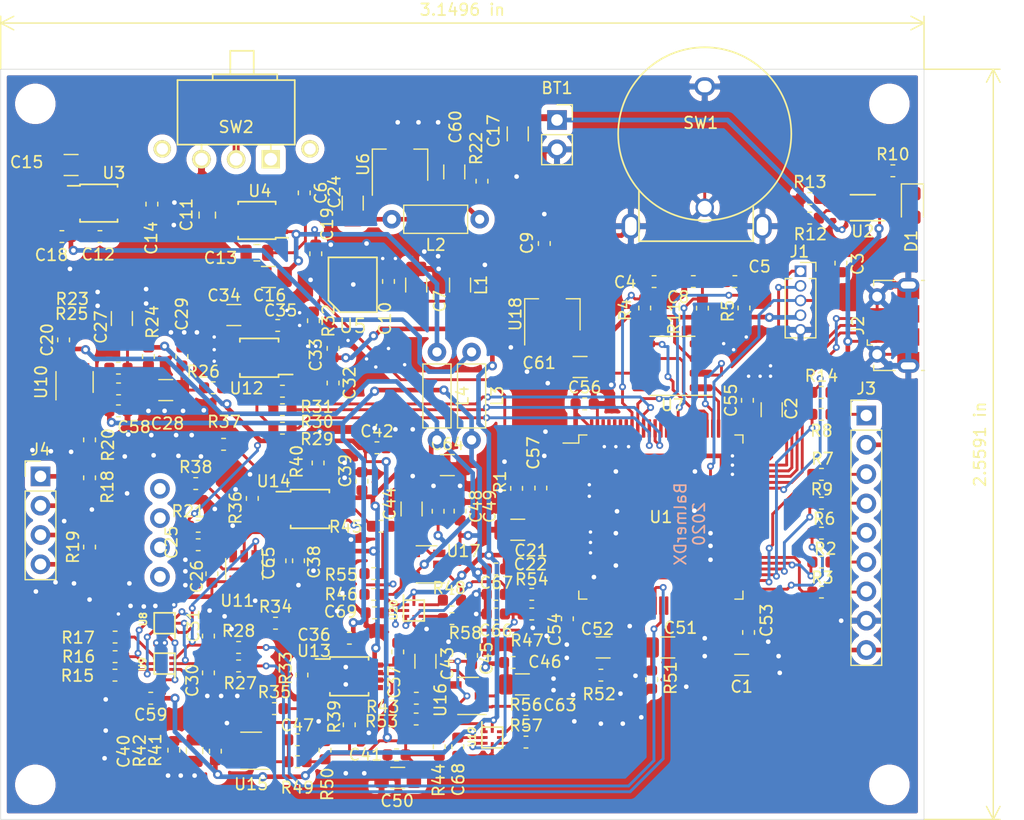
<source format=kicad_pcb>
(kicad_pcb (version 20171130) (host pcbnew 5.1.5-52549c5~84~ubuntu18.04.1)
  (layers (0 F.Cu signal) (31 B.Cu signal) (34 B.Paste user) (35 F.Paste user) (36 B.SilkS user) (37 F.SilkS user) (38 B.Mask user) (39 F.Mask user) (44 Edge.Cuts user))
  (net 0 "")
  (net 1 GND)
  (net 2 "Net-(BT1-Pad1)")
  (net 3 "Net-(C1-Pad1)")
  (net 4 "Net-(C2-Pad1)")
  (net 5 /NRST)
  (net 6 /ENC_A)
  (net 7 /ENC_B)
  (net 8 +BATT)
  (net 9 "Net-(C10-Pad1)")
  (net 10 "Net-(C11-Pad2)")
  (net 11 "Net-(C11-Pad1)")
  (net 12 "Net-(C12-Pad2)")
  (net 13 "Net-(C12-Pad1)")
  (net 14 "Net-(C13-Pad2)")
  (net 15 "Net-(C13-Pad1)")
  (net 16 "Net-(C14-Pad2)")
  (net 17 -2V5)
  (net 18 +5V)
  (net 19 +3V3)
  (net 20 +3.3VA)
  (net 21 "Net-(C25-Pad1)")
  (net 22 "Net-(C26-Pad1)")
  (net 23 "Net-(C27-Pad1)")
  (net 24 "Net-(C28-Pad2)")
  (net 25 "Net-(C28-Pad1)")
  (net 26 "Net-(C30-Pad1)")
  (net 27 "Net-(C31-Pad1)")
  (net 28 "Net-(C32-Pad2)")
  (net 29 "Net-(C34-Pad1)")
  (net 30 "Net-(C40-Pad1)")
  (net 31 +1V5)
  (net 32 "Net-(C43-Pad2)")
  (net 33 "Net-(C44-Pad2)")
  (net 34 "Net-(C47-Pad2)")
  (net 35 "Net-(C47-Pad1)")
  (net 36 +5VP)
  (net 37 "Net-(D1-Pad1)")
  (net 38 /SWD_SCK)
  (net 39 /SWD_IO)
  (net 40 /USB_DP)
  (net 41 /USB_ID)
  (net 42 /USB_DM)
  (net 43 /TFT_CS)
  (net 44 /TFT_RESET)
  (net 45 /TFT_D_C)
  (net 46 /TFT_MOSI)
  (net 47 /TFT_SCK)
  (net 48 /TFT_MISO)
  (net 49 "Net-(J4-Pad3)")
  (net 50 "Net-(J4-Pad2)")
  (net 51 "Net-(J4-Pad1)")
  (net 52 "Net-(R1-Pad1)")
  (net 53 "Net-(R2-Pad1)")
  (net 54 "Net-(R3-Pad1)")
  (net 55 "Net-(R6-Pad2)")
  (net 56 "Net-(R7-Pad2)")
  (net 57 "Net-(R8-Pad2)")
  (net 58 "Net-(R9-Pad2)")
  (net 59 "Net-(R10-Pad1)")
  (net 60 "Net-(R12-Pad2)")
  (net 61 "Net-(R13-Pad2)")
  (net 62 /USB_VBUS)
  (net 63 "Net-(R15-Pad2)")
  (net 64 "Net-(R16-Pad2)")
  (net 65 "Net-(R17-Pad2)")
  (net 66 "Net-(R20-Pad2)")
  (net 67 "Net-(R23-Pad1)")
  (net 68 "Net-(R26-Pad2)")
  (net 69 "Net-(R29-Pad1)")
  (net 70 "Net-(R30-Pad1)")
  (net 71 "Net-(R31-Pad1)")
  (net 72 "Net-(R32-Pad1)")
  (net 73 "Net-(R33-Pad2)")
  (net 74 "Net-(R33-Pad1)")
  (net 75 "Net-(R34-Pad2)")
  (net 76 "Net-(R35-Pad2)")
  (net 77 "Net-(R35-Pad1)")
  (net 78 "Net-(R36-Pad2)")
  (net 79 "Net-(R36-Pad1)")
  (net 80 "Net-(R37-Pad2)")
  (net 81 "Net-(R38-Pad2)")
  (net 82 "Net-(R39-Pad1)")
  (net 83 "Net-(R40-Pad1)")
  (net 84 "Net-(R43-Pad1)")
  (net 85 "Net-(R44-Pad2)")
  (net 86 "Net-(R45-Pad1)")
  (net 87 "Net-(R46-Pad2)")
  (net 88 "Net-(R48-Pad2)")
  (net 89 "Net-(SW2-Pad1)")
  (net 90 "Net-(U1-Pad98)")
  (net 91 "Net-(U1-Pad97)")
  (net 92 "Net-(U1-Pad96)")
  (net 93 "Net-(U1-Pad95)")
  (net 94 /FLASH_CS)
  (net 95 "Net-(U1-Pad88)")
  (net 96 "Net-(U1-Pad87)")
  (net 97 "Net-(U1-Pad86)")
  (net 98 "Net-(U1-Pad84)")
  (net 99 "Net-(U1-Pad83)")
  (net 100 "Net-(U1-Pad82)")
  (net 101 "Net-(U1-Pad81)")
  (net 102 "Net-(U1-Pad67)")
  (net 103 "Net-(U1-Pad66)")
  (net 104 "Net-(U1-Pad65)")
  (net 105 "Net-(U1-Pad64)")
  (net 106 "Net-(U1-Pad63)")
  (net 107 "Net-(U1-Pad62)")
  (net 108 "Net-(U1-Pad61)")
  (net 109 "Net-(U1-Pad60)")
  (net 110 "Net-(U1-Pad59)")
  (net 111 "Net-(U1-Pad58)")
  (net 112 "Net-(U1-Pad57)")
  (net 113 "Net-(U1-Pad47)")
  (net 114 "Net-(U1-Pad46)")
  (net 115 "Net-(U1-Pad45)")
  (net 116 "Net-(U1-Pad44)")
  (net 117 "Net-(U1-Pad43)")
  (net 118 "Net-(U1-Pad42)")
  (net 119 "Net-(U1-Pad41)")
  (net 120 "Net-(U1-Pad40)")
  (net 121 "Net-(U1-Pad39)")
  (net 122 "Net-(U1-Pad36)")
  (net 123 "Net-(U1-Pad34)")
  (net 124 "Net-(U1-Pad33)")
  (net 125 /ADC12_INP4)
  (net 126 "Net-(U1-Pad31)")
  (net 127 "Net-(U1-Pad29)")
  (net 128 "Net-(U1-Pad28)")
  (net 129 "Net-(U1-Pad18)")
  (net 130 "Net-(U1-Pad17)")
  (net 131 "Net-(U1-Pad16)")
  (net 132 "Net-(U1-Pad15)")
  (net 133 "Net-(U1-Pad13)")
  (net 134 "Net-(U1-Pad9)")
  (net 135 "Net-(U1-Pad8)")
  (net 136 "Net-(U1-Pad7)")
  (net 137 "Net-(U1-Pad5)")
  (net 138 "Net-(U1-Pad4)")
  (net 139 "Net-(U1-Pad3)")
  (net 140 "Net-(U1-Pad2)")
  (net 141 "Net-(U1-Pad1)")
  (net 142 "Net-(U2-Pad2)")
  (net 143 "Net-(U3-Pad8)")
  (net 144 S1)
  (net 145 S2)
  (net 146 ADC12_INP3)
  (net 147 ADC12_INP5)
  (net 148 25MHz)
  (net 149 DDS_FSYNC)
  (net 150 DDS_SCLK)
  (net 151 DDS_SDATA)
  (net 152 /ENC_S)
  (net 153 /FLASH_MOSI)
  (net 154 /FLASH_MISO)
  (net 155 /FLASH_SCK)
  (net 156 "Net-(U1-Pad23)")
  (net 157 "Net-(U1-Pad22)")
  (net 158 "Net-(C15-Pad1)")
  (net 159 "Net-(C16-Pad1)")
  (net 160 "Net-(C21-Pad1)")
  (net 161 "Net-(C26-Pad2)")
  (net 162 "Net-(C60-Pad1)")
  (net 163 "Net-(C66-Pad1)")
  (net 164 "Net-(C67-Pad1)")
  (net 165 KU_I)
  (net 166 "Net-(R48-Pad1)")
  (net 167 "Net-(R51-Pad1)")
  (net 168 KU_V)
  (net 169 "Net-(R56-Pad1)")
  (net 170 "Net-(R57-Pad1)")
  (net 171 "Net-(R58-Pad1)")
  (net 172 "Net-(U19-Pad6)")
  (net 173 "Net-(U20-Pad6)")
  (module Package_SO:SOIC-8_3.9x4.9mm_P1.27mm (layer F.Cu) (at 163.2 110.7 180)
    (fp_text reference U7 (at 0 -3.4) (layer F.SilkS))
    (fp_text value M25P16)
    (pad 8 smd roundrect (at 2.475 -1.905 180) (size 1.95 0.6) (layers F.Cu F.Paste F.Mask) (net 19 +3V3))
    (pad 7 smd roundrect (at 2.475 -0.635 180) (size 1.95 0.6) (layers F.Cu F.Paste F.Mask) (net 19 +3V3))
    (pad 6 smd roundrect (at 2.475 0.635 180) (size 1.95 0.6) (layers F.Cu F.Paste F.Mask) (net 155 /FLASH_SCK))
    (pad 5 smd roundrect (at 2.475 1.905 180) (size 1.95 0.6) (layers F.Cu F.Paste F.Mask) (net 153 /FLASH_MOSI))
    (pad 4 smd roundrect (at -2.475 1.905 180) (size 1.95 0.6) (layers F.Cu F.Paste F.Mask) (net 1 GND))
    (pad 3 smd roundrect (at -2.475 0.635 180) (size 1.95 0.6) (layers F.Cu F.Paste F.Mask) (net 19 +3V3))
    (pad 2 smd roundrect (at -2.475 -0.635 180) (size 1.95 0.6) (layers F.Cu F.Paste F.Mask) (net 154 /FLASH_MISO))
    (pad 1 smd roundrect (at -2.475 -1.905 180) (size 1.95 0.6) (layers F.Cu F.Paste F.Mask) (net 94 /FLASH_CS))
  )
  (module Capacitor_SMD:C_0603_1608Metric (layer F.Cu) (at 110.45 108.45 90)
    (fp_text reference C20 (at 0 -1.43 90) (layer F.SilkS))
    (fp_text value 100n)
    (pad 2 smd roundrect (at 0.7875 0 90) (size 0.875 0.95) (layers F.Cu F.Paste F.Mask) (net 1 GND))
    (pad 1 smd roundrect (at -0.7875 0 90) (size 0.875 0.95) (layers F.Cu F.Paste F.Mask) (net 18 +5V))
  )
  (module "balmer:ILI_9321(2.2inch)" (layer F.Cu) (at 180 125.16)
    (fp_text reference J3 (at 0 -12.49) (layer F.SilkS))
    (fp_text value "ILI_9321(2.2inch)")
    (pad 13 thru_hole circle (at -61.2 3.81) (size 1.7 1.7) (drill 1) (layers *.Cu *.Mask))
    (pad 12 thru_hole circle (at -61.2 1.27) (size 1.7 1.7) (drill 1) (layers *.Cu *.Mask))
    (pad 11 thru_hole circle (at -61.2 -1.27) (size 1.7 1.7) (drill 1) (layers *.Cu *.Mask))
    (pad 10 thru_hole circle (at -61.2 -3.81) (size 1.7 1.7) (drill 1) (layers *.Cu *.Mask))
    (pad 9 thru_hole oval (at 0 10.16) (size 1.7 1.7) (drill 1) (layers *.Cu *.Mask) (net 19 +3V3))
    (pad 8 thru_hole oval (at 0 7.62) (size 1.7 1.7) (drill 1) (layers *.Cu *.Mask) (net 1 GND))
    (pad 7 thru_hole oval (at 0 5.08) (size 1.7 1.7) (drill 1) (layers *.Cu *.Mask) (net 43 /TFT_CS))
    (pad 6 thru_hole oval (at 0 2.54) (size 1.7 1.7) (drill 1) (layers *.Cu *.Mask) (net 44 /TFT_RESET))
    (pad 5 thru_hole oval (at 0 0) (size 1.7 1.7) (drill 1) (layers *.Cu *.Mask) (net 45 /TFT_D_C))
    (pad 4 thru_hole oval (at 0 -2.54) (size 1.7 1.7) (drill 1) (layers *.Cu *.Mask) (net 46 /TFT_MOSI))
    (pad 3 thru_hole oval (at 0 -5.08) (size 1.7 1.7) (drill 1) (layers *.Cu *.Mask) (net 47 /TFT_SCK))
    (pad 2 thru_hole oval (at 0 -7.62) (size 1.7 1.7) (drill 1) (layers *.Cu *.Mask) (net 19 +3V3))
    (pad 1 thru_hole rect (at 0 -10.16) (size 1.7 1.7) (drill 1) (layers *.Cu *.Mask) (net 48 /TFT_MISO))
  )
  (module Inductor_THT:L_Axial_L5.3mm_D2.2mm_P7.62mm_Horizontal_Vishay_IM-1 (layer F.Cu) (at 145.8 109.5 270)
    (fp_text reference L3 (at 3.81 -2.22 90) (layer F.SilkS))
    (fp_text value 100uH)
    (pad 2 thru_hole oval (at 7.62 0 270) (size 1.6 1.6) (drill 0.8) (layers *.Cu *.Mask) (net 17 -2V5))
    (pad 1 thru_hole circle (at 0 0 270) (size 1.6 1.6) (drill 0.8) (layers *.Cu *.Mask) (net 158 "Net-(C15-Pad1)"))
  )
  (module Capacitor_SMD:C_1206_3216Metric (layer F.Cu) (at 155.2 110.8 180)
    (fp_text reference C61 (at 3.55 0.35) (layer F.SilkS))
    (fp_text value 100u)
    (pad 2 smd roundrect (at 1.4 0 180) (size 1.25 1.75) (layers F.Cu F.Paste F.Mask) (roundrect_rratio 0.2) (net 1 GND))
    (pad 1 smd roundrect (at -1.4 0 180) (size 1.25 1.75) (layers F.Cu F.Paste F.Mask) (roundrect_rratio 0.2) (net 19 +3V3))
  )
  (module Resistor_SMD:R_0603_1608Metric (layer F.Cu) (at 128.8125 133)
    (fp_text reference R34 (at 0 -1.43) (layer F.SilkS))
    (fp_text value 1k)
    (pad 2 smd roundrect (at 0.7875 0) (size 0.875 0.95) (layers F.Cu F.Paste F.Mask) (net 75 "Net-(R34-Pad2)"))
    (pad 1 smd roundrect (at -0.7875 0) (size 0.875 0.95) (layers F.Cu F.Paste F.Mask) (net 22 "Net-(C26-Pad1)"))
  )
  (module Resistor_SMD:R_0603_1608Metric (layer F.Cu) (at 137.95 124.6)
    (fp_text reference R45 (at -3.0625 0.05) (layer F.SilkS))
    (fp_text value 510)
    (pad 2 smd roundrect (at 0.7875 0) (size 0.875 0.95) (layers F.Cu F.Paste F.Mask) (net 33 "Net-(C44-Pad2)"))
    (pad 1 smd roundrect (at -0.7875 0) (size 0.875 0.95) (layers F.Cu F.Paste F.Mask) (net 86 "Net-(R45-Pad1)"))
  )
  (module Capacitor_SMD:C_0603_1608Metric (layer F.Cu) (at 147.9 132.2 180)
    (fp_text reference C66 (at 0 -1.43) (layer F.SilkS))
    (fp_text value 22n)
    (pad 2 smd roundrect (at 0.7875 0 180) (size 0.875 0.95) (layers F.Cu F.Paste F.Mask) (net 1 GND))
    (pad 1 smd roundrect (at -0.7875 0 180) (size 0.875 0.95) (layers F.Cu F.Paste F.Mask) (net 163 "Net-(C66-Pad1)"))
  )
  (module Capacitor_SMD:C_1206_3216Metric (layer F.Cu) (at 111.1 93.3)
    (fp_text reference C15 (at -3.85 -0.25) (layer F.SilkS))
    (fp_text value 10u)
    (pad 2 smd roundrect (at 1.4 0) (size 1.25 1.75) (layers F.Cu F.Paste F.Mask) (roundrect_rratio 0.2) (net 1 GND))
    (pad 1 smd roundrect (at -1.4 0) (size 1.25 1.75) (layers F.Cu F.Paste F.Mask) (roundrect_rratio 0.2) (net 158 "Net-(C15-Pad1)"))
  )
  (module Package_SO:TSSOP-8_3x3mm_P0.65mm (layer F.Cu) (at 113.5 96.6)
    (fp_text reference U3 (at 1.308 -2.62) (layer F.SilkS))
    (fp_text value LTC1550LCS8-2)
    (pad 8 smd rect (at 2.15 -0.975) (size 1.1 0.4) (layers F.Cu F.Paste F.Mask) (net 143 "Net-(U3-Pad8)"))
    (pad 7 smd rect (at 2.15 -0.325) (size 1.1 0.4) (layers F.Cu F.Paste F.Mask) (net 16 "Net-(C14-Pad2)"))
    (pad 6 smd rect (at 2.15 0.325) (size 1.1 0.4) (layers F.Cu F.Paste F.Mask) (net 1 GND))
    (pad 5 smd rect (at 2.15 0.975) (size 1.1 0.4) (layers F.Cu F.Paste F.Mask) (net 13 "Net-(C12-Pad1)"))
    (pad 4 smd rect (at -2.15 0.975) (size 1.1 0.4) (layers F.Cu F.Paste F.Mask) (net 158 "Net-(C15-Pad1)"))
    (pad 3 smd rect (at -2.15 0.325) (size 1.1 0.4) (layers F.Cu F.Paste F.Mask) (net 12 "Net-(C12-Pad2)"))
    (pad 2 smd rect (at -2.15 -0.325) (size 1.1 0.4) (layers F.Cu F.Paste F.Mask) (net 8 +BATT))
    (pad 1 smd rect (at -2.15 -0.975) (size 1.1 0.4) (layers F.Cu F.Paste F.Mask) (net 8 +BATT))
  )
  (module balmer:MicroPak_8-Lead (layer F.Cu) (at 140.8 131.9 270)
    (fp_text reference U20 (at -0.05 1.75 90) (layer F.SilkS) (effects (font (size 0.6 0.6))))
    (fp_text value FSA3357L8X)
    (pad 8 smd rect (at -0.7 0 270) (size 0.6 0.25) (layers F.Cu F.Paste F.Mask) (net 20 +3.3VA))
    (pad 7 smd rect (at -0.5 -0.7075 270) (size 0.25 0.6) (layers F.Cu F.Paste F.Mask) (net 166 "Net-(R48-Pad1)"))
    (pad 6 smd rect (at 0 -0.7075 270) (size 0.25 0.6) (layers F.Cu F.Paste F.Mask) (net 173 "Net-(U20-Pad6)"))
    (pad 5 smd rect (at 0.5 -0.7075 270) (size 0.25 0.6) (layers F.Cu F.Paste F.Mask) (net 171 "Net-(R58-Pad1)"))
    (pad 4 smd rect (at 0.7 0 270) (size 0.6 0.25) (layers F.Cu F.Paste F.Mask) (net 1 GND))
    (pad 3 smd rect (at 0.5 0.7075 270) (size 0.25 0.6) (layers F.Cu F.Paste F.Mask) (net 164 "Net-(C67-Pad1)"))
    (pad 2 smd rect (at 0 0.7075 270) (size 0.25 0.6) (layers F.Cu F.Paste F.Mask) (net 20 +3.3VA))
    (pad 1 smd rect (at -0.5 0.7075 270) (size 0.25 0.6) (layers F.Cu F.Paste F.Mask) (net 87 "Net-(R46-Pad2)"))
  )
  (module balmer:MicroPak_8-Lead (layer F.Cu) (at 147.5925 142.9 270)
    (fp_text reference U19 (at -0.05 1.75 90) (layer F.SilkS) (effects (font (size 0.6 0.6))))
    (fp_text value FSA3357L8X)
    (pad 8 smd rect (at -0.7 0 270) (size 0.6 0.25) (layers F.Cu F.Paste F.Mask) (net 20 +3.3VA))
    (pad 7 smd rect (at -0.5 -0.7075 270) (size 0.25 0.6) (layers F.Cu F.Paste F.Mask) (net 169 "Net-(R56-Pad1)"))
    (pad 6 smd rect (at 0 -0.7075 270) (size 0.25 0.6) (layers F.Cu F.Paste F.Mask) (net 172 "Net-(U19-Pad6)"))
    (pad 5 smd rect (at 0.5 -0.7075 270) (size 0.25 0.6) (layers F.Cu F.Paste F.Mask) (net 170 "Net-(R57-Pad1)"))
    (pad 4 smd rect (at 0.7 0 270) (size 0.6 0.25) (layers F.Cu F.Paste F.Mask) (net 1 GND))
    (pad 3 smd rect (at 0.5 0.7075 270) (size 0.25 0.6) (layers F.Cu F.Paste F.Mask) (net 163 "Net-(C66-Pad1)"))
    (pad 2 smd rect (at 0 0.7075 270) (size 0.25 0.6) (layers F.Cu F.Paste F.Mask) (net 20 +3.3VA))
    (pad 1 smd rect (at -0.5 0.7075 270) (size 0.25 0.6) (layers F.Cu F.Paste F.Mask) (net 85 "Net-(R44-Pad2)"))
  )
  (module Package_TO_SOT_SMD:SOT-89-3 (layer F.Cu) (at 152.8 106.667 90)
    (fp_text reference U18 (at 0.45 -3.2 90) (layer F.SilkS))
    (fp_text value HT7333)
    (pad 2 smd trapezoid (at -0.0762 0 180) (size 1.5 1) (rect_delta 0 0.7) (layers F.Cu F.Paste F.Mask) (net 8 +BATT))
    (pad 2 smd rect (at 1.3335 0) (size 2.2 1.84) (layers F.Cu F.Paste F.Mask) (net 8 +BATT))
    (pad 3 smd rect (at -1.48 1.5) (size 1 1.5) (layers F.Cu F.Paste F.Mask) (net 19 +3V3))
    (pad 2 smd rect (at -1.3335 0) (size 1 1.8) (layers F.Cu F.Paste F.Mask) (net 8 +BATT))
    (pad 1 smd rect (at -1.48 -1.5) (size 1 1.5) (layers F.Cu F.Paste F.Mask) (net 1 GND))
    (pad 2 smd trapezoid (at 2.667 0) (size 1.6 0.85) (rect_delta 0 0.6) (layers F.Cu F.Paste F.Mask) (net 8 +BATT))
  )
  (module Resistor_SMD:R_0603_1608Metric (layer F.Cu) (at 144.1 132.6)
    (fp_text reference R58 (at 1.15 1.25) (layer F.SilkS))
    (fp_text value 10k)
    (pad 2 smd roundrect (at 0.7875 0) (size 0.875 0.95) (layers F.Cu F.Paste F.Mask) (net 88 "Net-(R48-Pad2)"))
    (pad 1 smd roundrect (at -0.7875 0) (size 0.875 0.95) (layers F.Cu F.Paste F.Mask) (net 171 "Net-(R58-Pad1)"))
  )
  (module Resistor_SMD:R_0603_1608Metric (layer F.Cu) (at 150.5125 143.3)
    (fp_text reference R57 (at 0 -1.43) (layer F.SilkS))
    (fp_text value 10k)
    (pad 2 smd roundrect (at 0.7875 0) (size 0.875 0.95) (layers F.Cu F.Paste F.Mask) (net 167 "Net-(R51-Pad1)"))
    (pad 1 smd roundrect (at -0.7875 0) (size 0.875 0.95) (layers F.Cu F.Paste F.Mask) (net 170 "Net-(R57-Pad1)"))
  )
  (module Resistor_SMD:R_0603_1608Metric (layer F.Cu) (at 150.5 141.5)
    (fp_text reference R56 (at 0 -1.43) (layer F.SilkS))
    (fp_text value 1k)
    (pad 2 smd roundrect (at 0.7875 0) (size 0.875 0.95) (layers F.Cu F.Paste F.Mask) (net 167 "Net-(R51-Pad1)"))
    (pad 1 smd roundrect (at -0.7875 0) (size 0.875 0.95) (layers F.Cu F.Paste F.Mask) (net 169 "Net-(R56-Pad1)"))
  )
  (module Resistor_SMD:R_0603_1608Metric (layer F.Cu) (at 137.3125 128.7)
    (fp_text reference R55 (at -2.8125 0.1) (layer F.SilkS))
    (fp_text value 68k)
    (pad 2 smd roundrect (at 0.7875 0) (size 0.875 0.95) (layers F.Cu F.Paste F.Mask) (net 33 "Net-(C44-Pad2)"))
    (pad 1 smd roundrect (at -0.7875 0) (size 0.875 0.95) (layers F.Cu F.Paste F.Mask) (net 31 +1V5))
  )
  (module Resistor_SMD:R_0603_1608Metric (layer F.Cu) (at 151.0125 130.5 180)
    (fp_text reference R54 (at 0 1.3) (layer F.SilkS))
    (fp_text value 3k)
    (pad 2 smd roundrect (at 0.7875 0 180) (size 0.875 0.95) (layers F.Cu F.Paste F.Mask) (net 164 "Net-(C67-Pad1)"))
    (pad 1 smd roundrect (at -0.7875 0 180) (size 0.875 0.95) (layers F.Cu F.Paste F.Mask) (net 168 KU_V))
  )
  (module Resistor_SMD:R_0603_1608Metric (layer F.Cu) (at 141 141.3)
    (fp_text reference R53 (at -3 0.2) (layer F.SilkS))
    (fp_text value 68k)
    (pad 2 smd roundrect (at 0.7875 0) (size 0.875 0.95) (layers F.Cu F.Paste F.Mask) (net 32 "Net-(C43-Pad2)"))
    (pad 1 smd roundrect (at -0.7875 0) (size 0.875 0.95) (layers F.Cu F.Paste F.Mask) (net 31 +1V5))
  )
  (module Inductor_THT:L_Axial_L5.3mm_D2.2mm_P7.62mm_Horizontal_Vishay_IM-1 (layer F.Cu) (at 142.8 109.5 270)
    (fp_text reference L4 (at 3.81 -2.22 90) (layer F.SilkS))
    (fp_text value 100uH)
    (pad 2 thru_hole oval (at 7.62 0 270) (size 1.6 1.6) (drill 0.8) (layers *.Cu *.Mask) (net 18 +5V))
    (pad 1 thru_hole circle (at 0 0 270) (size 1.6 1.6) (drill 0.8) (layers *.Cu *.Mask) (net 159 "Net-(C16-Pad1)"))
  )
  (module Capacitor_SMD:C_0603_1608Metric (layer F.Cu) (at 137.4 132.1 180)
    (fp_text reference C69 (at 2.95 0.1) (layer F.SilkS))
    (fp_text value 100n)
    (pad 2 smd roundrect (at 0.7875 0 180) (size 0.875 0.95) (layers F.Cu F.Paste F.Mask) (net 1 GND))
    (pad 1 smd roundrect (at -0.7875 0 180) (size 0.875 0.95) (layers F.Cu F.Paste F.Mask) (net 20 +3.3VA))
  )
  (module Capacitor_SMD:C_0603_1608Metric (layer F.Cu) (at 144.6 143.7 270)
    (fp_text reference C68 (at 2.85 -0.05 90) (layer F.SilkS))
    (fp_text value 100n)
    (pad 2 smd roundrect (at 0.7875 0 270) (size 0.875 0.95) (layers F.Cu F.Paste F.Mask) (net 1 GND))
    (pad 1 smd roundrect (at -0.7875 0 270) (size 0.875 0.95) (layers F.Cu F.Paste F.Mask) (net 20 +3.3VA))
  )
  (module Capacitor_SMD:C_0603_1608Metric (layer F.Cu) (at 147.9 130.5 180)
    (fp_text reference C67 (at -0.05 1) (layer F.SilkS))
    (fp_text value 22n)
    (pad 2 smd roundrect (at 0.7875 0 180) (size 0.875 0.95) (layers F.Cu F.Paste F.Mask) (net 1 GND))
    (pad 1 smd roundrect (at -0.7875 0 180) (size 0.875 0.95) (layers F.Cu F.Paste F.Mask) (net 164 "Net-(C67-Pad1)"))
  )
  (module Capacitor_SMD:C_0603_1608Metric (layer F.Cu) (at 129.2 127.5875 90)
    (fp_text reference C65 (at -0.2125 -1 90) (layer F.SilkS))
    (fp_text value 100n)
    (pad 2 smd roundrect (at 0.7875 0 90) (size 0.875 0.95) (layers F.Cu F.Paste F.Mask) (net 17 -2V5))
    (pad 1 smd roundrect (at -0.7875 0 90) (size 0.875 0.95) (layers F.Cu F.Paste F.Mask) (net 18 +5V))
  )
  (module Capacitor_SMD:C_1206_3216Metric (layer F.Cu) (at 143.7 119.3)
    (fp_text reference C64 (at 0 -1.82) (layer F.SilkS))
    (fp_text value 100u)
    (pad 2 smd roundrect (at 1.4 0) (size 1.25 1.75) (layers F.Cu F.Paste F.Mask) (roundrect_rratio 0.2) (net 1 GND))
    (pad 1 smd roundrect (at -1.4 0) (size 1.25 1.75) (layers F.Cu F.Paste F.Mask) (roundrect_rratio 0.2) (net 18 +5V))
  )
  (module Capacitor_SMD:C_1206_3216Metric (layer F.Cu) (at 150.2 138.3)
    (fp_text reference C63 (at 3.25 1.8) (layer F.SilkS))
    (fp_text value 100u)
    (pad 2 smd roundrect (at 1.4 0) (size 1.25 1.75) (layers F.Cu F.Paste F.Mask) (roundrect_rratio 0.2) (net 1 GND))
    (pad 1 smd roundrect (at -1.4 0) (size 1.25 1.75) (layers F.Cu F.Paste F.Mask) (roundrect_rratio 0.2) (net 17 -2V5))
  )
  (module Capacitor_SMD:C_1206_3216Metric (layer F.Cu) (at 144.3 93.9 90)
    (fp_text reference C60 (at 3.9 0.1 90) (layer F.SilkS))
    (fp_text value 10u)
    (pad 2 smd roundrect (at 1.4 0 90) (size 1.25 1.75) (layers F.Cu F.Paste F.Mask) (roundrect_rratio 0.2) (net 1 GND))
    (pad 1 smd roundrect (at -1.4 0 90) (size 1.25 1.75) (layers F.Cu F.Paste F.Mask) (roundrect_rratio 0.2) (net 162 "Net-(C60-Pad1)"))
  )
  (module Resistor_SMD:R_0603_1608Metric (layer F.Cu) (at 146.7 94.7 270)
    (fp_text reference R22 (at -2.85 0.5 90) (layer F.SilkS))
    (fp_text value 27k)
    (pad 2 smd roundrect (at 0.7875 0 270) (size 0.875 0.95) (layers F.Cu F.Paste F.Mask) (net 162 "Net-(C60-Pad1)"))
    (pad 1 smd roundrect (at -0.7875 0 270) (size 0.875 0.95) (layers F.Cu F.Paste F.Mask) (net 1 GND))
  )
  (module Package_TO_SOT_SMD:SOT-89-3 (layer F.Cu) (at 139.6 93.7 90)
    (fp_text reference U6 (at 0.45 -3.2 90) (layer F.SilkS))
    (fp_text value HT7333)
    (pad 2 smd trapezoid (at -0.0762 0 180) (size 1.5 1) (rect_delta 0 0.7) (layers F.Cu F.Paste F.Mask) (net 8 +BATT))
    (pad 2 smd rect (at 1.3335 0) (size 2.2 1.84) (layers F.Cu F.Paste F.Mask) (net 8 +BATT))
    (pad 3 smd rect (at -1.48 1.5) (size 1 1.5) (layers F.Cu F.Paste F.Mask) (net 162 "Net-(C60-Pad1)"))
    (pad 2 smd rect (at -1.3335 0) (size 1 1.8) (layers F.Cu F.Paste F.Mask) (net 8 +BATT))
    (pad 1 smd rect (at -1.48 -1.5) (size 1 1.5) (layers F.Cu F.Paste F.Mask) (net 1 GND))
    (pad 2 smd trapezoid (at 2.667 0) (size 1.6 0.85) (rect_delta 0 0.6) (layers F.Cu F.Paste F.Mask) (net 8 +BATT))
  )
  (module Inductor_THT:L_Axial_L5.3mm_D2.2mm_P7.62mm_Horizontal_Vishay_IM-1 (layer F.Cu) (at 146.5 98 180)
    (fp_text reference L2 (at 3.81 -2.22) (layer F.SilkS))
    (fp_text value 100uH)
    (pad 2 thru_hole oval (at 7.62 0 180) (size 1.6 1.6) (drill 0.8) (layers *.Cu *.Mask) (net 20 +3.3VA))
    (pad 1 thru_hole circle (at 0 0 180) (size 1.6 1.6) (drill 0.8) (layers *.Cu *.Mask) (net 162 "Net-(C60-Pad1)"))
  )
  (module Capacitor_SMD:C_0603_1608Metric (layer F.Cu) (at 118 139.5 180)
    (fp_text reference C59 (at 0 -1.43) (layer F.SilkS))
    (fp_text value 100n)
    (pad 2 smd roundrect (at 0.7875 0 180) (size 0.875 0.95) (layers F.Cu F.Paste F.Mask) (net 1 GND))
    (pad 1 smd roundrect (at -0.7875 0 180) (size 0.875 0.95) (layers F.Cu F.Paste F.Mask) (net 20 +3.3VA))
  )
  (module Resistor_SMD:R_0603_1608Metric (layer F.Cu) (at 128.7125 140.4)
    (fp_text reference R35 (at 0 -1.43) (layer F.SilkS))
    (fp_text value 1k)
    (pad 2 smd roundrect (at 0.7875 0) (size 0.875 0.95) (layers F.Cu F.Paste F.Mask) (net 76 "Net-(R35-Pad2)"))
    (pad 1 smd roundrect (at -0.7875 0) (size 0.875 0.95) (layers F.Cu F.Paste F.Mask) (net 77 "Net-(R35-Pad1)"))
  )
  (module Capacitor_SMD:C_0603_1608Metric (layer F.Cu) (at 115.2 114.6)
    (fp_text reference C58 (at 1.35 1.4) (layer F.SilkS))
    (fp_text value 100n)
    (pad 2 smd roundrect (at 0.7875 0) (size 0.875 0.95) (layers F.Cu F.Paste F.Mask) (net 1 GND))
    (pad 1 smd roundrect (at -0.7875 0) (size 0.875 0.95) (layers F.Cu F.Paste F.Mask) (net 17 -2V5))
  )
  (module Resistor_SMD:R_0603_1608Metric (layer F.Cu) (at 160.8 105.6875 270)
    (fp_text reference R4 (at 0.1625 1.7 90) (layer F.SilkS))
    (fp_text value 10k)
    (pad 2 smd roundrect (at 0.7875 0 270) (size 0.875 0.95) (layers F.Cu F.Paste F.Mask) (net 19 +3V3))
    (pad 1 smd roundrect (at -0.7875 0 270) (size 0.875 0.95) (layers F.Cu F.Paste F.Mask) (net 6 /ENC_A))
  )
  (module Capacitor_SMD:C_1206_3216Metric (layer F.Cu) (at 157.2 135.1 180)
    (fp_text reference C52 (at 0.5 1.6) (layer F.SilkS))
    (fp_text value 560p)
    (pad 2 smd roundrect (at 1.4 0 180) (size 1.25 1.75) (layers F.Cu F.Paste F.Mask) (roundrect_rratio 0.2) (net 1 GND))
    (pad 1 smd roundrect (at -1.4 0 180) (size 1.25 1.75) (layers F.Cu F.Paste F.Mask) (roundrect_rratio 0.2) (net 146 ADC12_INP3))
  )
  (module Inductor_SMD:L_1206_3216Metric (layer F.Cu) (at 144.8 103.7 270)
    (fp_text reference L1 (at 0 -1.82 90) (layer F.SilkS))
    (fp_text value 600Z)
    (pad 2 smd roundrect (at 1.4 0 270) (size 1.25 1.75) (layers F.Cu F.Paste F.Mask) (roundrect_rratio 0.2) (net 9 "Net-(C10-Pad1)"))
    (pad 1 smd roundrect (at -1.4 0 270) (size 1.25 1.75) (layers F.Cu F.Paste F.Mask) (roundrect_rratio 0.2) (net 20 +3.3VA))
  )
  (module Capacitor_SMD:C_0603_1608Metric (layer F.Cu) (at 151.8 121.2875 90)
    (fp_text reference C57 (at 3.0375 -0.65 90) (layer F.SilkS))
    (fp_text value 100n)
    (pad 2 smd roundrect (at 0.7875 0 90) (size 0.875 0.95) (layers F.Cu F.Paste F.Mask) (net 1 GND))
    (pad 1 smd roundrect (at -0.7875 0 90) (size 0.875 0.95) (layers F.Cu F.Paste F.Mask) (net 19 +3V3))
  )
  (module Capacitor_SMD:C_0603_1608Metric (layer F.Cu) (at 155.6 114)
    (fp_text reference C56 (at 0 -1.43) (layer F.SilkS))
    (fp_text value 100n)
    (pad 2 smd roundrect (at 0.7875 0) (size 0.875 0.95) (layers F.Cu F.Paste F.Mask) (net 1 GND))
    (pad 1 smd roundrect (at -0.7875 0) (size 0.875 0.95) (layers F.Cu F.Paste F.Mask) (net 19 +3V3))
  )
  (module Capacitor_SMD:C_0603_1608Metric (layer F.Cu) (at 169.7 113.6875 90)
    (fp_text reference C55 (at 0 -1.43 90) (layer F.SilkS))
    (fp_text value 100n)
    (pad 2 smd roundrect (at 0.7875 0 90) (size 0.875 0.95) (layers F.Cu F.Paste F.Mask) (net 1 GND))
    (pad 1 smd roundrect (at -0.7875 0 90) (size 0.875 0.95) (layers F.Cu F.Paste F.Mask) (net 19 +3V3))
  )
  (module Capacitor_SMD:C_0603_1608Metric (layer F.Cu) (at 154.1 132.6125 90)
    (fp_text reference C54 (at -0.9375 -1.1 90) (layer F.SilkS))
    (fp_text value 100n)
    (pad 2 smd roundrect (at 0.7875 0 90) (size 0.875 0.95) (layers F.Cu F.Paste F.Mask) (net 1 GND))
    (pad 1 smd roundrect (at -0.7875 0 90) (size 0.875 0.95) (layers F.Cu F.Paste F.Mask) (net 19 +3V3))
  )
  (module Capacitor_SMD:C_0603_1608Metric (layer F.Cu) (at 169.8 133.8 270)
    (fp_text reference C53 (at -1.05 -1.55 90) (layer F.SilkS))
    (fp_text value 100n)
    (pad 2 smd roundrect (at 0.7875 0 270) (size 0.875 0.95) (layers F.Cu F.Paste F.Mask) (net 1 GND))
    (pad 1 smd roundrect (at -0.7875 0 270) (size 0.875 0.95) (layers F.Cu F.Paste F.Mask) (net 19 +3V3))
  )
  (module Capacitor_SMD:C_0603_1608Metric (layer F.Cu) (at 120.7 109.8875 90)
    (fp_text reference C29 (at 3.6875 0 90) (layer F.SilkS))
    (fp_text value 180p)
    (pad 2 smd roundrect (at 0.7875 0 90) (size 0.875 0.95) (layers F.Cu F.Paste F.Mask) (net 1 GND))
    (pad 1 smd roundrect (at -0.7875 0 90) (size 0.875 0.95) (layers F.Cu F.Paste F.Mask) (net 24 "Net-(C28-Pad2)"))
  )
  (module MountingHole:MountingHole_2.5mm (layer F.Cu) (at 108 147)
    (fp_text reference REF** hide)
    (fp_text value MountingHole_2.5mm hide)
    (pad 1 np_thru_hole circle (at 0 0) (size 2.5 2.5) (drill 2.5) (layers *.Cu *.Mask))
  )
  (module MountingHole:MountingHole_2.5mm (layer F.Cu) (at 182 147)
    (fp_text reference REF** hide)
    (fp_text value MountingHole_2.5mm hide)
    (pad 1 np_thru_hole circle (at 0 0) (size 2.5 2.5) (drill 2.5) (layers *.Cu *.Mask))
  )
  (module MountingHole:MountingHole_2.5mm (layer F.Cu) (at 182 88)
    (fp_text reference REF** hide)
    (fp_text value MountingHole_2.5mm hide)
    (pad 1 np_thru_hole circle (at 0 0) (size 2.5 2.5) (drill 2.5) (layers *.Cu *.Mask))
  )
  (module MountingHole:MountingHole_2.5mm (layer F.Cu) (at 108 88)
    (fp_text reference REF** hide)
    (fp_text value MountingHole_2.5mm hide)
    (pad 1 np_thru_hole circle (at 0 0) (size 2.5 2.5) (drill 2.5) (layers *.Cu *.Mask))
  )
  (module Capacitor_SMD:C_0603_1608Metric (layer F.Cu) (at 123.3 128.7125 90)
    (fp_text reference C26 (at -0.2375 -1.3 90) (layer F.SilkS))
    (fp_text value 33p)
    (pad 2 smd roundrect (at 0.7875 0 90) (size 0.875 0.95) (layers F.Cu F.Paste F.Mask) (net 161 "Net-(C26-Pad2)"))
    (pad 1 smd roundrect (at -0.7875 0 90) (size 0.875 0.95) (layers F.Cu F.Paste F.Mask) (net 22 "Net-(C26-Pad1)"))
  )
  (module Package_TO_SOT_SMD:SOT-23-5 (layer F.Cu) (at 141.9 127.9 180)
    (fp_text reference U17 (at -3.1975 1.154) (layer F.SilkS))
    (fp_text value AD8031)
    (pad 5 smd rect (at 1.1 -0.95 180) (size 1.06 0.65) (layers F.Cu F.Paste F.Mask) (net 18 +5V))
    (pad 4 smd rect (at 1.1 0.95 180) (size 1.06 0.65) (layers F.Cu F.Paste F.Mask) (net 87 "Net-(R46-Pad2)"))
    (pad 3 smd rect (at -1.1 0.95 180) (size 1.06 0.65) (layers F.Cu F.Paste F.Mask) (net 33 "Net-(C44-Pad2)"))
    (pad 2 smd rect (at -1.1 0 180) (size 1.06 0.65) (layers F.Cu F.Paste F.Mask) (net 17 -2V5))
    (pad 1 smd rect (at -1.1 -0.95 180) (size 1.06 0.65) (layers F.Cu F.Paste F.Mask) (net 88 "Net-(R48-Pad2)"))
  )
  (module Package_TO_SOT_SMD:SOT-23-5 (layer F.Cu) (at 145.5 139.3 180)
    (fp_text reference U16 (at 2.4 -0.35 90) (layer F.SilkS))
    (fp_text value AD8031)
    (pad 5 smd rect (at 1.1 -0.95 180) (size 1.06 0.65) (layers F.Cu F.Paste F.Mask) (net 18 +5V))
    (pad 4 smd rect (at 1.1 0.95 180) (size 1.06 0.65) (layers F.Cu F.Paste F.Mask) (net 85 "Net-(R44-Pad2)"))
    (pad 3 smd rect (at -1.1 0.95 180) (size 1.06 0.65) (layers F.Cu F.Paste F.Mask) (net 32 "Net-(C43-Pad2)"))
    (pad 2 smd rect (at -1.1 0 180) (size 1.06 0.65) (layers F.Cu F.Paste F.Mask) (net 17 -2V5))
    (pad 1 smd rect (at -1.1 -0.95 180) (size 1.06 0.65) (layers F.Cu F.Paste F.Mask) (net 167 "Net-(R51-Pad1)"))
  )
  (module Package_TO_SOT_SMD:SOT-23-5 (layer F.Cu) (at 126.7 144.05 180)
    (fp_text reference U15 (at 0 -2.9) (layer F.SilkS))
    (fp_text value AD8031)
    (pad 5 smd rect (at 1.1 -0.95 180) (size 1.06 0.65) (layers F.Cu F.Paste F.Mask) (net 20 +3.3VA))
    (pad 4 smd rect (at 1.1 0.95 180) (size 1.06 0.65) (layers F.Cu F.Paste F.Mask) (net 34 "Net-(C47-Pad2)"))
    (pad 3 smd rect (at -1.1 0.95 180) (size 1.06 0.65) (layers F.Cu F.Paste F.Mask) (net 30 "Net-(C40-Pad1)"))
    (pad 2 smd rect (at -1.1 0 180) (size 1.06 0.65) (layers F.Cu F.Paste F.Mask) (net 1 GND))
    (pad 1 smd rect (at -1.1 -0.95 180) (size 1.06 0.65) (layers F.Cu F.Paste F.Mask) (net 35 "Net-(C47-Pad1)"))
  )
  (module Package_SO:MSOP-8_3x3mm_P0.65mm (layer F.Cu) (at 131.8 123.1)
    (fp_text reference U14 (at -3.15 -2.4) (layer F.SilkS))
    (fp_text value AD8221)
    (pad 8 smd rect (at 2.2 -0.975) (size 1.45 0.45) (layers F.Cu F.Paste F.Mask) (net 18 +5V))
    (pad 7 smd rect (at 2.2 -0.325) (size 1.45 0.45) (layers F.Cu F.Paste F.Mask) (net 86 "Net-(R45-Pad1)"))
    (pad 6 smd rect (at 2.2 0.325) (size 1.45 0.45) (layers F.Cu F.Paste F.Mask) (net 83 "Net-(R40-Pad1)"))
    (pad 5 smd rect (at 2.2 0.975) (size 1.45 0.45) (layers F.Cu F.Paste F.Mask) (net 17 -2V5))
    (pad 4 smd rect (at -2.2 0.975) (size 1.45 0.45) (layers F.Cu F.Paste F.Mask) (net 81 "Net-(R38-Pad2)"))
    (pad 3 smd rect (at -2.2 0.325) (size 1.45 0.45) (layers F.Cu F.Paste F.Mask) (net 78 "Net-(R36-Pad2)"))
    (pad 2 smd rect (at -2.2 -0.325) (size 1.45 0.45) (layers F.Cu F.Paste F.Mask) (net 79 "Net-(R36-Pad1)"))
    (pad 1 smd rect (at -2.2 -0.975) (size 1.45 0.45) (layers F.Cu F.Paste F.Mask) (net 80 "Net-(R37-Pad2)"))
  )
  (module Package_SO:MSOP-8_3x3mm_P0.65mm (layer F.Cu) (at 135.2 137.6)
    (fp_text reference U13 (at -3.05 -2.2) (layer F.SilkS))
    (fp_text value AD8221)
    (pad 8 smd rect (at 2.2 -0.975) (size 1.45 0.45) (layers F.Cu F.Paste F.Mask) (net 18 +5V))
    (pad 7 smd rect (at 2.2 -0.325) (size 1.45 0.45) (layers F.Cu F.Paste F.Mask) (net 84 "Net-(R43-Pad1)"))
    (pad 6 smd rect (at 2.2 0.325) (size 1.45 0.45) (layers F.Cu F.Paste F.Mask) (net 82 "Net-(R39-Pad1)"))
    (pad 5 smd rect (at 2.2 0.975) (size 1.45 0.45) (layers F.Cu F.Paste F.Mask) (net 17 -2V5))
    (pad 4 smd rect (at -2.2 0.975) (size 1.45 0.45) (layers F.Cu F.Paste F.Mask) (net 76 "Net-(R35-Pad2)"))
    (pad 3 smd rect (at -2.2 0.325) (size 1.45 0.45) (layers F.Cu F.Paste F.Mask) (net 73 "Net-(R33-Pad2)"))
    (pad 2 smd rect (at -2.2 -0.325) (size 1.45 0.45) (layers F.Cu F.Paste F.Mask) (net 74 "Net-(R33-Pad1)"))
    (pad 1 smd rect (at -2.2 -0.975) (size 1.45 0.45) (layers F.Cu F.Paste F.Mask) (net 75 "Net-(R34-Pad2)"))
  )
  (module Package_SO:MSOP-10_3x3mm_P0.5mm (layer F.Cu) (at 127.4 110 180)
    (fp_text reference U12 (at 1.1 -2.65) (layer F.SilkS))
    (fp_text value AD9833)
    (pad 10 smd rect (at 2.2 -1 180) (size 1.4 0.3) (layers F.Cu F.Paste F.Mask) (net 68 "Net-(R26-Pad2)"))
    (pad 9 smd rect (at 2.2 -0.5 180) (size 1.4 0.3) (layers F.Cu F.Paste F.Mask) (net 1 GND))
    (pad 8 smd rect (at 2.2 0 180) (size 1.4 0.3) (layers F.Cu F.Paste F.Mask) (net 69 "Net-(R29-Pad1)"))
    (pad 7 smd rect (at 2.2 0.5 180) (size 1.4 0.3) (layers F.Cu F.Paste F.Mask) (net 70 "Net-(R30-Pad1)"))
    (pad 6 smd rect (at 2.2 1 180) (size 1.4 0.3) (layers F.Cu F.Paste F.Mask) (net 71 "Net-(R31-Pad1)"))
    (pad 5 smd rect (at -2.2 1 180) (size 1.4 0.3) (layers F.Cu F.Paste F.Mask) (net 72 "Net-(R32-Pad1)"))
    (pad 4 smd rect (at -2.2 0.5 180) (size 1.4 0.3) (layers F.Cu F.Paste F.Mask) (net 1 GND))
    (pad 3 smd rect (at -2.2 0 180) (size 1.4 0.3) (layers F.Cu F.Paste F.Mask) (net 29 "Net-(C34-Pad1)"))
    (pad 2 smd rect (at -2.2 -0.5 180) (size 1.4 0.3) (layers F.Cu F.Paste F.Mask) (net 20 +3.3VA))
    (pad 1 smd rect (at -2.2 -1 180) (size 1.4 0.3) (layers F.Cu F.Paste F.Mask) (net 28 "Net-(C32-Pad2)"))
  )
  (module Package_TO_SOT_SMD:SOT-23-5 (layer F.Cu) (at 126.1 128.3 270)
    (fp_text reference U11 (at 2.75 0.6 180) (layer F.SilkS))
    (fp_text value AD8031)
    (pad 5 smd rect (at 1.1 -0.95 270) (size 1.06 0.65) (layers F.Cu F.Paste F.Mask) (net 18 +5V))
    (pad 4 smd rect (at 1.1 0.95 270) (size 1.06 0.65) (layers F.Cu F.Paste F.Mask) (net 22 "Net-(C26-Pad1)"))
    (pad 3 smd rect (at -1.1 0.95 270) (size 1.06 0.65) (layers F.Cu F.Paste F.Mask) (net 21 "Net-(C25-Pad1)"))
    (pad 2 smd rect (at -1.1 0 270) (size 1.06 0.65) (layers F.Cu F.Paste F.Mask) (net 17 -2V5))
    (pad 1 smd rect (at -1.1 -0.95 270) (size 1.06 0.65) (layers F.Cu F.Paste F.Mask) (net 161 "Net-(C26-Pad2)"))
  )
  (module Package_TO_SOT_SMD:SOT-23-5 (layer F.Cu) (at 111.4 112.1 90)
    (fp_text reference U10 (at 0 -2.9 90) (layer F.SilkS))
    (fp_text value AD8031)
    (pad 5 smd rect (at 1.1 -0.95 90) (size 1.06 0.65) (layers F.Cu F.Paste F.Mask) (net 18 +5V))
    (pad 4 smd rect (at 1.1 0.95 90) (size 1.06 0.65) (layers F.Cu F.Paste F.Mask) (net 66 "Net-(R20-Pad2)"))
    (pad 3 smd rect (at -1.1 0.95 90) (size 1.06 0.65) (layers F.Cu F.Paste F.Mask) (net 67 "Net-(R23-Pad1)"))
    (pad 2 smd rect (at -1.1 0 90) (size 1.06 0.65) (layers F.Cu F.Paste F.Mask) (net 17 -2V5))
    (pad 1 smd rect (at -1.1 -0.95 90) (size 1.06 0.65) (layers F.Cu F.Paste F.Mask) (net 66 "Net-(R20-Pad2)"))
  )
  (module balmer:MicroPak_8-Lead (layer F.Cu) (at 119.2 136.5 90)
    (fp_text reference U9 (at -0.05 -1.9 90) (layer F.SilkS) (effects (font (size 0.6 0.6))))
    (fp_text value FSA3357L8X)
    (pad 8 smd rect (at -0.7 0 90) (size 0.6 0.25) (layers F.Cu F.Paste F.Mask) (net 20 +3.3VA))
    (pad 7 smd rect (at -0.5 -0.7075 90) (size 0.25 0.6) (layers F.Cu F.Paste F.Mask) (net 63 "Net-(R15-Pad2)"))
    (pad 6 smd rect (at 0 -0.7075 90) (size 0.25 0.6) (layers F.Cu F.Paste F.Mask) (net 64 "Net-(R16-Pad2)"))
    (pad 5 smd rect (at 0.5 -0.7075 90) (size 0.25 0.6) (layers F.Cu F.Paste F.Mask) (net 65 "Net-(R17-Pad2)"))
    (pad 4 smd rect (at 0.7 0 90) (size 0.6 0.25) (layers F.Cu F.Paste F.Mask) (net 1 GND))
    (pad 3 smd rect (at 0.5 0.7075 90) (size 0.25 0.6) (layers F.Cu F.Paste F.Mask) (net 27 "Net-(C31-Pad1)"))
    (pad 2 smd rect (at 0 0.7075 90) (size 0.25 0.6) (layers F.Cu F.Paste F.Mask) (net 26 "Net-(C30-Pad1)"))
    (pad 1 smd rect (at -0.5 0.7075 90) (size 0.25 0.6) (layers F.Cu F.Paste F.Mask) (net 77 "Net-(R35-Pad1)"))
  )
  (module balmer:MicroPak_8-Lead (layer F.Cu) (at 119.2 133 90)
    (fp_text reference U8 (at 0.35 -1.85 90) (layer F.SilkS) (effects (font (size 0.6 0.6))))
    (fp_text value FSA3357L8X)
    (pad 8 smd rect (at -0.7 0 90) (size 0.6 0.25) (layers F.Cu F.Paste F.Mask) (net 20 +3.3VA))
    (pad 7 smd rect (at -0.5 -0.7075 90) (size 0.25 0.6) (layers F.Cu F.Paste F.Mask) (net 63 "Net-(R15-Pad2)"))
    (pad 6 smd rect (at 0 -0.7075 90) (size 0.25 0.6) (layers F.Cu F.Paste F.Mask) (net 64 "Net-(R16-Pad2)"))
    (pad 5 smd rect (at 0.5 -0.7075 90) (size 0.25 0.6) (layers F.Cu F.Paste F.Mask) (net 65 "Net-(R17-Pad2)"))
    (pad 4 smd rect (at 0.7 0 90) (size 0.6 0.25) (layers F.Cu F.Paste F.Mask) (net 1 GND))
    (pad 3 smd rect (at 0.5 0.7075 90) (size 0.25 0.6) (layers F.Cu F.Paste F.Mask) (net 27 "Net-(C31-Pad1)"))
    (pad 2 smd rect (at 0 0.7075 90) (size 0.25 0.6) (layers F.Cu F.Paste F.Mask) (net 26 "Net-(C30-Pad1)"))
    (pad 1 smd rect (at -0.5 0.7075 90) (size 0.25 0.6) (layers F.Cu F.Paste F.Mask) (net 161 "Net-(C26-Pad2)"))
  )
  (module balmer:Crystal_5.0x3.2mm (layer F.Cu) (at 135.5 103.67 90)
    (fp_text reference U5 (at -3.57 0) (layer F.SilkS) (effects (font (size 1.2 1.2))))
    (fp_text value 25MHz)
    (pad 2 smd rect (at 1.27 1.1 90) (size 1.2 1) (layers F.Cu F.Paste F.Mask) (net 1 GND))
    (pad 3 smd rect (at 1.27 -1.1 90) (size 1.2 1) (layers F.Cu F.Paste F.Mask) (net 148 25MHz))
    (pad 1 smd rect (at -1.27 1.1 90) (size 1.2 1) (layers F.Cu F.Paste F.Mask) (net 9 "Net-(C10-Pad1)"))
    (pad 4 smd rect (at -1.27 -1.1 90) (size 1.2 1) (layers F.Cu F.Paste F.Mask) (net 9 "Net-(C10-Pad1)"))
  )
  (module Package_SO:TSSOP-8_3x3mm_P0.65mm (layer F.Cu) (at 127.2 98.1 180)
    (fp_text reference U4 (at -0.25 2.55) (layer F.SilkS))
    (fp_text value TPS60241DGKR)
    (pad 8 smd rect (at 2.15 -0.975 180) (size 1.1 0.4) (layers F.Cu F.Paste F.Mask) (net 14 "Net-(C13-Pad2)"))
    (pad 7 smd rect (at 2.15 -0.325 180) (size 1.1 0.4) (layers F.Cu F.Paste F.Mask) (net 10 "Net-(C11-Pad2)"))
    (pad 6 smd rect (at 2.15 0.325 180) (size 1.1 0.4) (layers F.Cu F.Paste F.Mask) (net 8 +BATT))
    (pad 5 smd rect (at 2.15 0.975 180) (size 1.1 0.4) (layers F.Cu F.Paste F.Mask) (net 11 "Net-(C11-Pad1)"))
    (pad 4 smd rect (at -2.15 0.975 180) (size 1.1 0.4) (layers F.Cu F.Paste F.Mask) (net 1 GND))
    (pad 3 smd rect (at -2.15 0.325 180) (size 1.1 0.4) (layers F.Cu F.Paste F.Mask) (net 15 "Net-(C13-Pad1)"))
    (pad 2 smd rect (at -2.15 -0.325 180) (size 1.1 0.4) (layers F.Cu F.Paste F.Mask) (net 8 +BATT))
    (pad 1 smd rect (at -2.15 -0.975 180) (size 1.1 0.4) (layers F.Cu F.Paste F.Mask) (net 159 "Net-(C16-Pad1)"))
  )
  (module balmer:DFN-8-1EP_3x2mm_P0.5mm_EP1.75x1.65mm (layer F.Cu) (at 179.7 97 180)
    (fp_text reference U2 (at 0 -2.05) (layer F.SilkS))
    (fp_text value ISL9204)
    (pad 9 smd rect (at 0 0 180) (size 1.75 1.65) (layers F.Cu F.Mask) (net 1 GND))
    (pad 8 smd rect (at 1.45 -0.75 180) (size 0.75 0.3) (layers F.Cu F.Paste F.Mask) (net 2 "Net-(BT1-Pad1)"))
    (pad 7 smd rect (at 1.45 -0.25 180) (size 0.75 0.3) (layers F.Cu F.Paste F.Mask) (net 60 "Net-(R12-Pad2)"))
    (pad 6 smd rect (at 1.45 0.25 180) (size 0.75 0.3) (layers F.Cu F.Paste F.Mask) (net 61 "Net-(R13-Pad2)"))
    (pad 5 smd rect (at 1.45 0.75 180) (size 0.75 0.3) (layers F.Cu F.Paste F.Mask) (net 1 GND))
    (pad 4 smd rect (at -1.45 0.75 180) (size 0.75 0.3) (layers F.Cu F.Paste F.Mask) (net 1 GND))
    (pad 3 smd rect (at -1.45 0.25 180) (size 0.75 0.3) (layers F.Cu F.Paste F.Mask) (net 59 "Net-(R10-Pad1)"))
    (pad 2 smd rect (at -1.45 -0.25 180) (size 0.75 0.3) (layers F.Cu F.Paste F.Mask) (net 142 "Net-(U2-Pad2)"))
    (pad 1 smd rect (at -1.45 -0.75 180) (size 0.75 0.3) (layers F.Cu F.Paste F.Mask) (net 36 +5VP))
  )
  (module Package_QFP:LQFP-100_14x14mm_P0.5mm (layer F.Cu) (at 162.2 123.8)
    (fp_text reference U1 (at 0 0) (layer F.SilkS))
    (fp_text value STM32H750VITx)
    (pad 100 smd roundrect (at -6 -7.675) (size 0.3 1.6) (layers F.Cu F.Paste F.Mask) (net 19 +3V3))
    (pad 99 smd roundrect (at -5.5 -7.675) (size 0.3 1.6) (layers F.Cu F.Paste F.Mask) (net 1 GND))
    (pad 98 smd roundrect (at -5 -7.675) (size 0.3 1.6) (layers F.Cu F.Paste F.Mask) (net 90 "Net-(U1-Pad98)"))
    (pad 97 smd roundrect (at -4.5 -7.675) (size 0.3 1.6) (layers F.Cu F.Paste F.Mask) (net 91 "Net-(U1-Pad97)"))
    (pad 96 smd roundrect (at -4 -7.675) (size 0.3 1.6) (layers F.Cu F.Paste F.Mask) (net 92 "Net-(U1-Pad96)"))
    (pad 95 smd roundrect (at -3.5 -7.675) (size 0.3 1.6) (layers F.Cu F.Paste F.Mask) (net 93 "Net-(U1-Pad95)"))
    (pad 94 smd roundrect (at -3 -7.675) (size 0.3 1.6) (layers F.Cu F.Paste F.Mask) (net 1 GND))
    (pad 93 smd roundrect (at -2.5 -7.675) (size 0.3 1.6) (layers F.Cu F.Paste F.Mask) (net 6 /ENC_A))
    (pad 92 smd roundrect (at -2 -7.675) (size 0.3 1.6) (layers F.Cu F.Paste F.Mask) (net 7 /ENC_B))
    (pad 91 smd roundrect (at -1.5 -7.675) (size 0.3 1.6) (layers F.Cu F.Paste F.Mask) (net 151 DDS_SDATA))
    (pad 90 smd roundrect (at -1 -7.675) (size 0.3 1.6) (layers F.Cu F.Paste F.Mask) (net 149 DDS_FSYNC))
    (pad 89 smd roundrect (at -0.5 -7.675) (size 0.3 1.6) (layers F.Cu F.Paste F.Mask) (net 150 DDS_SCLK))
    (pad 88 smd roundrect (at 0 -7.675) (size 0.3 1.6) (layers F.Cu F.Paste F.Mask) (net 95 "Net-(U1-Pad88)"))
    (pad 87 smd roundrect (at 0.5 -7.675) (size 0.3 1.6) (layers F.Cu F.Paste F.Mask) (net 96 "Net-(U1-Pad87)"))
    (pad 86 smd roundrect (at 1 -7.675) (size 0.3 1.6) (layers F.Cu F.Paste F.Mask) (net 97 "Net-(U1-Pad86)"))
    (pad 85 smd roundrect (at 1.5 -7.675) (size 0.3 1.6) (layers F.Cu F.Paste F.Mask) (net 152 /ENC_S))
    (pad 84 smd roundrect (at 2 -7.675) (size 0.3 1.6) (layers F.Cu F.Paste F.Mask) (net 98 "Net-(U1-Pad84)"))
    (pad 83 smd roundrect (at 2.5 -7.675) (size 0.3 1.6) (layers F.Cu F.Paste F.Mask) (net 99 "Net-(U1-Pad83)"))
    (pad 82 smd roundrect (at 3 -7.675) (size 0.3 1.6) (layers F.Cu F.Paste F.Mask) (net 100 "Net-(U1-Pad82)"))
    (pad 81 smd roundrect (at 3.5 -7.675) (size 0.3 1.6) (layers F.Cu F.Paste F.Mask) (net 101 "Net-(U1-Pad81)"))
    (pad 80 smd roundrect (at 4 -7.675) (size 0.3 1.6) (layers F.Cu F.Paste F.Mask) (net 153 /FLASH_MOSI))
    (pad 79 smd roundrect (at 4.5 -7.675) (size 0.3 1.6) (layers F.Cu F.Paste F.Mask) (net 154 /FLASH_MISO))
    (pad 78 smd roundrect (at 5 -7.675) (size 0.3 1.6) (layers F.Cu F.Paste F.Mask) (net 155 /FLASH_SCK))
    (pad 77 smd roundrect (at 5.5 -7.675) (size 0.3 1.6) (layers F.Cu F.Paste F.Mask) (net 94 /FLASH_CS))
    (pad 76 smd roundrect (at 6 -7.675) (size 0.3 1.6) (layers F.Cu F.Paste F.Mask) (net 38 /SWD_SCK))
    (pad 75 smd roundrect (at 7.675 -6) (size 1.6 0.3) (layers F.Cu F.Paste F.Mask) (net 19 +3V3))
    (pad 74 smd roundrect (at 7.675 -5.5) (size 1.6 0.3) (layers F.Cu F.Paste F.Mask) (net 1 GND))
    (pad 73 smd roundrect (at 7.675 -5) (size 1.6 0.3) (layers F.Cu F.Paste F.Mask) (net 4 "Net-(C2-Pad1)"))
    (pad 72 smd roundrect (at 7.675 -4.5) (size 1.6 0.3) (layers F.Cu F.Paste F.Mask) (net 39 /SWD_IO))
    (pad 71 smd roundrect (at 7.675 -4) (size 1.6 0.3) (layers F.Cu F.Paste F.Mask) (net 40 /USB_DP))
    (pad 70 smd roundrect (at 7.675 -3.5) (size 1.6 0.3) (layers F.Cu F.Paste F.Mask) (net 42 /USB_DM))
    (pad 69 smd roundrect (at 7.675 -3) (size 1.6 0.3) (layers F.Cu F.Paste F.Mask) (net 41 /USB_ID))
    (pad 68 smd roundrect (at 7.675 -2.5) (size 1.6 0.3) (layers F.Cu F.Paste F.Mask) (net 62 /USB_VBUS))
    (pad 67 smd roundrect (at 7.675 -2) (size 1.6 0.3) (layers F.Cu F.Paste F.Mask) (net 102 "Net-(U1-Pad67)"))
    (pad 66 smd roundrect (at 7.675 -1.5) (size 1.6 0.3) (layers F.Cu F.Paste F.Mask) (net 103 "Net-(U1-Pad66)"))
    (pad 65 smd roundrect (at 7.675 -1) (size 1.6 0.3) (layers F.Cu F.Paste F.Mask) (net 104 "Net-(U1-Pad65)"))
    (pad 64 smd roundrect (at 7.675 -0.5) (size 1.6 0.3) (layers F.Cu F.Paste F.Mask) (net 105 "Net-(U1-Pad64)"))
    (pad 63 smd roundrect (at 7.675 0) (size 1.6 0.3) (layers F.Cu F.Paste F.Mask) (net 106 "Net-(U1-Pad63)"))
    (pad 62 smd roundrect (at 7.675 0.5) (size 1.6 0.3) (layers F.Cu F.Paste F.Mask) (net 107 "Net-(U1-Pad62)"))
    (pad 61 smd roundrect (at 7.675 1) (size 1.6 0.3) (layers F.Cu F.Paste F.Mask) (net 108 "Net-(U1-Pad61)"))
    (pad 60 smd roundrect (at 7.675 1.5) (size 1.6 0.3) (layers F.Cu F.Paste F.Mask) (net 109 "Net-(U1-Pad60)"))
    (pad 59 smd roundrect (at 7.675 2) (size 1.6 0.3) (layers F.Cu F.Paste F.Mask) (net 110 "Net-(U1-Pad59)"))
    (pad 58 smd roundrect (at 7.675 2.5) (size 1.6 0.3) (layers F.Cu F.Paste F.Mask) (net 111 "Net-(U1-Pad58)"))
    (pad 57 smd roundrect (at 7.675 3) (size 1.6 0.3) (layers F.Cu F.Paste F.Mask) (net 112 "Net-(U1-Pad57)"))
    (pad 56 smd roundrect (at 7.675 3.5) (size 1.6 0.3) (layers F.Cu F.Paste F.Mask) (net 54 "Net-(R3-Pad1)"))
    (pad 55 smd roundrect (at 7.675 4) (size 1.6 0.3) (layers F.Cu F.Paste F.Mask) (net 53 "Net-(R2-Pad1)"))
    (pad 54 smd roundrect (at 7.675 4.5) (size 1.6 0.3) (layers F.Cu F.Paste F.Mask) (net 58 "Net-(R9-Pad2)"))
    (pad 53 smd roundrect (at 7.675 5) (size 1.6 0.3) (layers F.Cu F.Paste F.Mask) (net 57 "Net-(R8-Pad2)"))
    (pad 52 smd roundrect (at 7.675 5.5) (size 1.6 0.3) (layers F.Cu F.Paste F.Mask) (net 56 "Net-(R7-Pad2)"))
    (pad 51 smd roundrect (at 7.675 6) (size 1.6 0.3) (layers F.Cu F.Paste F.Mask) (net 55 "Net-(R6-Pad2)"))
    (pad 50 smd roundrect (at 6 7.675) (size 0.3 1.6) (layers F.Cu F.Paste F.Mask) (net 19 +3V3))
    (pad 49 smd roundrect (at 5.5 7.675) (size 0.3 1.6) (layers F.Cu F.Paste F.Mask) (net 1 GND))
    (pad 48 smd roundrect (at 5 7.675) (size 0.3 1.6) (layers F.Cu F.Paste F.Mask) (net 3 "Net-(C1-Pad1)"))
    (pad 47 smd roundrect (at 4.5 7.675) (size 0.3 1.6) (layers F.Cu F.Paste F.Mask) (net 113 "Net-(U1-Pad47)"))
    (pad 46 smd roundrect (at 4 7.675) (size 0.3 1.6) (layers F.Cu F.Paste F.Mask) (net 114 "Net-(U1-Pad46)"))
    (pad 45 smd roundrect (at 3.5 7.675) (size 0.3 1.6) (layers F.Cu F.Paste F.Mask) (net 115 "Net-(U1-Pad45)"))
    (pad 44 smd roundrect (at 3 7.675) (size 0.3 1.6) (layers F.Cu F.Paste F.Mask) (net 116 "Net-(U1-Pad44)"))
    (pad 43 smd roundrect (at 2.5 7.675) (size 0.3 1.6) (layers F.Cu F.Paste F.Mask) (net 117 "Net-(U1-Pad43)"))
    (pad 42 smd roundrect (at 2 7.675) (size 0.3 1.6) (layers F.Cu F.Paste F.Mask) (net 118 "Net-(U1-Pad42)"))
    (pad 41 smd roundrect (at 1.5 7.675) (size 0.3 1.6) (layers F.Cu F.Paste F.Mask) (net 119 "Net-(U1-Pad41)"))
    (pad 40 smd roundrect (at 1 7.675) (size 0.3 1.6) (layers F.Cu F.Paste F.Mask) (net 120 "Net-(U1-Pad40)"))
    (pad 39 smd roundrect (at 0.5 7.675) (size 0.3 1.6) (layers F.Cu F.Paste F.Mask) (net 121 "Net-(U1-Pad39)"))
    (pad 38 smd roundrect (at 0 7.675) (size 0.3 1.6) (layers F.Cu F.Paste F.Mask) (net 145 S2))
    (pad 37 smd roundrect (at -0.5 7.675) (size 0.3 1.6) (layers F.Cu F.Paste F.Mask) (net 144 S1))
    (pad 36 smd roundrect (at -1 7.675) (size 0.3 1.6) (layers F.Cu F.Paste F.Mask) (net 122 "Net-(U1-Pad36)"))
    (pad 35 smd roundrect (at -1.5 7.675) (size 0.3 1.6) (layers F.Cu F.Paste F.Mask) (net 147 ADC12_INP5))
    (pad 34 smd roundrect (at -2 7.675) (size 0.3 1.6) (layers F.Cu F.Paste F.Mask) (net 123 "Net-(U1-Pad34)"))
    (pad 33 smd roundrect (at -2.5 7.675) (size 0.3 1.6) (layers F.Cu F.Paste F.Mask) (net 124 "Net-(U1-Pad33)"))
    (pad 32 smd roundrect (at -3 7.675) (size 0.3 1.6) (layers F.Cu F.Paste F.Mask) (net 125 /ADC12_INP4))
    (pad 31 smd roundrect (at -3.5 7.675) (size 0.3 1.6) (layers F.Cu F.Paste F.Mask) (net 126 "Net-(U1-Pad31)"))
    (pad 30 smd roundrect (at -4 7.675) (size 0.3 1.6) (layers F.Cu F.Paste F.Mask) (net 146 ADC12_INP3))
    (pad 29 smd roundrect (at -4.5 7.675) (size 0.3 1.6) (layers F.Cu F.Paste F.Mask) (net 127 "Net-(U1-Pad29)"))
    (pad 28 smd roundrect (at -5 7.675) (size 0.3 1.6) (layers F.Cu F.Paste F.Mask) (net 128 "Net-(U1-Pad28)"))
    (pad 27 smd roundrect (at -5.5 7.675) (size 0.3 1.6) (layers F.Cu F.Paste F.Mask) (net 19 +3V3))
    (pad 26 smd roundrect (at -6 7.675) (size 0.3 1.6) (layers F.Cu F.Paste F.Mask) (net 1 GND))
    (pad 25 smd roundrect (at -7.675 6) (size 1.6 0.3) (layers F.Cu F.Paste F.Mask) (net 165 KU_I))
    (pad 24 smd roundrect (at -7.675 5.5) (size 1.6 0.3) (layers F.Cu F.Paste F.Mask) (net 168 KU_V))
    (pad 23 smd roundrect (at -7.675 5) (size 1.6 0.3) (layers F.Cu F.Paste F.Mask) (net 156 "Net-(U1-Pad23)"))
    (pad 22 smd roundrect (at -7.675 4.5) (size 1.6 0.3) (layers F.Cu F.Paste F.Mask) (net 157 "Net-(U1-Pad22)"))
    (pad 21 smd roundrect (at -7.675 4) (size 1.6 0.3) (layers F.Cu F.Paste F.Mask) (net 20 +3.3VA))
    (pad 20 smd roundrect (at -7.675 3.5) (size 1.6 0.3) (layers F.Cu F.Paste F.Mask) (net 160 "Net-(C21-Pad1)"))
    (pad 19 smd roundrect (at -7.675 3) (size 1.6 0.3) (layers F.Cu F.Paste F.Mask) (net 1 GND))
    (pad 18 smd roundrect (at -7.675 2.5) (size 1.6 0.3) (layers F.Cu F.Paste F.Mask) (net 129 "Net-(U1-Pad18)"))
    (pad 17 smd roundrect (at -7.675 2) (size 1.6 0.3) (layers F.Cu F.Paste F.Mask) (net 130 "Net-(U1-Pad17)"))
    (pad 16 smd roundrect (at -7.675 1.5) (size 1.6 0.3) (layers F.Cu F.Paste F.Mask) (net 131 "Net-(U1-Pad16)"))
    (pad 15 smd roundrect (at -7.675 1) (size 1.6 0.3) (layers F.Cu F.Paste F.Mask) (net 132 "Net-(U1-Pad15)"))
    (pad 14 smd roundrect (at -7.675 0.5) (size 1.6 0.3) (layers F.Cu F.Paste F.Mask) (net 5 /NRST))
    (pad 13 smd roundrect (at -7.675 0) (size 1.6 0.3) (layers F.Cu F.Paste F.Mask) (net 133 "Net-(U1-Pad13)"))
    (pad 12 smd roundrect (at -7.675 -0.5) (size 1.6 0.3) (layers F.Cu F.Paste F.Mask) (net 52 "Net-(R1-Pad1)"))
    (pad 11 smd roundrect (at -7.675 -1) (size 1.6 0.3) (layers F.Cu F.Paste F.Mask) (net 19 +3V3))
    (pad 10 smd roundrect (at -7.675 -1.5) (size 1.6 0.3) (layers F.Cu F.Paste F.Mask) (net 1 GND))
    (pad 9 smd roundrect (at -7.675 -2) (size 1.6 0.3) (layers F.Cu F.Paste F.Mask) (net 134 "Net-(U1-Pad9)"))
    (pad 8 smd roundrect (at -7.675 -2.5) (size 1.6 0.3) (layers F.Cu F.Paste F.Mask) (net 135 "Net-(U1-Pad8)"))
    (pad 7 smd roundrect (at -7.675 -3) (size 1.6 0.3) (layers F.Cu F.Paste F.Mask) (net 136 "Net-(U1-Pad7)"))
    (pad 6 smd roundrect (at -7.675 -3.5) (size 1.6 0.3) (layers F.Cu F.Paste F.Mask) (net 19 +3V3))
    (pad 5 smd roundrect (at -7.675 -4) (size 1.6 0.3) (layers F.Cu F.Paste F.Mask) (net 137 "Net-(U1-Pad5)"))
    (pad 4 smd roundrect (at -7.675 -4.5) (size 1.6 0.3) (layers F.Cu F.Paste F.Mask) (net 138 "Net-(U1-Pad4)"))
    (pad 3 smd roundrect (at -7.675 -5) (size 1.6 0.3) (layers F.Cu F.Paste F.Mask) (net 139 "Net-(U1-Pad3)"))
    (pad 2 smd roundrect (at -7.675 -5.5) (size 1.6 0.3) (layers F.Cu F.Paste F.Mask) (net 140 "Net-(U1-Pad2)"))
    (pad 1 smd roundrect (at -7.675 -6) (size 1.6 0.3) (layers F.Cu F.Paste F.Mask) (net 141 "Net-(U1-Pad1)"))
  )
  (module balmer:SW_Angled_with_GND (layer F.Cu) (at 125.4 92.8 180)
    (fp_text reference SW2 (at 0 2.794) (layer F.SilkS))
    (fp_text value PowerOn)
    (pad GND thru_hole circle (at -6.4 0.9 180) (size 1.5 1.5) (drill 1) (layers *.Cu *.Mask F.SilkS))
    (pad GND thru_hole circle (at 6.4 0.9 180) (size 1.5 1.5) (drill 1) (layers *.Cu *.Mask F.SilkS))
    (pad 3 thru_hole circle (at 3 0 180) (size 1.6 1.6) (drill 1.1) (layers *.Cu *.Mask F.SilkS) (net 8 +BATT))
    (pad 2 thru_hole circle (at 0 0 180) (size 1.6 1.6) (drill 1.1) (layers *.Cu *.Mask F.SilkS) (net 2 "Net-(BT1-Pad1)"))
    (pad 1 thru_hole rect (at -3 0 180) (size 1.6 1.6) (drill 1.1) (layers *.Cu *.Mask F.SilkS) (net 89 "Net-(SW2-Pad1)"))
  )
  (module balmer:Encoder_EVQWK4 (layer F.Cu) (at 166 97)
    (fp_text reference SW1 (at -0.35 -7.35) (layer F.SilkS))
    (fp_text value EVQWKL001)
    (pad A smd rect (at -5.25 3.8) (size 0.8 1.6) (layers F.Cu F.Paste F.Mask) (net 6 /ENC_A))
    (pad C smd rect (at -3.5 3.8) (size 0.8 1.6) (layers F.Cu F.Paste F.Mask) (net 1 GND))
    (pad S1 smd rect (at -1.75 3.8) (size 0.8 1.6) (layers F.Cu F.Paste F.Mask) (net 1 GND))
    (pad B smd rect (at 3.5 3.8) (size 0.8 1.6) (layers F.Cu F.Paste F.Mask) (net 7 /ENC_B))
    (pad S1 smd rect (at 1.75 3.8) (size 0.8 1.6) (layers F.Cu F.Paste F.Mask) (net 1 GND))
    (pad S2 smd rect (at 0 3.8) (size 0.8 1.6) (layers F.Cu F.Paste F.Mask) (net 152 /ENC_S))
    (pad GND thru_hole oval (at 0 -10.5) (size 1.8 1.6) (drill oval 1.2 1) (layers *.Cu *.Mask) (net 1 GND))
    (pad GND thru_hole oval (at -6.4 1.6) (size 1.6 2.2) (drill oval 1 1.6) (layers *.Cu *.Mask) (net 1 GND))
    (pad GND thru_hole oval (at 5 1.6) (size 1.6 2.2) (drill oval 1 1.6) (layers *.Cu *.Mask) (net 1 GND))
    (pad PAD thru_hole circle (at 0 0) (size 1.6 1.6) (drill 1.2) (layers *.Cu *.Mask) (net 1 GND))
  )
  (module Resistor_SMD:R_0603_1608Metric (layer F.Cu) (at 157 137.5)
    (fp_text reference R52 (at -0.15 1.65) (layer F.SilkS))
    (fp_text value 360)
    (pad 2 smd roundrect (at 0.7875 0) (size 0.875 0.95) (layers F.Cu F.Paste F.Mask) (net 146 ADC12_INP3))
    (pad 1 smd roundrect (at -0.7875 0) (size 0.875 0.95) (layers F.Cu F.Paste F.Mask) (net 88 "Net-(R48-Pad2)"))
  )
  (module Resistor_SMD:R_0603_1608Metric (layer F.Cu) (at 161.4 137.8875 90)
    (fp_text reference R51 (at 0.1375 1.65 90) (layer F.SilkS))
    (fp_text value 360)
    (pad 2 smd roundrect (at 0.7875 0 90) (size 0.875 0.95) (layers F.Cu F.Paste F.Mask) (net 147 ADC12_INP5))
    (pad 1 smd roundrect (at -0.7875 0 90) (size 0.875 0.95) (layers F.Cu F.Paste F.Mask) (net 167 "Net-(R51-Pad1)"))
  )
  (module Resistor_SMD:R_0603_1608Metric (layer F.Cu) (at 133.1 144 270)
    (fp_text reference R50 (at 2.95 -0.2 90) (layer F.SilkS))
    (fp_text value 1k)
    (pad 2 smd roundrect (at 0.7875 0 270) (size 0.875 0.95) (layers F.Cu F.Paste F.Mask) (net 31 +1V5))
    (pad 1 smd roundrect (at -0.7875 0 270) (size 0.875 0.95) (layers F.Cu F.Paste F.Mask) (net 34 "Net-(C47-Pad2)"))
  )
  (module Resistor_SMD:R_0603_1608Metric (layer F.Cu) (at 130.7125 145)
    (fp_text reference R49 (at -0.0125 2.25) (layer F.SilkS))
    (fp_text value 33)
    (pad 2 smd roundrect (at 0.7875 0) (size 0.875 0.95) (layers F.Cu F.Paste F.Mask) (net 31 +1V5))
    (pad 1 smd roundrect (at -0.7875 0) (size 0.875 0.95) (layers F.Cu F.Paste F.Mask) (net 35 "Net-(C47-Pad1)"))
  )
  (module Resistor_SMD:R_0603_1608Metric (layer F.Cu) (at 144.1 131)
    (fp_text reference R48 (at -0.25 -1.05) (layer F.SilkS))
    (fp_text value 1k)
    (pad 2 smd roundrect (at 0.7875 0) (size 0.875 0.95) (layers F.Cu F.Paste F.Mask) (net 88 "Net-(R48-Pad2)"))
    (pad 1 smd roundrect (at -0.7875 0) (size 0.875 0.95) (layers F.Cu F.Paste F.Mask) (net 166 "Net-(R48-Pad1)"))
  )
  (module Resistor_SMD:R_0603_1608Metric (layer F.Cu) (at 151.0125 132.2 180)
    (fp_text reference R47 (at 0.4125 -2.3) (layer F.SilkS))
    (fp_text value 3k)
    (pad 2 smd roundrect (at 0.7875 0 180) (size 0.875 0.95) (layers F.Cu F.Paste F.Mask) (net 163 "Net-(C66-Pad1)"))
    (pad 1 smd roundrect (at -0.7875 0 180) (size 0.875 0.95) (layers F.Cu F.Paste F.Mask) (net 165 KU_I))
  )
  (module Resistor_SMD:R_0603_1608Metric (layer F.Cu) (at 137.3125 130.5)
    (fp_text reference R46 (at -2.8125 0) (layer F.SilkS))
    (fp_text value 1k)
    (pad 2 smd roundrect (at 0.7875 0) (size 0.875 0.95) (layers F.Cu F.Paste F.Mask) (net 87 "Net-(R46-Pad2)"))
    (pad 1 smd roundrect (at -0.7875 0) (size 0.875 0.95) (layers F.Cu F.Paste F.Mask) (net 31 +1V5))
  )
  (module Resistor_SMD:R_0603_1608Metric (layer F.Cu) (at 143 143.7 90)
    (fp_text reference R44 (at -2.9 -0.05 90) (layer F.SilkS))
    (fp_text value 1k)
    (pad 2 smd roundrect (at 0.7875 0 90) (size 0.875 0.95) (layers F.Cu F.Paste F.Mask) (net 85 "Net-(R44-Pad2)"))
    (pad 1 smd roundrect (at -0.7875 0 90) (size 0.875 0.95) (layers F.Cu F.Paste F.Mask) (net 31 +1V5))
  )
  (module Resistor_SMD:R_0603_1608Metric (layer F.Cu) (at 141.0125 139.5)
    (fp_text reference R43 (at -2.9125 0.75) (layer F.SilkS))
    (fp_text value 510)
    (pad 2 smd roundrect (at 0.7875 0) (size 0.875 0.95) (layers F.Cu F.Paste F.Mask) (net 32 "Net-(C43-Pad2)"))
    (pad 1 smd roundrect (at -0.7875 0) (size 0.875 0.95) (layers F.Cu F.Paste F.Mask) (net 84 "Net-(R43-Pad1)"))
  )
  (module Resistor_SMD:R_0603_1608Metric (layer F.Cu) (at 120 144 270)
    (fp_text reference R42 (at 0.05 2.95 90) (layer F.SilkS))
    (fp_text value 10k)
    (pad 2 smd roundrect (at 0.7875 0 270) (size 0.875 0.95) (layers F.Cu F.Paste F.Mask) (net 1 GND))
    (pad 1 smd roundrect (at -0.7875 0 270) (size 0.875 0.95) (layers F.Cu F.Paste F.Mask) (net 30 "Net-(C40-Pad1)"))
  )
  (module Resistor_SMD:R_0603_1608Metric (layer F.Cu) (at 123.6 144.0875 90)
    (fp_text reference R41 (at 0.0875 -5.2 90) (layer F.SilkS))
    (fp_text value 10k)
    (pad 2 smd roundrect (at 0.7875 0 90) (size 0.875 0.95) (layers F.Cu F.Paste F.Mask) (net 30 "Net-(C40-Pad1)"))
    (pad 1 smd roundrect (at -0.7875 0 90) (size 0.875 0.95) (layers F.Cu F.Paste F.Mask) (net 20 +3.3VA))
  )
  (module Resistor_SMD:R_0603_1608Metric (layer F.Cu) (at 132.5 119.1125 90)
    (fp_text reference R40 (at 0.1125 -1.85 90) (layer F.SilkS))
    (fp_text value 1k)
    (pad 2 smd roundrect (at 0.7875 0 90) (size 0.875 0.95) (layers F.Cu F.Paste F.Mask) (net 31 +1V5))
    (pad 1 smd roundrect (at -0.7875 0 90) (size 0.875 0.95) (layers F.Cu F.Paste F.Mask) (net 83 "Net-(R40-Pad1)"))
  )
  (module Resistor_SMD:R_0603_1608Metric (layer F.Cu) (at 135.2 141.8 270)
    (fp_text reference R39 (at -0.7 1.3 90) (layer F.SilkS))
    (fp_text value 1k)
    (pad 2 smd roundrect (at 0.7875 0 270) (size 0.875 0.95) (layers F.Cu F.Paste F.Mask) (net 31 +1V5))
    (pad 1 smd roundrect (at -0.7875 0 270) (size 0.875 0.95) (layers F.Cu F.Paste F.Mask) (net 82 "Net-(R39-Pad1)"))
  )
  (module Resistor_SMD:R_0603_1608Metric (layer F.Cu) (at 121.9 120.9)
    (fp_text reference R38 (at 0 -1.43) (layer F.SilkS))
    (fp_text value 1k)
    (pad 2 smd roundrect (at 0.7875 0) (size 0.875 0.95) (layers F.Cu F.Paste F.Mask) (net 81 "Net-(R38-Pad2)"))
    (pad 1 smd roundrect (at -0.7875 0) (size 0.875 0.95) (layers F.Cu F.Paste F.Mask) (net 49 "Net-(J4-Pad3)"))
  )
  (module Resistor_SMD:R_0603_1608Metric (layer F.Cu) (at 124.3125 117.5)
    (fp_text reference R37 (at 0.0375 -1.95) (layer F.SilkS))
    (fp_text value 1k)
    (pad 2 smd roundrect (at 0.7875 0) (size 0.875 0.95) (layers F.Cu F.Paste F.Mask) (net 80 "Net-(R37-Pad2)"))
    (pad 1 smd roundrect (at -0.7875 0) (size 0.875 0.95) (layers F.Cu F.Paste F.Mask) (net 50 "Net-(J4-Pad2)"))
  )
  (module Resistor_SMD:R_0603_1608Metric (layer F.Cu) (at 126.8 122.1875 270)
    (fp_text reference R36 (at 0.8125 1.45 90) (layer F.SilkS))
    (fp_text value 10k)
    (pad 2 smd roundrect (at 0.7875 0 270) (size 0.875 0.95) (layers F.Cu F.Paste F.Mask) (net 78 "Net-(R36-Pad2)"))
    (pad 1 smd roundrect (at -0.7875 0 270) (size 0.875 0.95) (layers F.Cu F.Paste F.Mask) (net 79 "Net-(R36-Pad1)"))
  )
  (module Resistor_SMD:R_0603_1608Metric (layer F.Cu) (at 131.1 137.4875 270)
    (fp_text reference R33 (at -0.5875 1.4 90) (layer F.SilkS))
    (fp_text value 10k)
    (pad 2 smd roundrect (at 0.7875 0 270) (size 0.875 0.95) (layers F.Cu F.Paste F.Mask) (net 73 "Net-(R33-Pad2)"))
    (pad 1 smd roundrect (at -0.7875 0 270) (size 0.875 0.95) (layers F.Cu F.Paste F.Mask) (net 74 "Net-(R33-Pad1)"))
  )
  (module Resistor_SMD:R_0603_1608Metric (layer F.Cu) (at 132.1 106.7875 90)
    (fp_text reference R32 (at 0 1.3 90) (layer F.SilkS))
    (fp_text value 33)
    (pad 2 smd roundrect (at 0.7875 0 90) (size 0.875 0.95) (layers F.Cu F.Paste F.Mask) (net 148 25MHz))
    (pad 1 smd roundrect (at -0.7875 0 90) (size 0.875 0.95) (layers F.Cu F.Paste F.Mask) (net 72 "Net-(R32-Pad1)"))
  )
  (module Resistor_SMD:R_0603_1608Metric (layer F.Cu) (at 129.4125 112.9)
    (fp_text reference R31 (at 2.9875 1.35) (layer F.SilkS))
    (fp_text value 33)
    (pad 2 smd roundrect (at 0.7875 0) (size 0.875 0.95) (layers F.Cu F.Paste F.Mask) (net 151 DDS_SDATA))
    (pad 1 smd roundrect (at -0.7875 0) (size 0.875 0.95) (layers F.Cu F.Paste F.Mask) (net 71 "Net-(R31-Pad1)"))
  )
  (module Resistor_SMD:R_0603_1608Metric (layer F.Cu) (at 129.4125 114.5)
    (fp_text reference R30 (at 2.9875 1.05) (layer F.SilkS))
    (fp_text value 33)
    (pad 2 smd roundrect (at 0.7875 0) (size 0.875 0.95) (layers F.Cu F.Paste F.Mask) (net 150 DDS_SCLK))
    (pad 1 smd roundrect (at -0.7875 0) (size 0.875 0.95) (layers F.Cu F.Paste F.Mask) (net 70 "Net-(R30-Pad1)"))
  )
  (module Resistor_SMD:R_0603_1608Metric (layer F.Cu) (at 129.4125 116.1)
    (fp_text reference R29 (at 2.9875 0.95) (layer F.SilkS))
    (fp_text value 33)
    (pad 2 smd roundrect (at 0.7875 0) (size 0.875 0.95) (layers F.Cu F.Paste F.Mask) (net 149 DDS_FSYNC))
    (pad 1 smd roundrect (at -0.7875 0) (size 0.875 0.95) (layers F.Cu F.Paste F.Mask) (net 69 "Net-(R29-Pad1)"))
  )
  (module Resistor_SMD:R_0603_1608Metric (layer F.Cu) (at 125.6125 135.1)
    (fp_text reference R28 (at 0 -1.43) (layer F.SilkS))
    (fp_text value 3k)
    (pad 2 smd roundrect (at 0.7875 0) (size 0.875 0.95) (layers F.Cu F.Paste F.Mask) (net 145 S2))
    (pad 1 smd roundrect (at -0.7875 0) (size 0.875 0.95) (layers F.Cu F.Paste F.Mask) (net 27 "Net-(C31-Pad1)"))
  )
  (module Resistor_SMD:R_0603_1608Metric (layer F.Cu) (at 125.6125 136.7)
    (fp_text reference R27 (at 0.1375 1.5) (layer F.SilkS))
    (fp_text value 3k)
    (pad 2 smd roundrect (at 0.7875 0) (size 0.875 0.95) (layers F.Cu F.Paste F.Mask) (net 144 S1))
    (pad 1 smd roundrect (at -0.7875 0) (size 0.875 0.95) (layers F.Cu F.Paste F.Mask) (net 26 "Net-(C30-Pad1)"))
  )
  (module Resistor_SMD:R_0603_1608Metric (layer F.Cu) (at 123.4125 112.6)
    (fp_text reference R26 (at -0.8625 -1.4) (layer F.SilkS))
    (fp_text value 1k)
    (pad 2 smd roundrect (at 0.7875 0) (size 0.875 0.95) (layers F.Cu F.Paste F.Mask) (net 68 "Net-(R26-Pad2)"))
    (pad 1 smd roundrect (at -0.7875 0) (size 0.875 0.95) (layers F.Cu F.Paste F.Mask) (net 24 "Net-(C28-Pad2)"))
  )
  (module Resistor_SMD:R_0603_1608Metric (layer F.Cu) (at 115.2125 112.7)
    (fp_text reference R25 (at -4.0625 -6.5) (layer F.SilkS))
    (fp_text value 2k)
    (pad 2 smd roundrect (at 0.7875 0) (size 0.875 0.95) (layers F.Cu F.Paste F.Mask) (net 25 "Net-(C28-Pad1)"))
    (pad 1 smd roundrect (at -0.7875 0) (size 0.875 0.95) (layers F.Cu F.Paste F.Mask) (net 67 "Net-(R23-Pad1)"))
  )
  (module Resistor_SMD:R_0603_1608Metric (layer F.Cu) (at 117.8 109.8875 90)
    (fp_text reference R24 (at 2.9875 0.35 90) (layer F.SilkS))
    (fp_text value 27k)
    (pad 2 smd roundrect (at 0.7875 0 90) (size 0.875 0.95) (layers F.Cu F.Paste F.Mask) (net 31 +1V5))
    (pad 1 smd roundrect (at -0.7875 0 90) (size 0.875 0.95) (layers F.Cu F.Paste F.Mask) (net 23 "Net-(C27-Pad1)"))
  )
  (module Resistor_SMD:R_0603_1608Metric (layer F.Cu) (at 115.2 110.9)
    (fp_text reference R23 (at -4 -6) (layer F.SilkS))
    (fp_text value 1k)
    (pad 2 smd roundrect (at 0.7875 0) (size 0.875 0.95) (layers F.Cu F.Paste F.Mask) (net 23 "Net-(C27-Pad1)"))
    (pad 1 smd roundrect (at -0.7875 0) (size 0.875 0.95) (layers F.Cu F.Paste F.Mask) (net 67 "Net-(R23-Pad1)"))
  )
  (module Resistor_SMD:R_0603_1608Metric (layer F.Cu) (at 122.1125 124.6)
    (fp_text reference R21 (at -0.8625 -1.3) (layer F.SilkS))
    (fp_text value 1k)
    (pad 2 smd roundrect (at 0.7875 0) (size 0.875 0.95) (layers F.Cu F.Paste F.Mask) (net 21 "Net-(C25-Pad1)"))
    (pad 1 smd roundrect (at -0.7875 0) (size 0.875 0.95) (layers F.Cu F.Paste F.Mask) (net 31 +1V5))
  )
  (module Resistor_SMD:R_0603_1608Metric (layer F.Cu) (at 112.7 117.1125 90)
    (fp_text reference R20 (at -0.4375 1.6 90) (layer F.SilkS))
    (fp_text value 100)
    (pad 2 smd roundrect (at 0.7875 0 90) (size 0.875 0.95) (layers F.Cu F.Paste F.Mask) (net 66 "Net-(R20-Pad2)"))
    (pad 1 smd roundrect (at -0.7875 0 90) (size 0.875 0.95) (layers F.Cu F.Paste F.Mask) (net 51 "Net-(J4-Pad1)"))
  )
  (module Resistor_SMD:R_0603_1608Metric (layer F.Cu) (at 112.7 126.4 90)
    (fp_text reference R19 (at 0 -1.43 90) (layer F.SilkS))
    (fp_text value 1k)
    (pad 2 smd roundrect (at 0.7875 0 90) (size 0.875 0.95) (layers F.Cu F.Paste F.Mask) (net 49 "Net-(J4-Pad3)"))
    (pad 1 smd roundrect (at -0.7875 0 90) (size 0.875 0.95) (layers F.Cu F.Paste F.Mask) (net 22 "Net-(C26-Pad1)"))
  )
  (module Resistor_SMD:R_0603_1608Metric (layer F.Cu) (at 112.7 120.4 270)
    (fp_text reference R18 (at 0.8 -1.55 90) (layer F.SilkS))
    (fp_text value 1k)
    (pad 2 smd roundrect (at 0.7875 0 270) (size 0.875 0.95) (layers F.Cu F.Paste F.Mask) (net 50 "Net-(J4-Pad2)"))
    (pad 1 smd roundrect (at -0.7875 0 270) (size 0.875 0.95) (layers F.Cu F.Paste F.Mask) (net 51 "Net-(J4-Pad1)"))
  )
  (module Resistor_SMD:R_0603_1608Metric (layer F.Cu) (at 114.9125 134.2)
    (fp_text reference R17 (at -3.2125 0.05) (layer F.SilkS))
    (fp_text value 10k)
    (pad 2 smd roundrect (at 0.7875 0) (size 0.875 0.95) (layers F.Cu F.Paste F.Mask) (net 65 "Net-(R17-Pad2)"))
    (pad 1 smd roundrect (at -0.7875 0) (size 0.875 0.95) (layers F.Cu F.Paste F.Mask) (net 22 "Net-(C26-Pad1)"))
  )
  (module Resistor_SMD:R_0603_1608Metric (layer F.Cu) (at 114.9125 135.9)
    (fp_text reference R16 (at -3.1625 0) (layer F.SilkS))
    (fp_text value 1k)
    (pad 2 smd roundrect (at 0.7875 0) (size 0.875 0.95) (layers F.Cu F.Paste F.Mask) (net 64 "Net-(R16-Pad2)"))
    (pad 1 smd roundrect (at -0.7875 0) (size 0.875 0.95) (layers F.Cu F.Paste F.Mask) (net 22 "Net-(C26-Pad1)"))
  )
  (module Resistor_SMD:R_0603_1608Metric (layer F.Cu) (at 114.9 137.5)
    (fp_text reference R15 (at -3.25 0.05) (layer F.SilkS))
    (fp_text value 100)
    (pad 2 smd roundrect (at 0.7875 0) (size 0.875 0.95) (layers F.Cu F.Paste F.Mask) (net 63 "Net-(R15-Pad2)"))
    (pad 1 smd roundrect (at -0.7875 0) (size 0.875 0.95) (layers F.Cu F.Paste F.Mask) (net 22 "Net-(C26-Pad1)"))
  )
  (module Resistor_SMD:R_0603_1608Metric (layer F.Cu) (at 176.1125 113)
    (fp_text reference R14 (at 0 -1.43) (layer F.SilkS))
    (fp_text value 10k)
    (pad 2 smd roundrect (at 0.7875 0) (size 0.875 0.95) (layers F.Cu F.Paste F.Mask) (net 36 +5VP))
    (pad 1 smd roundrect (at -0.7875 0) (size 0.875 0.95) (layers F.Cu F.Paste F.Mask) (net 62 /USB_VBUS))
  )
  (module Resistor_SMD:R_0603_1608Metric (layer F.Cu) (at 175.1125 96.2)
    (fp_text reference R13 (at 0 -1.43) (layer F.SilkS))
    (fp_text value 180k)
    (pad 2 smd roundrect (at 0.7875 0) (size 0.875 0.95) (layers F.Cu F.Paste F.Mask) (net 61 "Net-(R13-Pad2)"))
    (pad 1 smd roundrect (at -0.7875 0) (size 0.875 0.95) (layers F.Cu F.Paste F.Mask) (net 1 GND))
  )
  (module Resistor_SMD:R_0603_1608Metric (layer F.Cu) (at 175.1 97.9)
    (fp_text reference R12 (at 0.05 1.4) (layer F.SilkS))
    (fp_text value 22k)
    (pad 2 smd roundrect (at 0.7875 0) (size 0.875 0.95) (layers F.Cu F.Paste F.Mask) (net 60 "Net-(R12-Pad2)"))
    (pad 1 smd roundrect (at -0.7875 0) (size 0.875 0.95) (layers F.Cu F.Paste F.Mask) (net 1 GND))
  )
  (module Resistor_SMD:R_0603_1608Metric (layer F.Cu) (at 165.8 105.7 90)
    (fp_text reference R11 (at -0.85 -2.45 90) (layer F.SilkS))
    (fp_text value 10k)
    (pad 2 smd roundrect (at 0.7875 0 90) (size 0.875 0.95) (layers F.Cu F.Paste F.Mask) (net 152 /ENC_S))
    (pad 1 smd roundrect (at -0.7875 0 90) (size 0.875 0.95) (layers F.Cu F.Paste F.Mask) (net 19 +3V3))
  )
  (module Resistor_SMD:R_0603_1608Metric (layer F.Cu) (at 182.3 93.8)
    (fp_text reference R10 (at 0 -1.43) (layer F.SilkS))
    (fp_text value 1k)
    (pad 2 smd roundrect (at 0.7875 0) (size 0.875 0.95) (layers F.Cu F.Paste F.Mask) (net 37 "Net-(D1-Pad1)"))
    (pad 1 smd roundrect (at -0.7875 0) (size 0.875 0.95) (layers F.Cu F.Paste F.Mask) (net 59 "Net-(R10-Pad1)"))
  )
  (module Resistor_SMD:R_0603_1608Metric (layer F.Cu) (at 176.1125 122.6 180)
    (fp_text reference R9 (at -0.0375 1.2) (layer F.SilkS))
    (fp_text value 33)
    (pad 2 smd roundrect (at 0.7875 0 180) (size 0.875 0.95) (layers F.Cu F.Paste F.Mask) (net 58 "Net-(R9-Pad2)"))
    (pad 1 smd roundrect (at -0.7875 0 180) (size 0.875 0.95) (layers F.Cu F.Paste F.Mask) (net 46 /TFT_MOSI))
  )
  (module Resistor_SMD:R_0603_1608Metric (layer F.Cu) (at 176.1125 114.9 180)
    (fp_text reference R8 (at 0 -1.43) (layer F.SilkS))
    (fp_text value 33)
    (pad 2 smd roundrect (at 0.7875 0 180) (size 0.875 0.95) (layers F.Cu F.Paste F.Mask) (net 57 "Net-(R8-Pad2)"))
    (pad 1 smd roundrect (at -0.7875 0 180) (size 0.875 0.95) (layers F.Cu F.Paste F.Mask) (net 48 /TFT_MISO))
  )
  (module Resistor_SMD:R_0603_1608Metric (layer F.Cu) (at 176.1125 120.1 180)
    (fp_text reference R7 (at -0.0875 1.35) (layer F.SilkS))
    (fp_text value 33)
    (pad 2 smd roundrect (at 0.7875 0 180) (size 0.875 0.95) (layers F.Cu F.Paste F.Mask) (net 56 "Net-(R7-Pad2)"))
    (pad 1 smd roundrect (at -0.7875 0 180) (size 0.875 0.95) (layers F.Cu F.Paste F.Mask) (net 47 /TFT_SCK))
  )
  (module Resistor_SMD:R_0603_1608Metric (layer F.Cu) (at 176.1125 125.2 180)
    (fp_text reference R6 (at -0.2375 1.25) (layer F.SilkS))
    (fp_text value 33)
    (pad 2 smd roundrect (at 0.7875 0 180) (size 0.875 0.95) (layers F.Cu F.Paste F.Mask) (net 55 "Net-(R6-Pad2)"))
    (pad 1 smd roundrect (at -0.7875 0 180) (size 0.875 0.95) (layers F.Cu F.Paste F.Mask) (net 45 /TFT_D_C))
  )
  (module Resistor_SMD:R_0603_1608Metric (layer F.Cu) (at 169.4 105.6875 270)
    (fp_text reference R5 (at 0.2625 1.4 90) (layer F.SilkS))
    (fp_text value 10k)
    (pad 2 smd roundrect (at 0.7875 0 270) (size 0.875 0.95) (layers F.Cu F.Paste F.Mask) (net 19 +3V3))
    (pad 1 smd roundrect (at -0.7875 0 270) (size 0.875 0.95) (layers F.Cu F.Paste F.Mask) (net 7 /ENC_B))
  )
  (module Resistor_SMD:R_0603_1608Metric (layer F.Cu) (at 176.1125 130.3)
    (fp_text reference R3 (at 0.0875 -1.25) (layer F.SilkS))
    (fp_text value 33)
    (pad 2 smd roundrect (at 0.7875 0) (size 0.875 0.95) (layers F.Cu F.Paste F.Mask) (net 43 /TFT_CS))
    (pad 1 smd roundrect (at -0.7875 0) (size 0.875 0.95) (layers F.Cu F.Paste F.Mask) (net 54 "Net-(R3-Pad1)"))
  )
  (module Resistor_SMD:R_0603_1608Metric (layer F.Cu) (at 176.1125 127.7)
    (fp_text reference R2 (at 0.3375 -1.15) (layer F.SilkS))
    (fp_text value 33)
    (pad 2 smd roundrect (at 0.7875 0) (size 0.875 0.95) (layers F.Cu F.Paste F.Mask) (net 44 /TFT_RESET))
    (pad 1 smd roundrect (at -0.7875 0) (size 0.875 0.95) (layers F.Cu F.Paste F.Mask) (net 53 "Net-(R2-Pad1)"))
  )
  (module Resistor_SMD:R_0603_1608Metric (layer F.Cu) (at 149.7 121.3125 90)
    (fp_text reference R1 (at 0.5625 -1.43 90) (layer F.SilkS))
    (fp_text value 100)
    (pad 2 smd roundrect (at 0.7875 0 90) (size 0.875 0.95) (layers F.Cu F.Paste F.Mask) (net 148 25MHz))
    (pad 1 smd roundrect (at -0.7875 0 90) (size 0.875 0.95) (layers F.Cu F.Paste F.Mask) (net 52 "Net-(R1-Pad1)"))
  )
  (module Connector_PinHeader_2.54mm:PinHeader_1x04_P2.54mm_Vertical (layer F.Cu) (at 108.45 120.275)
    (fp_text reference J4 (at 0 -2.33) (layer F.SilkS))
    (fp_text value DUT)
    (pad 4 thru_hole oval (at 0 7.62) (size 1.7 1.7) (drill 1) (layers *.Cu *.Mask) (net 22 "Net-(C26-Pad1)"))
    (pad 3 thru_hole oval (at 0 5.08) (size 1.7 1.7) (drill 1) (layers *.Cu *.Mask) (net 49 "Net-(J4-Pad3)"))
    (pad 2 thru_hole oval (at 0 2.54) (size 1.7 1.7) (drill 1) (layers *.Cu *.Mask) (net 50 "Net-(J4-Pad2)"))
    (pad 1 thru_hole rect (at 0 0) (size 1.7 1.7) (drill 1) (layers *.Cu *.Mask) (net 51 "Net-(J4-Pad1)"))
  )
  (module Connector_USB:USB_Micro-B_Molex-105017-0001 (layer F.Cu) (at 182.4 107.2 90)
    (fp_text reference J2 (at 0 -3.1125 90) (layer F.SilkS))
    (fp_text value USB_B_Micro)
    (pad 6 smd rect (at -2.9 1.2375 90) (size 1.2 1.9) (layers F.Cu F.Mask) (net 1 GND))
    (pad 6 smd rect (at 2.9 1.2375 90) (size 1.2 1.9) (layers F.Cu F.Mask) (net 1 GND))
    (pad 6 thru_hole oval (at 3.5 1.2375 90) (size 1.2 1.9) (drill oval 0.6 1.3) (layers *.Cu *.Mask) (net 1 GND))
    (pad 6 thru_hole oval (at -3.5 1.2375 270) (size 1.2 1.9) (drill oval 0.6 1.3) (layers *.Cu *.Mask) (net 1 GND))
    (pad 6 smd rect (at -1 1.2375 90) (size 1.5 1.9) (layers F.Cu F.Paste F.Mask) (net 1 GND))
    (pad 6 thru_hole circle (at 2.5 -1.4625 90) (size 1.45 1.45) (drill 0.85) (layers *.Cu *.Mask) (net 1 GND))
    (pad 3 smd rect (at 0 -1.4625 90) (size 0.4 1.35) (layers F.Cu F.Paste F.Mask) (net 40 /USB_DP))
    (pad 4 smd rect (at 0.65 -1.4625 90) (size 0.4 1.35) (layers F.Cu F.Paste F.Mask) (net 41 /USB_ID))
    (pad 5 smd rect (at 1.3 -1.4625 90) (size 0.4 1.35) (layers F.Cu F.Paste F.Mask) (net 1 GND))
    (pad 1 smd rect (at -1.3 -1.4625 90) (size 0.4 1.35) (layers F.Cu F.Paste F.Mask) (net 36 +5VP))
    (pad 2 smd rect (at -0.65 -1.4625 90) (size 0.4 1.35) (layers F.Cu F.Paste F.Mask) (net 42 /USB_DM))
    (pad 6 thru_hole circle (at -2.5 -1.4625 90) (size 1.45 1.45) (drill 0.85) (layers *.Cu *.Mask) (net 1 GND))
    (pad 6 smd rect (at 1 1.2375 90) (size 1.5 1.9) (layers F.Cu F.Paste F.Mask) (net 1 GND))
  )
  (module Connector_PinSocket_1.27mm:PinSocket_1x05_P1.27mm_Vertical (layer F.Cu) (at 174.3 102.5)
    (fp_text reference J1 (at -0.1 -1.7) (layer F.SilkS))
    (fp_text value SWD)
    (pad 5 thru_hole oval (at 0 5.08) (size 1 1) (drill 0.7) (layers *.Cu *.Mask) (net 1 GND))
    (pad 4 thru_hole oval (at 0 3.81) (size 1 1) (drill 0.7) (layers *.Cu *.Mask) (net 19 +3V3))
    (pad 3 thru_hole oval (at 0 2.54) (size 1 1) (drill 0.7) (layers *.Cu *.Mask) (net 5 /NRST))
    (pad 2 thru_hole oval (at 0 1.27) (size 1 1) (drill 0.7) (layers *.Cu *.Mask) (net 38 /SWD_SCK))
    (pad 1 thru_hole rect (at 0 0) (size 1 1) (drill 0.7) (layers *.Cu *.Mask) (net 39 /SWD_IO))
  )
  (module LED_SMD:LED_0805_2012Metric_Pad1.15x1.40mm_HandSolder (layer F.Cu) (at 184 96.8 270)
    (fp_text reference D1 (at 3.1 0.1 90) (layer F.SilkS))
    (fp_text value LED)
    (pad 2 smd roundrect (at 1.025 0 270) (size 1.15 1.4) (layers F.Cu F.Paste F.Mask) (roundrect_rratio 0.217391) (net 36 +5VP))
    (pad 1 smd roundrect (at -1.025 0 270) (size 1.15 1.4) (layers F.Cu F.Paste F.Mask) (roundrect_rratio 0.217391) (net 37 "Net-(D1-Pad1)"))
  )
  (module Capacitor_SMD:C_1206_3216Metric (layer F.Cu) (at 162.8 135.1)
    (fp_text reference C51 (at 1.1 -1.7) (layer F.SilkS))
    (fp_text value 560p)
    (pad 2 smd roundrect (at 1.4 0) (size 1.25 1.75) (layers F.Cu F.Paste F.Mask) (roundrect_rratio 0.2) (net 1 GND))
    (pad 1 smd roundrect (at -1.4 0) (size 1.25 1.75) (layers F.Cu F.Paste F.Mask) (roundrect_rratio 0.2) (net 147 ADC12_INP5))
  )
  (module Capacitor_SMD:C_1206_3216Metric (layer F.Cu) (at 139.4 146.4 180)
    (fp_text reference C50 (at 0.05 -2) (layer F.SilkS))
    (fp_text value 100u)
    (pad 2 smd roundrect (at 1.4 0 180) (size 1.25 1.75) (layers F.Cu F.Paste F.Mask) (roundrect_rratio 0.2) (net 1 GND))
    (pad 1 smd roundrect (at -1.4 0 180) (size 1.25 1.75) (layers F.Cu F.Paste F.Mask) (roundrect_rratio 0.2) (net 31 +1V5))
  )
  (module Capacitor_SMD:C_0603_1608Metric (layer F.Cu) (at 144.8 123.2875 270)
    (fp_text reference C49 (at -0.415 -2.5835 90) (layer F.SilkS))
    (fp_text value 100n)
    (pad 2 smd roundrect (at 0.7875 0 270) (size 0.875 0.95) (layers F.Cu F.Paste F.Mask) (net 17 -2V5))
    (pad 1 smd roundrect (at -0.7875 0 270) (size 0.875 0.95) (layers F.Cu F.Paste F.Mask) (net 1 GND))
  )
  (module Capacitor_SMD:C_0603_1608Metric (layer F.Cu) (at 142.9 123.3 270)
    (fp_text reference C48 (at -0.4275 -3.277 90) (layer F.SilkS))
    (fp_text value 100n)
    (pad 2 smd roundrect (at 0.7875 0 270) (size 0.875 0.95) (layers F.Cu F.Paste F.Mask) (net 18 +5V))
    (pad 1 smd roundrect (at -0.7875 0 270) (size 0.875 0.95) (layers F.Cu F.Paste F.Mask) (net 1 GND))
  )
  (module Capacitor_SMD:C_0603_1608Metric (layer F.Cu) (at 130.7 143.1)
    (fp_text reference C47 (at 0 -1.25) (layer F.SilkS))
    (fp_text value 100n)
    (pad 2 smd roundrect (at 0.7875 0) (size 0.875 0.95) (layers F.Cu F.Paste F.Mask) (net 34 "Net-(C47-Pad2)"))
    (pad 1 smd roundrect (at -0.7875 0) (size 0.875 0.95) (layers F.Cu F.Paste F.Mask) (net 35 "Net-(C47-Pad1)"))
  )
  (module Capacitor_SMD:C_0603_1608Metric (layer F.Cu) (at 149.4 136.4 180)
    (fp_text reference C46 (at -2.75 0.05) (layer F.SilkS))
    (fp_text value 100n)
    (pad 2 smd roundrect (at 0.7875 0 180) (size 0.875 0.95) (layers F.Cu F.Paste F.Mask) (net 17 -2V5))
    (pad 1 smd roundrect (at -0.7875 0 180) (size 0.875 0.95) (layers F.Cu F.Paste F.Mask) (net 1 GND))
  )
  (module Capacitor_SMD:C_0603_1608Metric (layer F.Cu) (at 145.8 135.7875 270)
    (fp_text reference C45 (at 0.2625 -1.3 90) (layer F.SilkS))
    (fp_text value 100n)
    (pad 2 smd roundrect (at 0.7875 0 270) (size 0.875 0.95) (layers F.Cu F.Paste F.Mask) (net 18 +5V))
    (pad 1 smd roundrect (at -0.7875 0 270) (size 0.875 0.95) (layers F.Cu F.Paste F.Mask) (net 1 GND))
  )
  (module Capacitor_SMD:C_1206_3216Metric (layer F.Cu) (at 140.6 123.1 270)
    (fp_text reference C44 (at -0.45 1.9 90) (layer F.SilkS))
    (fp_text value 330p)
    (pad 2 smd roundrect (at 1.4 0 270) (size 1.25 1.75) (layers F.Cu F.Paste F.Mask) (roundrect_rratio 0.2) (net 33 "Net-(C44-Pad2)"))
    (pad 1 smd roundrect (at -1.4 0 270) (size 1.25 1.75) (layers F.Cu F.Paste F.Mask) (roundrect_rratio 0.2) (net 1 GND))
  )
  (module Capacitor_SMD:C_1206_3216Metric (layer F.Cu) (at 141.8 136.3 270)
    (fp_text reference C43 (at 0.2 -1.9 90) (layer F.SilkS))
    (fp_text value 330p)
    (pad 2 smd roundrect (at 1.4 0 270) (size 1.25 1.75) (layers F.Cu F.Paste F.Mask) (roundrect_rratio 0.2) (net 32 "Net-(C43-Pad2)"))
    (pad 1 smd roundrect (at -1.4 0 270) (size 1.25 1.75) (layers F.Cu F.Paste F.Mask) (roundrect_rratio 0.2) (net 1 GND))
  )
  (module Capacitor_SMD:C_0603_1608Metric (layer F.Cu) (at 137.6 117.8)
    (fp_text reference C42 (at 0 -1.43) (layer F.SilkS))
    (fp_text value 100n)
    (pad 2 smd roundrect (at 0.7875 0) (size 0.875 0.95) (layers F.Cu F.Paste F.Mask) (net 1 GND))
    (pad 1 smd roundrect (at -0.7875 0) (size 0.875 0.95) (layers F.Cu F.Paste F.Mask) (net 31 +1V5))
  )
  (module Capacitor_SMD:C_0603_1608Metric (layer F.Cu) (at 139.3 144.4 180)
    (fp_text reference C41 (at 2.7 0) (layer F.SilkS))
    (fp_text value 100n)
    (pad 2 smd roundrect (at 0.7875 0 180) (size 0.875 0.95) (layers F.Cu F.Paste F.Mask) (net 1 GND))
    (pad 1 smd roundrect (at -0.7875 0 180) (size 0.875 0.95) (layers F.Cu F.Paste F.Mask) (net 31 +1V5))
  )
  (module Capacitor_SMD:C_0805_2012Metric (layer F.Cu) (at 121.8 144.0375 270)
    (fp_text reference C40 (at 0.0625 6.15 90) (layer F.SilkS))
    (fp_text value 2.2u)
    (pad 2 smd roundrect (at 0.9375 0 270) (size 0.975 1.4) (layers F.Cu F.Paste F.Mask) (net 1 GND))
    (pad 1 smd roundrect (at -0.9375 0 270) (size 0.975 1.4) (layers F.Cu F.Paste F.Mask) (net 30 "Net-(C40-Pad1)"))
  )
  (module Capacitor_SMD:C_0603_1608Metric (layer F.Cu) (at 136.3 120.7 270)
    (fp_text reference C39 (at -0.9 1.45 90) (layer F.SilkS))
    (fp_text value 100n)
    (pad 2 smd roundrect (at 0.7875 0 270) (size 0.875 0.95) (layers F.Cu F.Paste F.Mask) (net 18 +5V))
    (pad 1 smd roundrect (at -0.7875 0 270) (size 0.875 0.95) (layers F.Cu F.Paste F.Mask) (net 1 GND))
  )
  (module Capacitor_SMD:C_0603_1608Metric (layer F.Cu) (at 130.8 127.5875 90)
    (fp_text reference C38 (at -0.1125 1.35 90) (layer F.SilkS))
    (fp_text value 100n)
    (pad 2 smd roundrect (at 0.7875 0 90) (size 0.875 0.95) (layers F.Cu F.Paste F.Mask) (net 17 -2V5))
    (pad 1 smd roundrect (at -0.7875 0 90) (size 0.875 0.95) (layers F.Cu F.Paste F.Mask) (net 1 GND))
  )
  (module Capacitor_SMD:C_0603_1608Metric (layer F.Cu) (at 139.4 135.4875 270)
    (fp_text reference C37 (at 2.6125 0.3 90) (layer F.SilkS))
    (fp_text value 100n)
    (pad 2 smd roundrect (at 0.7875 0 270) (size 0.875 0.95) (layers F.Cu F.Paste F.Mask) (net 18 +5V))
    (pad 1 smd roundrect (at -0.7875 0 270) (size 0.875 0.95) (layers F.Cu F.Paste F.Mask) (net 1 GND))
  )
  (module Capacitor_SMD:C_0603_1608Metric (layer F.Cu) (at 135.2125 134.3)
    (fp_text reference C36 (at -3.0625 -0.3) (layer F.SilkS))
    (fp_text value 100n)
    (pad 2 smd roundrect (at 0.7875 0) (size 0.875 0.95) (layers F.Cu F.Paste F.Mask) (net 17 -2V5))
    (pad 1 smd roundrect (at -0.7875 0) (size 0.875 0.95) (layers F.Cu F.Paste F.Mask) (net 1 GND))
  )
  (module Capacitor_SMD:C_0603_1608Metric (layer F.Cu) (at 129 107.2)
    (fp_text reference C35 (at 0.25 -1.3) (layer F.SilkS))
    (fp_text value 100n)
    (pad 2 smd roundrect (at 0.7875 0) (size 0.875 0.95) (layers F.Cu F.Paste F.Mask) (net 1 GND))
    (pad 1 smd roundrect (at -0.7875 0) (size 0.875 0.95) (layers F.Cu F.Paste F.Mask) (net 29 "Net-(C34-Pad1)"))
  )
  (module Capacitor_SMD:C_1206_3216Metric (layer F.Cu) (at 125.2 106.3 180)
    (fp_text reference C34 (at 0.85 1.7) (layer F.SilkS))
    (fp_text value 25u)
    (pad 2 smd roundrect (at 1.4 0 180) (size 1.25 1.75) (layers F.Cu F.Paste F.Mask) (roundrect_rratio 0.2) (net 1 GND))
    (pad 1 smd roundrect (at -1.4 0 180) (size 1.25 1.75) (layers F.Cu F.Paste F.Mask) (roundrect_rratio 0.2) (net 29 "Net-(C34-Pad1)"))
  )
  (module Capacitor_SMD:C_0603_1608Metric (layer F.Cu) (at 133.8 109.1875 90)
    (fp_text reference C33 (at -0.5625 -1.5 90) (layer F.SilkS))
    (fp_text value 100n)
    (pad 2 smd roundrect (at 0.7875 0 90) (size 0.875 0.95) (layers F.Cu F.Paste F.Mask) (net 1 GND))
    (pad 1 smd roundrect (at -0.7875 0 90) (size 0.875 0.95) (layers F.Cu F.Paste F.Mask) (net 20 +3.3VA))
  )
  (module Capacitor_SMD:C_0603_1608Metric (layer F.Cu) (at 133.8 112.1875 270)
    (fp_text reference C32 (at 0 -1.43 90) (layer F.SilkS))
    (fp_text value 100n)
    (pad 2 smd roundrect (at 0.7875 0 270) (size 0.875 0.95) (layers F.Cu F.Paste F.Mask) (net 28 "Net-(C32-Pad2)"))
    (pad 1 smd roundrect (at -0.7875 0 270) (size 0.875 0.95) (layers F.Cu F.Paste F.Mask) (net 20 +3.3VA))
  )
  (module Capacitor_SMD:C_0603_1608Metric (layer F.Cu) (at 123 134.1125 90)
    (fp_text reference C31 (at 0.8625 -1.3 90) (layer F.SilkS))
    (fp_text value 22n)
    (pad 2 smd roundrect (at 0.7875 0 90) (size 0.875 0.95) (layers F.Cu F.Paste F.Mask) (net 1 GND))
    (pad 1 smd roundrect (at -0.7875 0 90) (size 0.875 0.95) (layers F.Cu F.Paste F.Mask) (net 27 "Net-(C31-Pad1)"))
  )
  (module Capacitor_SMD:C_0603_1608Metric (layer F.Cu) (at 123 137.3 270)
    (fp_text reference C30 (at 0.65 1.4 90) (layer F.SilkS))
    (fp_text value 22n)
    (pad 2 smd roundrect (at 0.7875 0 270) (size 0.875 0.95) (layers F.Cu F.Paste F.Mask) (net 1 GND))
    (pad 1 smd roundrect (at -0.7875 0 270) (size 0.875 0.95) (layers F.Cu F.Paste F.Mask) (net 26 "Net-(C30-Pad1)"))
  )
  (module Capacitor_SMD:C_1206_3216Metric (layer F.Cu) (at 119.3 112.8)
    (fp_text reference C28 (at 0.15 2.9) (layer F.SilkS))
    (fp_text value 10u)
    (pad 2 smd roundrect (at 1.4 0) (size 1.25 1.75) (layers F.Cu F.Paste F.Mask) (roundrect_rratio 0.2) (net 24 "Net-(C28-Pad2)"))
    (pad 1 smd roundrect (at -1.4 0) (size 1.25 1.75) (layers F.Cu F.Paste F.Mask) (roundrect_rratio 0.2) (net 25 "Net-(C28-Pad1)"))
  )
  (module Capacitor_SMD:C_1206_3216Metric (layer F.Cu) (at 115.5 106.6 90)
    (fp_text reference C27 (at -0.75 -1.82 90) (layer F.SilkS))
    (fp_text value 10u)
    (pad 2 smd roundrect (at 1.4 0 90) (size 1.25 1.75) (layers F.Cu F.Paste F.Mask) (roundrect_rratio 0.2) (net 1 GND))
    (pad 1 smd roundrect (at -1.4 0 90) (size 1.25 1.75) (layers F.Cu F.Paste F.Mask) (roundrect_rratio 0.2) (net 23 "Net-(C27-Pad1)"))
  )
  (module Capacitor_SMD:C_0603_1608Metric (layer F.Cu) (at 122.1125 126.2 180)
    (fp_text reference C25 (at 2.3125 0.2 90) (layer F.SilkS))
    (fp_text value 100n)
    (pad 2 smd roundrect (at 0.7875 0 180) (size 0.875 0.95) (layers F.Cu F.Paste F.Mask) (net 1 GND))
    (pad 1 smd roundrect (at -0.7875 0 180) (size 0.875 0.95) (layers F.Cu F.Paste F.Mask) (net 21 "Net-(C25-Pad1)"))
  )
  (module Capacitor_SMD:C_1206_3216Metric (layer F.Cu) (at 135.5 96.6 90)
    (fp_text reference C24 (at 0.969 -1.5785 90) (layer F.SilkS))
    (fp_text value 100u)
    (pad 2 smd roundrect (at 1.4 0 90) (size 1.25 1.75) (layers F.Cu F.Paste F.Mask) (roundrect_rratio 0.2) (net 1 GND))
    (pad 1 smd roundrect (at -1.4 0 90) (size 1.25 1.75) (layers F.Cu F.Paste F.Mask) (roundrect_rratio 0.2) (net 20 +3.3VA))
  )
  (module Capacitor_SMD:C_0603_1608Metric (layer F.Cu) (at 147.9125 128.3 180)
    (fp_text reference C22 (at -2.9875 0.4) (layer F.SilkS))
    (fp_text value 100n)
    (pad 2 smd roundrect (at 0.7875 0 180) (size 0.875 0.95) (layers F.Cu F.Paste F.Mask) (net 1 GND))
    (pad 1 smd roundrect (at -0.7875 0 180) (size 0.875 0.95) (layers F.Cu F.Paste F.Mask) (net 20 +3.3VA))
  )
  (module Capacitor_SMD:C_1206_3216Metric (layer F.Cu) (at 149.8 124.9 180)
    (fp_text reference C21 (at -1.15 -1.8) (layer F.SilkS))
    (fp_text value 10u)
    (pad 2 smd roundrect (at 1.4 0 180) (size 1.25 1.75) (layers F.Cu F.Paste F.Mask) (roundrect_rratio 0.2) (net 1 GND))
    (pad 1 smd roundrect (at -1.4 0 180) (size 1.25 1.75) (layers F.Cu F.Paste F.Mask) (roundrect_rratio 0.2) (net 160 "Net-(C21-Pad1)"))
  )
  (module Capacitor_SMD:C_0603_1608Metric (layer F.Cu) (at 132.3 100.9875 270)
    (fp_text reference C19 (at -2.5625 -0.9865 90) (layer F.SilkS))
    (fp_text value 100n)
    (pad 2 smd roundrect (at 0.7875 0 270) (size 0.875 0.95) (layers F.Cu F.Paste F.Mask) (net 1 GND))
    (pad 1 smd roundrect (at -0.7875 0 270) (size 0.875 0.95) (layers F.Cu F.Paste F.Mask) (net 159 "Net-(C16-Pad1)"))
  )
  (module Capacitor_SMD:C_0603_1608Metric (layer F.Cu) (at 110.3 99.5 180)
    (fp_text reference C18 (at 0.9 -1.6) (layer F.SilkS))
    (fp_text value 100n)
    (pad 2 smd roundrect (at 0.7875 0 180) (size 0.875 0.95) (layers F.Cu F.Paste F.Mask) (net 1 GND))
    (pad 1 smd roundrect (at -0.7875 0 180) (size 0.875 0.95) (layers F.Cu F.Paste F.Mask) (net 158 "Net-(C15-Pad1)"))
  )
  (module Capacitor_SMD:C_1206_3216Metric (layer F.Cu) (at 149.8 90.6 270)
    (fp_text reference C17 (at -0.25 2.1 90) (layer F.SilkS))
    (fp_text value 10u)
    (pad 2 smd roundrect (at 1.4 0 270) (size 1.25 1.75) (layers F.Cu F.Paste F.Mask) (roundrect_rratio 0.2) (net 1 GND))
    (pad 1 smd roundrect (at -1.4 0 270) (size 1.25 1.75) (layers F.Cu F.Paste F.Mask) (roundrect_rratio 0.2) (net 2 "Net-(BT1-Pad1)"))
  )
  (module Capacitor_SMD:C_1206_3216Metric (layer F.Cu) (at 128.2 103 180)
    (fp_text reference C16 (at -0.1 -1.6) (layer F.SilkS))
    (fp_text value 10u)
    (pad 2 smd roundrect (at 1.4 0 180) (size 1.25 1.75) (layers F.Cu F.Paste F.Mask) (roundrect_rratio 0.2) (net 1 GND))
    (pad 1 smd roundrect (at -1.4 0 180) (size 1.25 1.75) (layers F.Cu F.Paste F.Mask) (roundrect_rratio 0.2) (net 159 "Net-(C16-Pad1)"))
  )
  (module Capacitor_SMD:C_0603_1608Metric (layer F.Cu) (at 118.1 96.6875 90)
    (fp_text reference C14 (at -2.944 -0.0535 90) (layer F.SilkS))
    (fp_text value 100n)
    (pad 2 smd roundrect (at 0.7875 0 90) (size 0.875 0.95) (layers F.Cu F.Paste F.Mask) (net 16 "Net-(C14-Pad2)"))
    (pad 1 smd roundrect (at -0.7875 0 90) (size 0.875 0.95) (layers F.Cu F.Paste F.Mask) (net 1 GND))
  )
  (module Capacitor_SMD:C_0805_2012Metric (layer F.Cu) (at 127.2 100.9 180)
    (fp_text reference C13 (at 3.15 -0.45) (layer F.SilkS))
    (fp_text value 1u)
    (pad 2 smd roundrect (at 0.9375 0 180) (size 0.975 1.4) (layers F.Cu F.Paste F.Mask) (net 14 "Net-(C13-Pad2)"))
    (pad 1 smd roundrect (at -0.9375 0 180) (size 0.975 1.4) (layers F.Cu F.Paste F.Mask) (net 15 "Net-(C13-Pad1)"))
  )
  (module Capacitor_SMD:C_0603_1608Metric (layer F.Cu) (at 113.6 99.5 180)
    (fp_text reference C12 (at 0.15 -1.55) (layer F.SilkS))
    (fp_text value 100n)
    (pad 2 smd roundrect (at 0.7875 0 180) (size 0.875 0.95) (layers F.Cu F.Paste F.Mask) (net 12 "Net-(C12-Pad2)"))
    (pad 1 smd roundrect (at -0.7875 0 180) (size 0.875 0.95) (layers F.Cu F.Paste F.Mask) (net 13 "Net-(C12-Pad1)"))
  )
  (module Capacitor_SMD:C_0805_2012Metric (layer F.Cu) (at 122.9 97.6375 270)
    (fp_text reference C11 (at -0.0375 1.8 90) (layer F.SilkS))
    (fp_text value 1u)
    (pad 2 smd roundrect (at 0.9375 0 270) (size 0.975 1.4) (layers F.Cu F.Paste F.Mask) (net 10 "Net-(C11-Pad2)"))
    (pad 1 smd roundrect (at -0.9375 0 270) (size 0.975 1.4) (layers F.Cu F.Paste F.Mask) (net 11 "Net-(C11-Pad1)"))
  )
  (module Capacitor_SMD:C_0603_1608Metric (layer F.Cu) (at 138.6 103.3875 90)
    (fp_text reference C10 (at -3.2125 -0.3 90) (layer F.SilkS))
    (fp_text value 100n)
    (pad 2 smd roundrect (at 0.7875 0 90) (size 0.875 0.95) (layers F.Cu F.Paste F.Mask) (net 1 GND))
    (pad 1 smd roundrect (at -0.7875 0 90) (size 0.875 0.95) (layers F.Cu F.Paste F.Mask) (net 9 "Net-(C10-Pad1)"))
  )
  (module Capacitor_SMD:C_0603_1608Metric (layer F.Cu) (at 152.1 100.1 90)
    (fp_text reference C9 (at 0.05 -1.5 90) (layer F.SilkS))
    (fp_text value 100n)
    (pad 2 smd roundrect (at 0.7875 0 90) (size 0.875 0.95) (layers F.Cu F.Paste F.Mask) (net 1 GND))
    (pad 1 smd roundrect (at -0.7875 0 90) (size 0.875 0.95) (layers F.Cu F.Paste F.Mask) (net 8 +BATT))
  )
  (module Capacitor_SMD:C_0603_1608Metric (layer F.Cu) (at 165.0125 103.4)
    (fp_text reference C8 (at -1.3125 1.35) (layer F.SilkS))
    (fp_text value 22n)
    (pad 2 smd roundrect (at 0.7875 0) (size 0.875 0.95) (layers F.Cu F.Paste F.Mask) (net 152 /ENC_S))
    (pad 1 smd roundrect (at -0.7875 0) (size 0.875 0.95) (layers F.Cu F.Paste F.Mask) (net 1 GND))
  )
  (module Capacitor_SMD:C_1206_3216Metric (layer F.Cu) (at 141 103.7 90)
    (fp_text reference C7 (at -1.4 2.05 90) (layer F.SilkS))
    (fp_text value 10u)
    (pad 2 smd roundrect (at 1.4 0 90) (size 1.25 1.75) (layers F.Cu F.Paste F.Mask) (roundrect_rratio 0.2) (net 1 GND))
    (pad 1 smd roundrect (at -1.4 0 90) (size 1.25 1.75) (layers F.Cu F.Paste F.Mask) (roundrect_rratio 0.2) (net 9 "Net-(C10-Pad1)"))
  )
  (module Capacitor_SMD:C_0603_1608Metric (layer F.Cu) (at 131.3 95.7125 270)
    (fp_text reference C6 (at 0 -1.43 90) (layer F.SilkS))
    (fp_text value 100n)
    (pad 2 smd roundrect (at 0.7875 0 270) (size 0.875 0.95) (layers F.Cu F.Paste F.Mask) (net 1 GND))
    (pad 1 smd roundrect (at -0.7875 0 270) (size 0.875 0.95) (layers F.Cu F.Paste F.Mask) (net 8 +BATT))
  )
  (module Capacitor_SMD:C_0603_1608Metric (layer F.Cu) (at 168.6125 103.4)
    (fp_text reference C5 (at 2.1375 -1.3) (layer F.SilkS))
    (fp_text value 22n)
    (pad 2 smd roundrect (at 0.7875 0) (size 0.875 0.95) (layers F.Cu F.Paste F.Mask) (net 7 /ENC_B))
    (pad 1 smd roundrect (at -0.7875 0) (size 0.875 0.95) (layers F.Cu F.Paste F.Mask) (net 1 GND))
  )
  (module Capacitor_SMD:C_0603_1608Metric (layer F.Cu) (at 161.6125 103.4)
    (fp_text reference C4 (at -2.5125 0.05) (layer F.SilkS))
    (fp_text value 22n)
    (pad 2 smd roundrect (at 0.7875 0) (size 0.875 0.95) (layers F.Cu F.Paste F.Mask) (net 1 GND))
    (pad 1 smd roundrect (at -0.7875 0) (size 0.875 0.95) (layers F.Cu F.Paste F.Mask) (net 6 /ENC_A))
  )
  (module Capacitor_SMD:C_0603_1608Metric (layer F.Cu) (at 177.8 101.8 90)
    (fp_text reference C3 (at -0.0625 1.45 90) (layer F.SilkS))
    (fp_text value 100n)
    (pad 2 smd roundrect (at 0.7875 0 90) (size 0.875 0.95) (layers F.Cu F.Paste F.Mask) (net 1 GND))
    (pad 1 smd roundrect (at -0.7875 0 90) (size 0.875 0.95) (layers F.Cu F.Paste F.Mask) (net 5 /NRST))
  )
  (module Capacitor_SMD:C_1206_3216Metric (layer F.Cu) (at 171.8 114.5 90)
    (fp_text reference C2 (at 0.1 1.7 90) (layer F.SilkS))
    (fp_text value 10u)
    (pad 2 smd roundrect (at 1.4 0 90) (size 1.25 1.75) (layers F.Cu F.Paste F.Mask) (roundrect_rratio 0.2) (net 1 GND))
    (pad 1 smd roundrect (at -1.4 0 90) (size 1.25 1.75) (layers F.Cu F.Paste F.Mask) (roundrect_rratio 0.2) (net 4 "Net-(C2-Pad1)"))
  )
  (module Capacitor_SMD:C_1206_3216Metric (layer F.Cu) (at 169.2 136.6)
    (fp_text reference C1 (at 0 1.9) (layer F.SilkS))
    (fp_text value 10u)
    (pad 2 smd roundrect (at 1.4 0) (size 1.25 1.75) (layers F.Cu F.Paste F.Mask) (roundrect_rratio 0.2) (net 1 GND))
    (pad 1 smd roundrect (at -1.4 0) (size 1.25 1.75) (layers F.Cu F.Paste F.Mask) (roundrect_rratio 0.2) (net 3 "Net-(C1-Pad1)"))
  )
  (module Connector_PinSocket_2.54mm:PinSocket_1x02_P2.54mm_Vertical (layer F.Cu) (at 153.2 89.4)
    (fp_text reference BT1 (at 0 -2.77) (layer F.SilkS))
    (fp_text value "400 mA-h?")
    (pad 2 thru_hole oval (at 0 2.54) (size 1.7 1.7) (drill 1) (layers *.Cu *.Mask) (net 1 GND))
    (pad 1 thru_hole rect (at 0 0) (size 1.7 1.7) (drill 1) (layers *.Cu *.Mask) (net 2 "Net-(BT1-Pad1)"))
  )
  (gr_text "BalmerDX\n2020" (at 164.7 124.4 90) (layer B.SilkS) (effects (font (size 1 1)) (justify mirror)))
  (dimension 80 (width 0.12) (layer F.SilkS) (gr_text "80.000 mm" (at 145 79.73) (layer F.SilkS) (effects (font (size 1 1) (thickness 0.15)))) (feature1 (pts (xy 185 85) (xy 185 80.413579))) (feature2 (pts (xy 105 85) (xy 105 80.413579))) (crossbar (pts (xy 105 81) (xy 185 81))) (arrow1a (pts (xy 185 81) (xy 183.873496 81.586421))) (arrow1b (pts (xy 185 81) (xy 183.873496 80.413579))) (arrow2a (pts (xy 105 81) (xy 106.126504 81.586421))) (arrow2b (pts (xy 105 81) (xy 106.126504 80.413579))))
  (dimension 65 (width 0.12) (layer F.SilkS) (gr_text "65.000 mm" (at 192.27 117.5 270) (layer F.SilkS) (effects (font (size 1 1) (thickness 0.15)))) (feature1 (pts (xy 185 150) (xy 191.586421 150))) (feature2 (pts (xy 185 85) (xy 191.586421 85))) (crossbar (pts (xy 191 85) (xy 191 150))) (arrow1a (pts (xy 191 150) (xy 190.413579 148.873496))) (arrow1b (pts (xy 191 150) (xy 191.586421 148.873496))) (arrow2a (pts (xy 191 85) (xy 190.413579 86.126504))) (arrow2b (pts (xy 191 85) (xy 191.586421 86.126504))))
  (gr_line (start 105 150) (end 105 85) (layer Edge.Cuts) (width 0.05))
  (gr_line (start 185 150) (end 105 150) (layer Edge.Cuts) (width 0.05))
  (gr_line (start 185 85) (end 185 150) (layer Edge.Cuts) (width 0.05))
  (gr_line (start 105 85) (end 185 85) (layer Edge.Cuts) (width 0.05))
  (via (at 158.3 119.85) (size 0.8) (drill 0.4) (layers F.Cu B.Cu) (net 1))
  (via (at 152.4 112.2) (size 0.8) (drill 0.4) (layers F.Cu B.Cu) (net 1))
  (via (at 150.6 111.2) (size 0.8) (drill 0.4) (layers F.Cu B.Cu) (net 1))
  (via (at 146.95 101.95) (size 0.8) (drill 0.4) (layers F.Cu B.Cu) (net 1))
  (via (at 120 131.4) (size 0.6) (drill 0.3) (layers F.Cu B.Cu) (net 1))
  (via (at 170.8 111.6) (size 0.6) (drill 0.3) (layers F.Cu B.Cu) (net 1))
  (via (at 171.7 111.6) (size 0.6) (drill 0.3) (layers F.Cu B.Cu) (net 1))
  (via (at 171.7 110.7) (size 0.6) (drill 0.3) (layers F.Cu B.Cu) (net 1))
  (via (at 169.8 111.6) (size 0.6) (drill 0.3) (layers F.Cu B.Cu) (net 1))
  (via (at 168.4 118.5) (size 0.6) (drill 0.3) (layers F.Cu B.Cu) (net 1))
  (via (at 168.4 119.3) (size 0.6) (drill 0.3) (layers F.Cu B.Cu) (net 1))
  (via (at 168.4 120.1) (size 0.6) (drill 0.3) (layers F.Cu B.Cu) (net 1))
  (segment (start 167.6 98.6) (end 171 98.6) (width 0.25) (layer F.Cu) (net 1))
  (segment (start 164.4 98.6) (end 166 97) (width 0.25) (layer F.Cu) (net 1))
  (segment (start 159.6 98.6) (end 164.4 98.6) (width 0.25) (layer F.Cu) (net 1))
  (segment (start 180.45 96.25) (end 179.7 97) (width 0.25) (layer F.Cu) (net 1))
  (segment (start 181.15 96.25) (end 180.45 96.25) (width 0.25) (layer F.Cu) (net 1))
  (segment (start 178.95 96.25) (end 179.7 97) (width 0.25) (layer F.Cu) (net 1))
  (segment (start 178.25 96.25) (end 178.95 96.25) (width 0.25) (layer F.Cu) (net 1))
  (segment (start 182.8375 104.3) (end 182.8375 103.7) (width 0.25) (layer F.Cu) (net 1))
  (segment (start 182.4875 103.7) (end 182.8375 103.7) (width 0.6) (layer F.Cu) (net 1))
  (segment (start 179.7 100.9125) (end 182.4875 103.7) (width 0.6) (layer F.Cu) (net 1))
  (segment (start 174.3125 96.2125) (end 174.325 96.2) (width 0.4) (layer F.Cu) (net 1))
  (segment (start 174.3125 97.9) (end 174.3125 96.2125) (width 0.4) (layer F.Cu) (net 1))
  (segment (start 174.3125 97.9) (end 174.3125 99.0125) (width 0.4) (layer F.Cu) (net 1))
  (segment (start 174.3125 99.0125) (end 175.2 99.9) (width 0.4) (layer F.Cu) (net 1))
  (segment (start 179.7 97) (end 179.7 99.9) (width 0.6) (layer F.Cu) (net 1))
  (segment (start 179.7 99.9) (end 179.7 100.9125) (width 0.6) (layer F.Cu) (net 1))
  (segment (start 162.4 103.4) (end 164.225 103.4) (width 0.25) (layer F.Cu) (net 1))
  (segment (start 164.25 103.375) (end 164.225 103.4) (width 0.25) (layer F.Cu) (net 1))
  (segment (start 164.25 100.8) (end 164.25 103.375) (width 0.25) (layer F.Cu) (net 1))
  (segment (start 162.5 100.8) (end 164.25 100.8) (width 0.25) (layer F.Cu) (net 1))
  (segment (start 167.75 103.325) (end 167.825 103.4) (width 0.25) (layer F.Cu) (net 1))
  (segment (start 167.75 100.8) (end 167.75 103.325) (width 0.25) (layer F.Cu) (net 1))
  (segment (start 167.75 99.65) (end 167.75 100.8) (width 0.25) (layer F.Cu) (net 1))
  (segment (start 167.1 99) (end 167.75 99.65) (width 0.25) (layer F.Cu) (net 1))
  (segment (start 165 99) (end 167.1 99) (width 0.25) (layer F.Cu) (net 1))
  (segment (start 164.25 100.8) (end 164.25 99.75) (width 0.25) (layer F.Cu) (net 1))
  (segment (start 164.25 99.75) (end 165 99) (width 0.25) (layer F.Cu) (net 1))
  (segment (start 167.1 98.6) (end 167.35 98.35) (width 0.25) (layer F.Cu) (net 1))
  (segment (start 167.1 99) (end 167.1 98.6) (width 0.25) (layer F.Cu) (net 1))
  (segment (start 166 97) (end 167.35 98.35) (width 0.25) (layer F.Cu) (net 1))
  (segment (start 167.35 98.35) (end 167.6 98.6) (width 0.25) (layer F.Cu) (net 1))
  (segment (start 166 90.2) (end 166 97) (width 0.25) (layer F.Cu) (net 1))
  (segment (start 166 86.5) (end 166 90.2) (width 0.25) (layer F.Cu) (net 1))
  (segment (start 173.9 98.6) (end 171 98.6) (width 0.25) (layer F.Cu) (net 1))
  (segment (start 174.3125 99.0125) (end 173.9 98.6) (width 0.25) (layer F.Cu) (net 1))
  (segment (start 156.7 114.3125) (end 156.3875 114) (width 0.25) (layer F.Cu) (net 1))
  (segment (start 156.7 116.125) (end 156.7 114.3125) (width 0.25) (layer F.Cu) (net 1))
  (segment (start 152.2 99.4125) (end 152.1 99.3125) (width 0.4) (layer F.Cu) (net 1))
  (segment (start 155.2 99.4125) (end 152.2 99.4125) (width 0.4) (layer F.Cu) (net 1))
  (segment (start 158.7875 99.4125) (end 159.6 98.6) (width 0.4) (layer F.Cu) (net 1))
  (segment (start 155.2 99.4125) (end 158.7875 99.4125) (width 0.4) (layer F.Cu) (net 1))
  (segment (start 171.6 112.9) (end 171.8 113.1) (width 0.4) (layer F.Cu) (net 1))
  (segment (start 169.7 112.9) (end 171.6 112.9) (width 0.4) (layer F.Cu) (net 1))
  (segment (start 168.6 118.3) (end 168.4 118.5) (width 0.25) (layer F.Cu) (net 1))
  (segment (start 169.875 118.3) (end 168.6 118.3) (width 0.25) (layer F.Cu) (net 1))
  (segment (start 168.4 118.5) (end 168.4 119.3) (width 0.25) (layer F.Cu) (net 1))
  (segment (start 168.4 120.1) (end 168.4 119.3) (width 0.25) (layer F.Cu) (net 1))
  (segment (start 169.7 111.7) (end 169.8 111.6) (width 0.25) (layer F.Cu) (net 1))
  (segment (start 169.7 112.9) (end 169.7 111.7) (width 0.25) (layer F.Cu) (net 1))
  (segment (start 169.8 111.6) (end 170.8 111.6) (width 0.25) (layer F.Cu) (net 1))
  (segment (start 170.8 111.6) (end 171.7 111.6) (width 0.25) (layer F.Cu) (net 1))
  (segment (start 171.7 110.7) (end 171.7 111.6) (width 0.25) (layer F.Cu) (net 1))
  (segment (start 171.8 111.7) (end 171.7 111.6) (width 0.25) (layer F.Cu) (net 1))
  (segment (start 171.8 113.1) (end 171.8 111.7) (width 0.25) (layer F.Cu) (net 1))
  (via (at 171.5 134.6) (size 0.8) (drill 0.4) (layers F.Cu B.Cu) (net 1))
  (segment (start 180 132.78) (end 177.82 132.78) (width 0.4) (layer B.Cu) (net 1))
  (segment (start 173.32 132.78) (end 171.5 134.6) (width 0.4) (layer B.Cu) (net 1))
  (segment (start 169.8125 134.6) (end 169.8 134.5875) (width 0.4) (layer F.Cu) (net 1))
  (segment (start 171.5 134.6) (end 169.8125 134.6) (width 0.4) (layer F.Cu) (net 1))
  (segment (start 153.14 92) (end 153.2 91.94) (width 0.6) (layer F.Cu) (net 1))
  (segment (start 149.625 92.175) (end 149.8 92) (width 0.6) (layer F.Cu) (net 1))
  (segment (start 152 98.675) (end 152 92) (width 0.6) (layer F.Cu) (net 1))
  (segment (start 152.1 98.775) (end 152 98.675) (width 0.6) (layer F.Cu) (net 1))
  (segment (start 152.1 99.3125) (end 152.1 98.775) (width 0.6) (layer F.Cu) (net 1))
  (segment (start 149.8 92) (end 152 92) (width 0.6) (layer F.Cu) (net 1))
  (segment (start 152 92) (end 153.14 92) (width 0.6) (layer F.Cu) (net 1))
  (segment (start 130.675 97.125) (end 131.3 96.5) (width 0.25) (layer F.Cu) (net 1))
  (segment (start 129.35 97.125) (end 130.675 97.125) (width 0.25) (layer F.Cu) (net 1))
  (segment (start 154.525 122.3) (end 153.2 122.3) (width 0.25) (layer F.Cu) (net 1))
  (segment (start 153.2 122.3) (end 152.9 122) (width 0.25) (layer F.Cu) (net 1))
  (segment (start 152.9 121.6) (end 151.8 120.5) (width 0.25) (layer F.Cu) (net 1))
  (segment (start 152.9 122) (end 152.9 121.6) (width 0.25) (layer F.Cu) (net 1))
  (via (at 156 122) (size 0.6) (drill 0.3) (layers F.Cu B.Cu) (net 1))
  (via (at 156 121) (size 0.6) (drill 0.3) (layers F.Cu B.Cu) (net 1))
  (segment (start 155.7 122.3) (end 156 122) (width 0.25) (layer F.Cu) (net 1))
  (segment (start 154.525 122.3) (end 155.7 122.3) (width 0.25) (layer F.Cu) (net 1))
  (segment (start 156 122) (end 156 121) (width 0.25) (layer F.Cu) (net 1))
  (via (at 157.3 117.7) (size 0.6) (drill 0.3) (layers F.Cu B.Cu) (net 1))
  (via (at 158.3 117.7) (size 0.6) (drill 0.3) (layers F.Cu B.Cu) (net 1))
  (via (at 159.4 117.7) (size 0.6) (drill 0.3) (layers F.Cu B.Cu) (net 1))
  (segment (start 159.2 117.5) (end 159.4 117.7) (width 0.25) (layer F.Cu) (net 1))
  (segment (start 159.2 116.125) (end 159.2 117.5) (width 0.25) (layer F.Cu) (net 1))
  (segment (start 159.4 117.7) (end 158.3 117.7) (width 0.25) (layer F.Cu) (net 1))
  (segment (start 158.3 117.7) (end 157.3 117.7) (width 0.25) (layer F.Cu) (net 1))
  (segment (start 156.7 117.1) (end 157.3 117.7) (width 0.25) (layer F.Cu) (net 1))
  (segment (start 156.7 116.125) (end 156.7 117.1) (width 0.25) (layer F.Cu) (net 1))
  (segment (start 167.72499 132.22499) (end 167.72499 133.52499) (width 0.25) (layer F.Cu) (net 1))
  (segment (start 167.7 131.475) (end 167.7 132.2) (width 0.25) (layer F.Cu) (net 1))
  (segment (start 167.7 132.2) (end 167.72499 132.22499) (width 0.25) (layer F.Cu) (net 1))
  (segment (start 168.73749 133.52499) (end 169.8 134.5875) (width 0.25) (layer F.Cu) (net 1))
  (segment (start 167.72499 133.52499) (end 168.73749 133.52499) (width 0.25) (layer F.Cu) (net 1))
  (segment (start 170.6 135.3875) (end 169.8 134.5875) (width 0.25) (layer F.Cu) (net 1))
  (segment (start 170.6 136.6) (end 170.6 135.3875) (width 0.25) (layer F.Cu) (net 1))
  (via (at 168.5 109.3) (size 0.6) (drill 0.3) (layers F.Cu B.Cu) (net 1))
  (via (at 169.6 108.2) (size 0.6) (drill 0.3) (layers F.Cu B.Cu) (net 1))
  (via (at 156.1 125.1) (size 0.6) (drill 0.3) (layers F.Cu B.Cu) (net 1))
  (via (at 156.1 126) (size 0.6) (drill 0.3) (layers F.Cu B.Cu) (net 1))
  (via (at 156.1 126.9) (size 0.6) (drill 0.3) (layers F.Cu B.Cu) (net 1))
  (segment (start 156 126.8) (end 156.1 126.9) (width 0.25) (layer F.Cu) (net 1))
  (segment (start 154.525 126.8) (end 156 126.8) (width 0.25) (layer F.Cu) (net 1))
  (segment (start 156.1 126.9) (end 156.1 126) (width 0.25) (layer F.Cu) (net 1))
  (segment (start 156.1 126) (end 156.1 125.1) (width 0.25) (layer F.Cu) (net 1))
  (segment (start 154.45 131.475) (end 154.1 131.825) (width 0.25) (layer F.Cu) (net 1))
  (segment (start 156.2 131.475) (end 154.45 131.475) (width 0.25) (layer F.Cu) (net 1))
  (segment (start 138.4 102.4) (end 138.6 102.6) (width 0.25) (layer F.Cu) (net 1))
  (segment (start 136.6 102.4) (end 138.4 102.4) (width 0.25) (layer F.Cu) (net 1))
  (segment (start 138.9 102.3) (end 138.6 102.6) (width 0.25) (layer F.Cu) (net 1))
  (segment (start 141 102.3) (end 138.9 102.3) (width 0.25) (layer F.Cu) (net 1))
  (segment (start 142.95 102.3) (end 142.95 102.3) (width 0.4) (layer F.Cu) (net 1))
  (segment (start 141 102.3) (end 142.95 102.3) (width 0.4) (layer F.Cu) (net 1))
  (via (at 139.4 89.6) (size 0.8) (drill 0.4) (layers F.Cu B.Cu) (net 1))
  (via (at 142.9 89.6) (size 0.8) (drill 0.4) (layers F.Cu B.Cu) (net 1))
  (via (at 141.2 89.6) (size 0.8) (drill 0.4) (layers F.Cu B.Cu) (net 1))
  (via (at 131.85 103.25) (size 0.8) (drill 0.4) (layers F.Cu B.Cu) (net 1))
  (via (at 133.6 100.2) (size 0.8) (drill 0.4) (layers F.Cu B.Cu) (net 1))
  (via (at 136.7 100.1) (size 0.8) (drill 0.4) (layers F.Cu B.Cu) (net 1))
  (segment (start 133.6 98.8) (end 133.6 100.2) (width 0.6) (layer F.Cu) (net 1))
  (segment (start 131.3 96.5) (end 133.6 98.8) (width 0.6) (layer F.Cu) (net 1))
  (segment (start 136.6 101.9) (end 134.9 100.2) (width 0.6) (layer F.Cu) (net 1))
  (segment (start 136.6 102.4) (end 136.6 101.9) (width 0.6) (layer F.Cu) (net 1))
  (via (at 142.95 102.3) (size 0.8) (drill 0.4) (layers F.Cu B.Cu) (net 1))
  (via (at 142.9 101.2) (size 0.8) (drill 0.4) (layers F.Cu B.Cu) (net 1))
  (via (at 141.7 100.8) (size 0.8) (drill 0.4) (layers F.Cu B.Cu) (net 1))
  (segment (start 132.675001 109.524999) (end 133.8 108.4) (width 0.25) (layer F.Cu) (net 1))
  (segment (start 130.224999 109.524999) (end 132.675001 109.524999) (width 0.25) (layer F.Cu) (net 1))
  (segment (start 129.6 109.5) (end 130.2 109.5) (width 0.25) (layer F.Cu) (net 1))
  (segment (start 130.2 109.5) (end 130.224999 109.524999) (width 0.25) (layer F.Cu) (net 1))
  (via (at 131.6 109) (size 0.6) (drill 0.3) (layers F.Cu B.Cu) (net 1))
  (via (at 132.3 109) (size 0.6) (drill 0.3) (layers F.Cu B.Cu) (net 1))
  (via (at 135.1 108.5) (size 0.6) (drill 0.3) (layers F.Cu B.Cu) (net 1))
  (via (at 136.7 110.1) (size 0.6) (drill 0.3) (layers F.Cu B.Cu) (net 1))
  (via (at 137.5 110.8) (size 0.6) (drill 0.3) (layers F.Cu B.Cu) (net 1))
  (via (at 138.1 101.4) (size 0.6) (drill 0.3) (layers F.Cu B.Cu) (net 1))
  (via (at 139.2 101.4) (size 0.6) (drill 0.3) (layers F.Cu B.Cu) (net 1))
  (via (at 138.6 109.2) (size 0.6) (drill 0.3) (layers F.Cu B.Cu) (net 1))
  (via (at 140 110.6) (size 0.6) (drill 0.3) (layers F.Cu B.Cu) (net 1))
  (via (at 123.5 110.3) (size 0.6) (drill 0.3) (layers F.Cu B.Cu) (net 1))
  (via (at 123.5 109.3) (size 0.6) (drill 0.3) (layers F.Cu B.Cu) (net 1))
  (via (at 123.5 108.2) (size 0.6) (drill 0.3) (layers F.Cu B.Cu) (net 1))
  (segment (start 123.7 110.5) (end 123.5 110.3) (width 0.25) (layer F.Cu) (net 1))
  (segment (start 125.2 110.5) (end 123.7 110.5) (width 0.25) (layer F.Cu) (net 1))
  (segment (start 123.5 110.3) (end 123.5 109.3) (width 0.25) (layer F.Cu) (net 1))
  (segment (start 123.5 108.2) (end 123.5 109.3) (width 0.25) (layer F.Cu) (net 1))
  (via (at 130.9 106.1) (size 0.6) (drill 0.3) (layers F.Cu B.Cu) (net 1))
  (via (at 129.8 105.9) (size 0.6) (drill 0.3) (layers F.Cu B.Cu) (net 1))
  (via (at 130.9 107.2) (size 0.6) (drill 0.3) (layers F.Cu B.Cu) (net 1))
  (segment (start 138.5125 145.8875) (end 138 146.4) (width 0.25) (layer F.Cu) (net 1))
  (segment (start 138.5125 144.4) (end 138.5125 145.8875) (width 0.25) (layer F.Cu) (net 1))
  (segment (start 120.1875 144.975) (end 120 144.7875) (width 0.25) (layer F.Cu) (net 1))
  (segment (start 121.8 144.975) (end 120.1875 144.975) (width 0.25) (layer F.Cu) (net 1))
  (via (at 118.4 131.5) (size 0.8) (drill 0.4) (layers F.Cu B.Cu) (net 1))
  (via (at 117.4 131.55) (size 0.8) (drill 0.4) (layers F.Cu B.Cu) (net 1))
  (via (at 116.25 131.5) (size 0.8) (drill 0.4) (layers F.Cu B.Cu) (net 1))
  (segment (start 119.2 132.3) (end 119.2 131.5) (width 0.25) (layer F.Cu) (net 1))
  (segment (start 118.5 131.5) (end 118.4 131.4) (width 0.25) (layer F.Cu) (net 1))
  (segment (start 119.2 131.5) (end 118.5 131.5) (width 0.25) (layer F.Cu) (net 1))
  (segment (start 119.9 131.5) (end 120 131.4) (width 0.25) (layer F.Cu) (net 1))
  (segment (start 119.2 131.5) (end 119.9 131.5) (width 0.25) (layer F.Cu) (net 1))
  (via (at 118.5 134.7) (size 0.6) (drill 0.3) (layers F.Cu B.Cu) (net 1))
  (via (at 119.2 134.7) (size 0.6) (drill 0.3) (layers F.Cu B.Cu) (net 1))
  (segment (start 119.2 135.8) (end 119.2 134.7) (width 0.25) (layer F.Cu) (net 1))
  (segment (start 119.2 134.7) (end 118.5 134.7) (width 0.25) (layer F.Cu) (net 1))
  (segment (start 118.4 131.4) (end 117.4 131.4) (width 0.25) (layer F.Cu) (net 1))
  (segment (start 117.4 131.4) (end 116.3 131.4) (width 0.25) (layer F.Cu) (net 1))
  (via (at 115.2 132.2) (size 0.6) (drill 0.3) (layers F.Cu B.Cu) (net 1))
  (via (at 121.8 146.2) (size 0.8) (drill 0.4) (layers F.Cu B.Cu) (net 1))
  (via (at 120.6 146.2) (size 0.8) (drill 0.4) (layers F.Cu B.Cu) (net 1))
  (via (at 119.5 146.2) (size 0.8) (drill 0.4) (layers F.Cu B.Cu) (net 1))
  (segment (start 127.8 144.05) (end 127.05 144.05) (width 0.25) (layer F.Cu) (net 1))
  (segment (start 127.05 144.05) (end 126.6 144.5) (width 0.25) (layer F.Cu) (net 1))
  (segment (start 126.6 144.5) (end 126.6 147) (width 0.25) (layer F.Cu) (net 1))
  (segment (start 126.6 147) (end 126.4 147.2) (width 0.25) (layer F.Cu) (net 1))
  (segment (start 122.8 147.2) (end 121.8 146.2) (width 0.25) (layer F.Cu) (net 1))
  (segment (start 126.4 147.2) (end 122.8 147.2) (width 0.25) (layer F.Cu) (net 1))
  (segment (start 121.8 144.975) (end 121.8 146.2) (width 0.25) (layer F.Cu) (net 1))
  (via (at 141.9 133.5) (size 0.8) (drill 0.4) (layers F.Cu B.Cu) (net 1))
  (via (at 143.8 134.6) (size 0.8) (drill 0.4) (layers F.Cu B.Cu) (net 1))
  (via (at 152.9 137.8) (size 0.8) (drill 0.4) (layers F.Cu B.Cu) (net 1))
  (via (at 166.5 125.2) (size 0.8) (drill 0.4) (layers F.Cu B.Cu) (net 1))
  (via (at 166.5 126.3) (size 0.8) (drill 0.4) (layers F.Cu B.Cu) (net 1))
  (via (at 166.5 127.5) (size 0.8) (drill 0.4) (layers F.Cu B.Cu) (net 1))
  (via (at 152.2 116.4) (size 0.8) (drill 0.4) (layers F.Cu B.Cu) (net 1))
  (via (at 152.1 118.5) (size 0.8) (drill 0.4) (layers F.Cu B.Cu) (net 1))
  (via (at 136.5 146) (size 0.8) (drill 0.4) (layers F.Cu B.Cu) (net 1))
  (via (at 134.9 146) (size 0.8) (drill 0.4) (layers F.Cu B.Cu) (net 1))
  (via (at 136.9 142.5) (size 0.8) (drill 0.4) (layers F.Cu B.Cu) (net 1))
  (via (at 134.9 138.3) (size 0.8) (drill 0.4) (layers F.Cu B.Cu) (net 1))
  (via (at 134.9 136.8) (size 0.8) (drill 0.4) (layers F.Cu B.Cu) (net 1))
  (via (at 132.1 128.45) (size 0.8) (drill 0.4) (layers F.Cu B.Cu) (net 1))
  (via (at 122.9 139.3) (size 0.8) (drill 0.4) (layers F.Cu B.Cu) (net 1))
  (via (at 124.1 139.3) (size 0.8) (drill 0.4) (layers F.Cu B.Cu) (net 1))
  (via (at 125.5 139.3) (size 0.8) (drill 0.4) (layers F.Cu B.Cu) (net 1))
  (via (at 123.1 131.9) (size 0.8) (drill 0.4) (layers F.Cu B.Cu) (net 1))
  (via (at 124.4 132.4) (size 0.8) (drill 0.4) (layers F.Cu B.Cu) (net 1))
  (via (at 125 133.5) (size 0.8) (drill 0.4) (layers F.Cu B.Cu) (net 1))
  (via (at 134.15 131.95) (size 0.8) (drill 0.4) (layers F.Cu B.Cu) (net 1))
  (via (at 134.6 130.4) (size 0.8) (drill 0.4) (layers F.Cu B.Cu) (net 1))
  (via (at 121 129.7) (size 0.8) (drill 0.4) (layers F.Cu B.Cu) (net 1))
  (via (at 121 128.5) (size 0.8) (drill 0.4) (layers F.Cu B.Cu) (net 1))
  (via (at 121 127.5) (size 0.8) (drill 0.4) (layers F.Cu B.Cu) (net 1))
  (via (at 122 107.8) (size 0.8) (drill 0.4) (layers F.Cu B.Cu) (net 1))
  (via (at 120.9 107.8) (size 0.8) (drill 0.4) (layers F.Cu B.Cu) (net 1))
  (via (at 119.75 107.8) (size 0.8) (drill 0.4) (layers F.Cu B.Cu) (net 1))
  (via (at 117.8 114.6) (size 0.8) (drill 0.4) (layers F.Cu B.Cu) (net 1))
  (via (at 119.2 114.6) (size 0.8) (drill 0.4) (layers F.Cu B.Cu) (net 1))
  (via (at 120.8 114.6) (size 0.8) (drill 0.4) (layers F.Cu B.Cu) (net 1))
  (via (at 122.6 114.55) (size 0.8) (drill 0.4) (layers F.Cu B.Cu) (net 1))
  (via (at 113.4 105.5) (size 0.8) (drill 0.4) (layers F.Cu B.Cu) (net 1))
  (via (at 113.4 104.3) (size 0.8) (drill 0.4) (layers F.Cu B.Cu) (net 1))
  (via (at 120.05 96.55) (size 0.8) (drill 0.4) (layers F.Cu B.Cu) (net 1))
  (via (at 117.6 105.3) (size 0.8) (drill 0.4) (layers F.Cu B.Cu) (net 1))
  (via (at 120 98.5) (size 0.8) (drill 0.4) (layers F.Cu B.Cu) (net 1))
  (via (at 117.6 104.05) (size 0.8) (drill 0.4) (layers F.Cu B.Cu) (net 1))
  (via (at 111 102.3) (size 0.8) (drill 0.4) (layers F.Cu B.Cu) (net 1))
  (via (at 140.7 116.2) (size 0.8) (drill 0.4) (layers F.Cu B.Cu) (net 1))
  (via (at 139.2 116.2) (size 0.8) (drill 0.4) (layers F.Cu B.Cu) (net 1))
  (via (at 137.4 116.1) (size 0.8) (drill 0.4) (layers F.Cu B.Cu) (net 1))
  (via (at 121.55 116.7) (size 0.8) (drill 0.4) (layers F.Cu B.Cu) (net 1))
  (via (at 120.2 116.7) (size 0.8) (drill 0.4) (layers F.Cu B.Cu) (net 1))
  (via (at 118.05 116.7) (size 0.8) (drill 0.4) (layers F.Cu B.Cu) (net 1))
  (via (at 116.05 116.65) (size 0.8) (drill 0.4) (layers F.Cu B.Cu) (net 1))
  (via (at 116.15 129.55) (size 0.8) (drill 0.4) (layers F.Cu B.Cu) (net 1))
  (via (at 115.95 121.75) (size 0.8) (drill 0.4) (layers F.Cu B.Cu) (net 1))
  (via (at 115.75 118.55) (size 0.8) (drill 0.4) (layers F.Cu B.Cu) (net 1))
  (via (at 118.25 118.45) (size 0.8) (drill 0.4) (layers F.Cu B.Cu) (net 1))
  (via (at 120.4 118.5) (size 0.8) (drill 0.4) (layers F.Cu B.Cu) (net 1))
  (via (at 122.35 118.55) (size 0.8) (drill 0.4) (layers F.Cu B.Cu) (net 1))
  (via (at 126.6 120.1) (size 0.8) (drill 0.4) (layers F.Cu B.Cu) (net 1))
  (via (at 125.35 121.4) (size 0.8) (drill 0.4) (layers F.Cu B.Cu) (net 1))
  (via (at 125.1 124.55) (size 0.8) (drill 0.4) (layers F.Cu B.Cu) (net 1))
  (via (at 123.55 123.1) (size 0.8) (drill 0.4) (layers F.Cu B.Cu) (net 1))
  (via (at 135.35 125.75) (size 0.8) (drill 0.4) (layers F.Cu B.Cu) (net 1))
  (via (at 148.3 121.5) (size 0.8) (drill 0.4) (layers F.Cu B.Cu) (net 1))
  (via (at 152.3 134.1) (size 0.8) (drill 0.4) (layers F.Cu B.Cu) (net 1))
  (via (at 160 137.55) (size 0.8) (drill 0.4) (layers F.Cu B.Cu) (net 1))
  (via (at 158.7 139.1) (size 0.8) (drill 0.4) (layers F.Cu B.Cu) (net 1))
  (via (at 154.6 139.2) (size 0.8) (drill 0.4) (layers F.Cu B.Cu) (net 1))
  (via (at 151.1 133.4) (size 0.8) (drill 0.4) (layers F.Cu B.Cu) (net 1))
  (via (at 156.4 129) (size 0.8) (drill 0.4) (layers F.Cu B.Cu) (net 1))
  (via (at 142.5 121.1) (size 0.8) (drill 0.4) (layers F.Cu B.Cu) (net 1))
  (via (at 130.8 129.7) (size 0.8) (drill 0.4) (layers F.Cu B.Cu) (net 1))
  (via (at 144.8 121.1) (size 0.8) (drill 0.4) (layers F.Cu B.Cu) (net 1))
  (via (at 148.65 119) (size 0.8) (drill 0.4) (layers F.Cu B.Cu) (net 1))
  (via (at 149.2 109.1) (size 0.8) (drill 0.4) (layers F.Cu B.Cu) (net 1))
  (via (at 165.15 119.85) (size 0.8) (drill 0.4) (layers F.Cu B.Cu) (net 1))
  (via (at 165.1 123.25) (size 0.8) (drill 0.4) (layers F.Cu B.Cu) (net 1))
  (via (at 158.4 123.3) (size 0.8) (drill 0.4) (layers F.Cu B.Cu) (net 1))
  (via (at 158.3 125.2) (size 0.8) (drill 0.4) (layers F.Cu B.Cu) (net 1))
  (via (at 158.3 128) (size 0.8) (drill 0.4) (layers F.Cu B.Cu) (net 1))
  (via (at 157.9 112.35) (size 0.8) (drill 0.4) (layers F.Cu B.Cu) (net 1))
  (segment (start 177.82 132.78) (end 173.32 132.78) (width 0.4) (layer B.Cu) (net 1))
  (via (at 177.82 132.78) (size 0.8) (drill 0.4) (layers F.Cu B.Cu) (net 1))
  (via (at 172.4 135.85) (size 0.8) (drill 0.4) (layers F.Cu B.Cu) (net 1))
  (via (at 172.5 137.3) (size 0.8) (drill 0.4) (layers F.Cu B.Cu) (net 1))
  (via (at 166 134.3) (size 0.8) (drill 0.4) (layers F.Cu B.Cu) (net 1))
  (via (at 166 135.85) (size 0.8) (drill 0.4) (layers F.Cu B.Cu) (net 1))
  (via (at 154.05 134.85) (size 0.8) (drill 0.4) (layers F.Cu B.Cu) (net 1))
  (via (at 154.05 136) (size 0.8) (drill 0.4) (layers F.Cu B.Cu) (net 1))
  (via (at 110.5 124.15) (size 0.8) (drill 0.4) (layers F.Cu B.Cu) (net 1))
  (via (at 112.9 123.15) (size 0.8) (drill 0.4) (layers F.Cu B.Cu) (net 1))
  (via (at 112.7 130.95) (size 0.8) (drill 0.4) (layers F.Cu B.Cu) (net 1))
  (via (at 111.35 129.55) (size 0.8) (drill 0.4) (layers F.Cu B.Cu) (net 1))
  (via (at 109.75 129.45) (size 0.8) (drill 0.4) (layers F.Cu B.Cu) (net 1))
  (via (at 111.1 118.15) (size 0.8) (drill 0.4) (layers F.Cu B.Cu) (net 1))
  (via (at 109.35 118.1) (size 0.8) (drill 0.4) (layers F.Cu B.Cu) (net 1))
  (via (at 107.75 118) (size 0.8) (drill 0.4) (layers F.Cu B.Cu) (net 1))
  (via (at 108.05 130.25) (size 0.8) (drill 0.4) (layers F.Cu B.Cu) (net 1))
  (via (at 160.5 141.15) (size 0.8) (drill 0.4) (layers F.Cu B.Cu) (net 1))
  (via (at 135.55 103.65) (size 0.8) (drill 0.4) (layers F.Cu B.Cu) (net 1))
  (segment (start 177.8 100.1) (end 178 99.9) (width 0.25) (layer F.Cu) (net 1))
  (segment (start 177.8 101.0125) (end 177.8 100.1) (width 0.25) (layer F.Cu) (net 1))
  (segment (start 175.2 99.9) (end 178 99.9) (width 0.4) (layer F.Cu) (net 1))
  (segment (start 178 99.9) (end 179.7 99.9) (width 0.4) (layer F.Cu) (net 1))
  (via (at 154.7 141.5) (size 0.8) (drill 0.4) (layers F.Cu B.Cu) (net 1))
  (via (at 158.9 141.7) (size 0.8) (drill 0.4) (layers F.Cu B.Cu) (net 1))
  (via (at 152.9 138.8) (size 0.8) (drill 0.4) (layers F.Cu B.Cu) (net 1))
  (via (at 157 141.7) (size 0.8) (drill 0.4) (layers F.Cu B.Cu) (net 1))
  (via (at 164.4 138.5) (size 0.8) (drill 0.4) (layers F.Cu B.Cu) (net 1))
  (via (at 114.1 139.6) (size 0.8) (drill 0.4) (layers F.Cu B.Cu) (net 1))
  (via (at 114.1 142.3) (size 0.8) (drill 0.4) (layers F.Cu B.Cu) (net 1))
  (via (at 114 144.7) (size 0.8) (drill 0.4) (layers F.Cu B.Cu) (net 1))
  (via (at 149.7 94.3) (size 0.8) (drill 0.4) (layers F.Cu B.Cu) (net 1))
  (via (at 152.1 97.55) (size 0.8) (drill 0.4) (layers F.Cu B.Cu) (net 1))
  (segment (start 180.9375 105.9) (end 180.9375 104.7) (width 0.25) (layer F.Cu) (net 1))
  (segment (start 183.6375 106.2) (end 183.6375 104.3) (width 0.25) (layer F.Cu) (net 1))
  (segment (start 182.212499 103.975001) (end 182.4875 103.7) (width 0.25) (layer F.Cu) (net 1))
  (segment (start 181.662499 103.975001) (end 182.212499 103.975001) (width 0.25) (layer F.Cu) (net 1))
  (segment (start 180.9375 104.7) (end 181.662499 103.975001) (width 0.25) (layer F.Cu) (net 1))
  (segment (start 183.2375 109.7) (end 183.6375 110.1) (width 0.25) (layer F.Cu) (net 1))
  (segment (start 180.9375 109.7) (end 183.2375 109.7) (width 0.25) (layer F.Cu) (net 1))
  (segment (start 183.6375 110.1) (end 183.6375 108.2) (width 0.25) (layer F.Cu) (net 1))
  (segment (start 183.6375 108.2) (end 183.6375 106.2) (width 0.25) (layer F.Cu) (net 1))
  (via (at 134.8 120.4) (size 0.8) (drill 0.4) (layers F.Cu B.Cu) (net 1))
  (via (at 134.8 119.1) (size 0.8) (drill 0.4) (layers F.Cu B.Cu) (net 1))
  (segment (start 135.2875 119.9125) (end 134.8 120.4) (width 0.25) (layer F.Cu) (net 1))
  (segment (start 136.3 119.9125) (end 135.2875 119.9125) (width 0.25) (layer F.Cu) (net 1))
  (segment (start 141.15 133.5) (end 141.9 133.5) (width 0.25) (layer F.Cu) (net 1))
  (segment (start 140.8 132.6) (end 140.8 133.15) (width 0.25) (layer F.Cu) (net 1))
  (segment (start 140.8 133.15) (end 141.15 133.5) (width 0.25) (layer F.Cu) (net 1))
  (segment (start 147.5925 143.6) (end 147.5925 144.2075) (width 0.25) (layer F.Cu) (net 1))
  (segment (start 147.3125 144.4875) (end 144.6 144.4875) (width 0.25) (layer F.Cu) (net 1))
  (segment (start 147.5925 144.2075) (end 147.3125 144.4875) (width 0.25) (layer F.Cu) (net 1))
  (segment (start 153.8 110.8) (end 152.4 112.2) (width 0.4) (layer F.Cu) (net 1))
  (segment (start 142.0875 121.7) (end 142.9 122.5125) (width 0.4) (layer F.Cu) (net 1))
  (segment (start 140.6 121.7) (end 142.0875 121.7) (width 0.4) (layer F.Cu) (net 1))
  (segment (start 142.9125 122.5) (end 142.9 122.5125) (width 0.4) (layer F.Cu) (net 1))
  (segment (start 144.8 122.5) (end 142.9125 122.5) (width 0.4) (layer F.Cu) (net 1))
  (segment (start 117.55 96.925) (end 118.1 97.475) (width 0.25) (layer F.Cu) (net 1))
  (segment (start 115.65 96.925) (end 117.55 96.925) (width 0.25) (layer F.Cu) (net 1))
  (segment (start 152.3 134.1) (end 152.3 133.6) (width 0.4) (layer F.Cu) (net 1))
  (segment (start 152.3 133.6) (end 153.1 132.8) (width 0.4) (layer F.Cu) (net 1))
  (segment (start 153.125 132.8) (end 154.1 131.825) (width 0.4) (layer F.Cu) (net 1))
  (segment (start 153.1 132.8) (end 153.125 132.8) (width 0.4) (layer F.Cu) (net 1))
  (segment (start 156.2 129.2) (end 156.4 129) (width 0.25) (layer F.Cu) (net 1))
  (segment (start 156.2 131.475) (end 156.2 129.2) (width 0.25) (layer F.Cu) (net 1))
  (via (at 146.2 130.5) (size 0.8) (drill 0.4) (layers F.Cu B.Cu) (net 1))
  (segment (start 147.1125 130.5) (end 146.2 130.5) (width 0.4) (layer F.Cu) (net 1))
  (via (at 146.2 132.2) (size 0.8) (drill 0.4) (layers F.Cu B.Cu) (net 1))
  (segment (start 147.1125 132.2) (end 146.2 132.2) (width 0.4) (layer F.Cu) (net 1))
  (segment (start 136.3 132.1) (end 134.6 130.4) (width 0.4) (layer F.Cu) (net 1))
  (segment (start 136.6125 132.1) (end 136.3 132.1) (width 0.4) (layer F.Cu) (net 1))
  (segment (start 141.6 134.7) (end 141.8 134.9) (width 0.25) (layer F.Cu) (net 1))
  (segment (start 139.4 134.7) (end 141.6 134.7) (width 0.25) (layer F.Cu) (net 1))
  (segment (start 141.8 133.6) (end 141.9 133.5) (width 0.25) (layer F.Cu) (net 1))
  (segment (start 141.8 134.9) (end 141.8 133.6) (width 0.25) (layer F.Cu) (net 1))
  (via (at 127.05 131.05) (size 0.8) (drill 0.4) (layers F.Cu B.Cu) (net 1))
  (via (at 132.55 141.5) (size 0.8) (drill 0.4) (layers F.Cu B.Cu) (net 1))
  (via (at 124.6 141.65) (size 0.8) (drill 0.4) (layers F.Cu B.Cu) (net 1))
  (via (at 159.5 133.25) (size 0.8) (drill 0.4) (layers F.Cu B.Cu) (net 1))
  (segment (start 137.1 116.4) (end 137.4 116.1) (width 0.4) (layer F.Cu) (net 1))
  (segment (start 132.65 116.4) (end 132.65 116.4) (width 0.4) (layer F.Cu) (net 1))
  (via (at 140.7 120.25) (size 0.8) (drill 0.4) (layers F.Cu B.Cu) (net 1))
  (via (at 146.35 128.6) (size 0.8) (drill 0.4) (layers F.Cu B.Cu) (net 1))
  (segment (start 147.125 128.3) (end 146.65 128.3) (width 0.25) (layer F.Cu) (net 1))
  (segment (start 146.65 128.3) (end 146.35 128.6) (width 0.25) (layer F.Cu) (net 1))
  (segment (start 132.65 116.4) (end 137.1 116.4) (width 0.4) (layer F.Cu) (net 1))
  (via (at 132.65 116.4) (size 0.6) (drill 0.3) (layers F.Cu B.Cu) (net 1))
  (segment (start 132.3 101.775) (end 133.025 101.775) (width 0.4) (layer F.Cu) (net 1))
  (segment (start 133.6 101.2) (end 133.6 100.2) (width 0.4) (layer F.Cu) (net 1))
  (segment (start 133.025 101.775) (end 133.6 101.2) (width 0.4) (layer F.Cu) (net 1))
  (via (at 167.64 108.7755) (size 0.6) (drill 0.3) (layers F.Cu B.Cu) (net 1))
  (segment (start 167.6205 108.795) (end 167.64 108.7755) (width 0.25) (layer F.Cu) (net 1))
  (segment (start 165.675 108.795) (end 167.6205 108.795) (width 0.25) (layer F.Cu) (net 1))
  (segment (start 153 89.2) (end 153.2 89.4) (width 0.6) (layer F.Cu) (net 2))
  (segment (start 149.8 89.2) (end 153 89.2) (width 0.6) (layer F.Cu) (net 2))
  (segment (start 149.8 89.2) (end 148.4 87.8) (width 0.6) (layer F.Cu) (net 2))
  (segment (start 148.4 87.8) (end 129 87.8) (width 0.6) (layer F.Cu) (net 2))
  (segment (start 125.4 91.4) (end 125.4 92.8) (width 0.6) (layer F.Cu) (net 2))
  (segment (start 129 87.8) (end 125.4 91.4) (width 0.6) (layer F.Cu) (net 2))
  (segment (start 178.25 97.75) (end 178.25 98.45) (width 0.25) (layer F.Cu) (net 2))
  (via (at 177.9 98.9) (size 0.6) (drill 0.3) (layers F.Cu B.Cu) (net 2))
  (segment (start 178.25 98.45) (end 178.25 98.55) (width 0.4) (layer F.Cu) (net 2))
  (segment (start 178.25 98.55) (end 177.9 98.9) (width 0.4) (layer F.Cu) (net 2))
  (segment (start 154.45 89.4) (end 153.2 89.4) (width 0.4) (layer B.Cu) (net 2))
  (segment (start 167.975736 89.4) (end 154.45 89.4) (width 0.4) (layer B.Cu) (net 2))
  (segment (start 177.475736 98.9) (end 167.975736 89.4) (width 0.4) (layer B.Cu) (net 2))
  (segment (start 177.9 98.9) (end 177.475736 98.9) (width 0.4) (layer B.Cu) (net 2))
  (segment (start 167.2 136) (end 167.8 136.6) (width 0.25) (layer F.Cu) (net 3))
  (segment (start 167.2 131.475) (end 167.2 136) (width 0.25) (layer F.Cu) (net 3))
  (segment (start 170.62499 118.77501) (end 171.62499 118.77501) (width 0.25) (layer F.Cu) (net 4))
  (segment (start 169.875 118.8) (end 170.6 118.8) (width 0.25) (layer F.Cu) (net 4))
  (segment (start 170.6 118.8) (end 170.62499 118.77501) (width 0.25) (layer F.Cu) (net 4))
  (segment (start 171.8 118.6) (end 171.8 115.9) (width 0.25) (layer F.Cu) (net 4))
  (segment (start 171.62499 118.77501) (end 171.8 118.6) (width 0.25) (layer F.Cu) (net 4))
  (segment (start 176.335 105.04) (end 176.8 104.575) (width 0.25) (layer F.Cu) (net 5))
  (segment (start 174.3 105.04) (end 176.335 105.04) (width 0.25) (layer F.Cu) (net 5))
  (segment (start 155.22499 124.27501) (end 166.32499 124.27501) (width 0.25) (layer F.Cu) (net 5))
  (segment (start 154.525 124.3) (end 155.2 124.3) (width 0.25) (layer F.Cu) (net 5))
  (segment (start 155.2 124.3) (end 155.22499 124.27501) (width 0.25) (layer F.Cu) (net 5))
  (via (at 166.5 119.4) (size 0.6) (drill 0.3) (layers F.Cu B.Cu) (net 5))
  (segment (start 166.32499 124.27501) (end 166.5 124.1) (width 0.25) (layer F.Cu) (net 5))
  (segment (start 166.5 124.1) (end 166.5 119.4) (width 0.25) (layer F.Cu) (net 5))
  (segment (start 166.799999 119.100001) (end 166.799999 112.100001) (width 0.25) (layer B.Cu) (net 5))
  (segment (start 166.5 119.4) (end 166.799999 119.100001) (width 0.25) (layer B.Cu) (net 5))
  (segment (start 166.799999 112.100001) (end 170.7 108.2) (width 0.25) (layer B.Cu) (net 5))
  (segment (start 170.7 108.2) (end 170.7 106.3) (width 0.25) (layer B.Cu) (net 5))
  (segment (start 171.96 105.04) (end 174.3 105.04) (width 0.25) (layer B.Cu) (net 5))
  (segment (start 170.7 106.3) (end 171.96 105.04) (width 0.25) (layer B.Cu) (net 5))
  (segment (start 176.8 103.5875) (end 177.8 102.5875) (width 0.25) (layer F.Cu) (net 5))
  (segment (start 176.8 104.575) (end 176.8 103.5875) (width 0.25) (layer F.Cu) (net 5))
  (segment (start 160.75 103.325) (end 160.825 103.4) (width 0.25) (layer F.Cu) (net 6))
  (segment (start 160.75 100.8) (end 160.75 103.325) (width 0.25) (layer F.Cu) (net 6))
  (segment (start 160.825 105.1875) (end 160.8 105.2125) (width 0.25) (layer F.Cu) (net 6))
  (segment (start 160.8 103.425) (end 160.825 103.4) (width 0.25) (layer F.Cu) (net 6))
  (segment (start 160.8 104.9) (end 160.8 103.425) (width 0.25) (layer F.Cu) (net 6))
  (segment (start 159.7 116.125) (end 159.7 114.742) (width 0.25) (layer F.Cu) (net 6))
  (via (at 158.877 112.522) (size 0.6) (drill 0.3) (layers F.Cu B.Cu) (net 6))
  (segment (start 159.7 114.742) (end 158.877 113.919) (width 0.25) (layer F.Cu) (net 6))
  (segment (start 158.877 113.919) (end 158.877 112.522) (width 0.25) (layer F.Cu) (net 6))
  (via (at 159.639 104.5845) (size 0.6) (drill 0.3) (layers F.Cu B.Cu) (net 6))
  (segment (start 158.877 112.522) (end 158.877 105.3465) (width 0.25) (layer B.Cu) (net 6))
  (segment (start 158.877 105.3465) (end 159.639 104.5845) (width 0.25) (layer B.Cu) (net 6))
  (segment (start 159.9545 104.9) (end 160.8 104.9) (width 0.25) (layer F.Cu) (net 6))
  (segment (start 159.639 104.5845) (end 159.9545 104.9) (width 0.25) (layer F.Cu) (net 6))
  (segment (start 169.5 103.3) (end 169.4 103.4) (width 0.25) (layer F.Cu) (net 7))
  (segment (start 169.5 100.8) (end 169.5 103.3) (width 0.25) (layer F.Cu) (net 7))
  (segment (start 169.4 104.9) (end 169.4 103.4) (width 0.25) (layer F.Cu) (net 7))
  (segment (start 160.2 116.125) (end 160.2 113.993) (width 0.25) (layer F.Cu) (net 7))
  (segment (start 160.2 113.993) (end 160.655 113.538) (width 0.25) (layer F.Cu) (net 7))
  (via (at 162.052 113.538) (size 0.6) (drill 0.3) (layers F.Cu B.Cu) (net 7))
  (segment (start 160.655 113.538) (end 162.052 113.538) (width 0.25) (layer F.Cu) (net 7))
  (segment (start 162.052 113.538) (end 163.0045 113.538) (width 0.25) (layer B.Cu) (net 7))
  (segment (start 163.0045 113.538) (end 163.6395 112.903) (width 0.25) (layer B.Cu) (net 7))
  (segment (start 163.6395 112.903) (end 163.6395 106.426) (width 0.25) (layer B.Cu) (net 7))
  (segment (start 163.6395 106.426) (end 163.322 106.1085) (width 0.25) (layer B.Cu) (net 7))
  (segment (start 163.322 106.1085) (end 163.322 105.2195) (width 0.25) (layer B.Cu) (net 7))
  (segment (start 163.322 105.2195) (end 163.957 104.5845) (width 0.25) (layer B.Cu) (net 7))
  (via (at 168.0845 104.5845) (size 0.6) (drill 0.3) (layers F.Cu B.Cu) (net 7))
  (segment (start 163.957 104.5845) (end 168.0845 104.5845) (width 0.25) (layer B.Cu) (net 7))
  (segment (start 169.0845 104.5845) (end 169.4 104.9) (width 0.25) (layer F.Cu) (net 7))
  (segment (start 168.0845 104.5845) (end 169.0845 104.5845) (width 0.25) (layer F.Cu) (net 7))
  (segment (start 122.4 93.93137) (end 123.26863 94.8) (width 0.6) (layer F.Cu) (net 8))
  (segment (start 122.4 92.8) (end 122.4 93.93137) (width 0.6) (layer F.Cu) (net 8))
  (segment (start 125.85 97.775) (end 125.875 97.8) (width 0.25) (layer F.Cu) (net 8))
  (segment (start 125.05 97.775) (end 125.85 97.775) (width 0.25) (layer F.Cu) (net 8))
  (segment (start 125.875 97.8) (end 127.2 97.8) (width 0.25) (layer F.Cu) (net 8))
  (segment (start 127.2 94.9) (end 127.1 94.8) (width 0.25) (layer F.Cu) (net 8))
  (segment (start 127.2 97.8) (end 127.2 94.9) (width 0.25) (layer F.Cu) (net 8))
  (segment (start 123.26863 94.8) (end 127.1 94.8) (width 0.6) (layer F.Cu) (net 8))
  (segment (start 127.825 98.425) (end 129.35 98.425) (width 0.25) (layer F.Cu) (net 8))
  (segment (start 127.2 97.8) (end 127.825 98.425) (width 0.25) (layer F.Cu) (net 8))
  (segment (start 152.8 108.0005) (end 152.8 105.3335) (width 0.4) (layer F.Cu) (net 8))
  (segment (start 152.8 105.3335) (end 152.8 104) (width 0.4) (layer F.Cu) (net 8))
  (segment (start 139.6 95.0335) (end 139.6 93.7762) (width 0.4) (layer F.Cu) (net 8))
  (segment (start 139.6 93.7762) (end 139.6 91.033) (width 0.4) (layer F.Cu) (net 8))
  (segment (start 131.175 94.8) (end 131.3 94.925) (width 0.6) (layer F.Cu) (net 8))
  (segment (start 127.1 94.8) (end 131.175 94.8) (width 0.6) (layer F.Cu) (net 8))
  (segment (start 131.3 94.925) (end 132.175 94.925) (width 0.6) (layer F.Cu) (net 8))
  (segment (start 134.7335 92.3665) (end 139.6 92.3665) (width 0.6) (layer F.Cu) (net 8))
  (segment (start 132.175 94.925) (end 134.7335 92.3665) (width 0.6) (layer F.Cu) (net 8))
  (segment (start 139.6 95.0335) (end 139.6 96.1) (width 0.6) (layer F.Cu) (net 8))
  (segment (start 147.7665 100.3) (end 152.8 105.3335) (width 0.6) (layer F.Cu) (net 8))
  (segment (start 152.8 101.5875) (end 152.1 100.8875) (width 0.6) (layer F.Cu) (net 8))
  (segment (start 152.8 104) (end 152.8 101.5875) (width 0.6) (layer F.Cu) (net 8))
  (segment (start 147.7665 100.3) (end 146.1 100.3) (width 0.6) (layer F.Cu) (net 8))
  (segment (start 146.1 100.3) (end 142.7 96.9) (width 0.6) (layer F.Cu) (net 8))
  (segment (start 140.4 96.9) (end 139.6 96.1) (width 0.6) (layer F.Cu) (net 8))
  (segment (start 142.7 96.9) (end 140.4 96.9) (width 0.6) (layer F.Cu) (net 8))
  (segment (start 111.35 96.275) (end 111.35 95.625) (width 0.25) (layer F.Cu) (net 8))
  (segment (start 111.35 95.625) (end 113.175 95.625) (width 0.4) (layer F.Cu) (net 8))
  (segment (start 113.175 95.625) (end 114.5 94.3) (width 0.4) (layer F.Cu) (net 8))
  (segment (start 122.03137 94.3) (end 122.4 93.93137) (width 0.4) (layer F.Cu) (net 8))
  (segment (start 114.5 94.3) (end 122.03137 94.3) (width 0.4) (layer F.Cu) (net 8))
  (segment (start 139.525 105.1) (end 141 105.1) (width 0.25) (layer F.Cu) (net 9))
  (segment (start 138.6 104.175) (end 139.525 105.1) (width 0.25) (layer F.Cu) (net 9))
  (segment (start 137.835 104.94) (end 138.6 104.175) (width 0.25) (layer F.Cu) (net 9))
  (segment (start 136.6 104.94) (end 137.835 104.94) (width 0.25) (layer F.Cu) (net 9))
  (segment (start 134.4 104.94) (end 136.6 104.94) (width 0.25) (layer F.Cu) (net 9))
  (segment (start 141 105.1) (end 144.8 105.1) (width 0.25) (layer F.Cu) (net 9))
  (segment (start 123.05 98.425) (end 122.9 98.575) (width 0.25) (layer F.Cu) (net 10))
  (segment (start 125.05 98.425) (end 123.05 98.425) (width 0.25) (layer F.Cu) (net 10))
  (segment (start 123.325 97.125) (end 122.9 96.7) (width 0.25) (layer F.Cu) (net 11))
  (segment (start 125.05 97.125) (end 123.325 97.125) (width 0.25) (layer F.Cu) (net 11))
  (segment (start 112.8125 99.5) (end 112.8125 97.2125) (width 0.25) (layer F.Cu) (net 12))
  (segment (start 112.525 96.925) (end 111.35 96.925) (width 0.25) (layer F.Cu) (net 12))
  (segment (start 112.8125 97.2125) (end 112.525 96.925) (width 0.25) (layer F.Cu) (net 12))
  (segment (start 114.3875 98.8375) (end 115.65 97.575) (width 0.25) (layer F.Cu) (net 13))
  (segment (start 114.3875 99.5) (end 114.3875 98.8375) (width 0.25) (layer F.Cu) (net 13))
  (segment (start 125.05 99.6875) (end 126.2625 100.9) (width 0.25) (layer F.Cu) (net 14))
  (segment (start 125.05 99.075) (end 125.05 99.6875) (width 0.25) (layer F.Cu) (net 14))
  (segment (start 130.875 97.775) (end 129.35 97.775) (width 0.25) (layer F.Cu) (net 15))
  (segment (start 128.1375 100.9) (end 130.4 100.9) (width 0.25) (layer F.Cu) (net 15))
  (segment (start 130.4 100.9) (end 131.4 99.9) (width 0.25) (layer F.Cu) (net 15))
  (segment (start 131.4 98.3) (end 130.875 97.775) (width 0.25) (layer F.Cu) (net 15))
  (segment (start 131.4 99.9) (end 131.4 98.3) (width 0.25) (layer F.Cu) (net 15))
  (segment (start 117.725 96.275) (end 118.1 95.9) (width 0.25) (layer F.Cu) (net 16))
  (segment (start 115.65 96.275) (end 117.725 96.275) (width 0.25) (layer F.Cu) (net 16))
  (via (at 143.4 112.8) (size 0.8) (drill 0.4) (layers F.Cu B.Cu) (net 17))
  (via (at 137.4 112.9) (size 0.8) (drill 0.4) (layers F.Cu B.Cu) (net 17))
  (segment (start 143.4 112.8) (end 137.5 112.8) (width 0.4) (layer F.Cu) (net 17))
  (segment (start 137.5 112.8) (end 137.4 112.9) (width 0.4) (layer F.Cu) (net 17))
  (segment (start 114.4125 114.6) (end 111.6 114.6) (width 0.25) (layer F.Cu) (net 17))
  (segment (start 111.6 113.4) (end 111.4 113.2) (width 0.25) (layer F.Cu) (net 17))
  (segment (start 111.6 114.6) (end 111.6 113.4) (width 0.25) (layer F.Cu) (net 17))
  (via (at 114.6 115.6) (size 0.8) (drill 0.4) (layers F.Cu B.Cu) (net 17))
  (segment (start 114.4125 114.6) (end 114.4125 115.4125) (width 0.4) (layer F.Cu) (net 17))
  (segment (start 114.4125 115.4125) (end 114.6 115.6) (width 0.4) (layer F.Cu) (net 17))
  (segment (start 114.65 115.65) (end 134.65 115.65) (width 0.4) (layer B.Cu) (net 17))
  (segment (start 114.6 115.6) (end 114.65 115.65) (width 0.4) (layer B.Cu) (net 17))
  (segment (start 137.4 112.9) (end 134.65 115.65) (width 0.4) (layer B.Cu) (net 17))
  (segment (start 143 127.9) (end 144.8 127.9) (width 0.25) (layer F.Cu) (net 17))
  (segment (start 136.425 138.575) (end 135.95 138.1) (width 0.25) (layer F.Cu) (net 17))
  (segment (start 137.4 138.575) (end 136.425 138.575) (width 0.25) (layer F.Cu) (net 17))
  (segment (start 136 138.05) (end 136 134.3) (width 0.25) (layer F.Cu) (net 17))
  (segment (start 135.95 138.1) (end 136 138.05) (width 0.25) (layer F.Cu) (net 17))
  (segment (start 129.2 126.8) (end 130.8 126.8) (width 0.25) (layer F.Cu) (net 17))
  (segment (start 148.7125 138.2125) (end 148.8 138.3) (width 0.4) (layer F.Cu) (net 17))
  (segment (start 147.8 139.3) (end 148.8 138.3) (width 0.25) (layer F.Cu) (net 17))
  (segment (start 146.6 139.3) (end 147.8 139.3) (width 0.25) (layer F.Cu) (net 17))
  (segment (start 145.8 115.2) (end 143.4 112.8) (width 0.4) (layer B.Cu) (net 17))
  (segment (start 145.8 117.12) (end 145.8 115.2) (width 0.4) (layer B.Cu) (net 17))
  (segment (start 145.8 117.12) (end 145.8 118.9) (width 0.4) (layer B.Cu) (net 17))
  (segment (start 145.8 118.9) (end 146.5 119.6) (width 0.4) (layer B.Cu) (net 17))
  (via (at 145.5 125.4) (size 0.8) (drill 0.4) (layers F.Cu B.Cu) (net 17))
  (segment (start 146.5 125.4) (end 145.5 125.4) (width 0.4) (layer B.Cu) (net 17))
  (segment (start 146.5 119.6) (end 146.5 125.4) (width 0.4) (layer B.Cu) (net 17))
  (segment (start 145.5 125.4) (end 144.8 125.4) (width 0.4) (layer F.Cu) (net 17))
  (segment (start 144.8 124.075) (end 144.8 125.4) (width 0.25) (layer F.Cu) (net 17))
  (segment (start 144.8 125.4) (end 144.8 127.9) (width 0.25) (layer F.Cu) (net 17))
  (via (at 147 136.8) (size 0.8) (drill 0.4) (layers F.Cu B.Cu) (net 17))
  (segment (start 147 136.8) (end 147.3 136.5) (width 0.4) (layer F.Cu) (net 17))
  (segment (start 147 136.8) (end 147 136.4) (width 0.4) (layer B.Cu) (net 17))
  (segment (start 147 136.4) (end 147.3 136.1) (width 0.4) (layer B.Cu) (net 17))
  (segment (start 147.3 136.1) (end 147.3 128.3) (width 0.4) (layer B.Cu) (net 17))
  (segment (start 146.5 127.5) (end 146.5 125.4) (width 0.4) (layer B.Cu) (net 17))
  (segment (start 147.3 128.3) (end 146.5 127.5) (width 0.4) (layer B.Cu) (net 17))
  (segment (start 131.275 126.8) (end 134 124.075) (width 0.25) (layer F.Cu) (net 17))
  (segment (start 130.8 126.8) (end 131.275 126.8) (width 0.25) (layer F.Cu) (net 17))
  (segment (start 134.65 115.65) (end 134.65 117.05) (width 0.4) (layer B.Cu) (net 17))
  (segment (start 134.65 117.05) (end 136.45 118.85) (width 0.4) (layer B.Cu) (net 17))
  (via (at 135.55 132.95) (size 0.8) (drill 0.4) (layers F.Cu B.Cu) (net 17))
  (segment (start 136.45 132.7) (end 136.2 132.95) (width 0.4) (layer B.Cu) (net 17))
  (segment (start 136.2 132.95) (end 135.55 132.95) (width 0.4) (layer B.Cu) (net 17))
  (segment (start 135.55 133.85) (end 136 134.3) (width 0.4) (layer F.Cu) (net 17))
  (segment (start 135.55 132.95) (end 135.55 133.85) (width 0.4) (layer F.Cu) (net 17))
  (via (at 135.6 124.5) (size 0.6) (drill 0.3) (layers F.Cu B.Cu) (net 17))
  (segment (start 134 124.075) (end 135.175 124.075) (width 0.25) (layer F.Cu) (net 17))
  (segment (start 135.175 124.075) (end 135.6 124.5) (width 0.25) (layer F.Cu) (net 17))
  (segment (start 135.6 124.5) (end 135.65 124.55) (width 0.25) (layer B.Cu) (net 17))
  (segment (start 136.45 118.85) (end 136.45 124.55) (width 0.4) (layer B.Cu) (net 17))
  (segment (start 135.65 124.55) (end 136.45 124.55) (width 0.25) (layer B.Cu) (net 17))
  (segment (start 136.45 124.55) (end 136.45 132.7) (width 0.4) (layer B.Cu) (net 17))
  (segment (start 126.1 127.2) (end 126.1 125.8) (width 0.25) (layer F.Cu) (net 17))
  (segment (start 126.1 125.8) (end 126.75 125.15) (width 0.25) (layer F.Cu) (net 17))
  (segment (start 127.55 125.15) (end 129.2 126.8) (width 0.25) (layer F.Cu) (net 17))
  (segment (start 126.75 125.15) (end 127.55 125.15) (width 0.25) (layer F.Cu) (net 17))
  (segment (start 148.8 136.5875) (end 148.6125 136.4) (width 0.4) (layer F.Cu) (net 17))
  (segment (start 148.8 138.3) (end 148.8 136.5875) (width 0.4) (layer F.Cu) (net 17))
  (segment (start 148.5125 136.5) (end 148.6125 136.4) (width 0.4) (layer F.Cu) (net 17))
  (segment (start 147.3 136.5) (end 148.5125 136.5) (width 0.4) (layer F.Cu) (net 17))
  (segment (start 127.15 129.5) (end 127.05 129.4) (width 0.4) (layer F.Cu) (net 18))
  (segment (start 128.2 129.5) (end 127.15 129.5) (width 0.4) (layer F.Cu) (net 18))
  (via (at 141.7 127.9) (size 0.8) (drill 0.4) (layers F.Cu B.Cu) (net 18))
  (segment (start 140.8 128.85) (end 140.8 128.8) (width 0.25) (layer F.Cu) (net 18))
  (segment (start 140.8 128.8) (end 141.7 127.9) (width 0.25) (layer F.Cu) (net 18))
  (via (at 142.9 125.4) (size 0.8) (drill 0.4) (layers F.Cu B.Cu) (net 18))
  (segment (start 142.9 125.4) (end 142.9 124.0875) (width 0.25) (layer F.Cu) (net 18))
  (segment (start 136.275 122.05) (end 136.275 122.125) (width 0.25) (layer F.Cu) (net 18))
  (segment (start 136.3 122.025) (end 136.275 122.05) (width 0.25) (layer F.Cu) (net 18))
  (segment (start 136.3 121.4875) (end 136.3 122.025) (width 0.25) (layer F.Cu) (net 18))
  (segment (start 134 122.125) (end 136.275 122.125) (width 0.4) (layer F.Cu) (net 18))
  (segment (start 139.05 136.625) (end 139.4 136.275) (width 0.25) (layer F.Cu) (net 18))
  (segment (start 137.4 136.625) (end 139.05 136.625) (width 0.25) (layer F.Cu) (net 18))
  (segment (start 128.2 129.375) (end 129.2 128.375) (width 0.25) (layer F.Cu) (net 18))
  (segment (start 128.2 129.5) (end 128.2 129.375) (width 0.25) (layer F.Cu) (net 18))
  (via (at 145.4 139.3) (size 0.6) (drill 0.3) (layers F.Cu B.Cu) (net 18))
  (segment (start 144.4 140.25) (end 144.45 140.25) (width 0.25) (layer F.Cu) (net 18))
  (segment (start 144.45 140.25) (end 145.4 139.3) (width 0.25) (layer F.Cu) (net 18))
  (via (at 144.6 136.3) (size 0.6) (drill 0.3) (layers F.Cu B.Cu) (net 18))
  (segment (start 145.4 139.3) (end 144.6 138.5) (width 0.25) (layer B.Cu) (net 18))
  (segment (start 144.6 138.5) (end 144.6 136.3) (width 0.25) (layer B.Cu) (net 18))
  (segment (start 145.525 136.3) (end 145.8 136.575) (width 0.25) (layer F.Cu) (net 18))
  (segment (start 144.6 136.3) (end 145.525 136.3) (width 0.25) (layer F.Cu) (net 18))
  (segment (start 142.3 117.62) (end 142.8 117.12) (width 0.4) (layer F.Cu) (net 18))
  (segment (start 142.3 119.3) (end 142.3 117.62) (width 0.4) (layer F.Cu) (net 18))
  (segment (start 140 119.3) (end 142.3 119.3) (width 0.4) (layer F.Cu) (net 18))
  (segment (start 136.275 122.05) (end 137.25 122.05) (width 0.4) (layer F.Cu) (net 18))
  (segment (start 137.25 122.05) (end 140 119.3) (width 0.4) (layer F.Cu) (net 18))
  (segment (start 142.8 117.12) (end 143.02 117.12) (width 0.4) (layer B.Cu) (net 18))
  (segment (start 143.02 117.12) (end 145.9 120) (width 0.4) (layer B.Cu) (net 18))
  (segment (start 145.9 120) (end 145.9 123.7) (width 0.4) (layer B.Cu) (net 18))
  (segment (start 143.5 126) (end 142.9 125.4) (width 0.4) (layer B.Cu) (net 18))
  (segment (start 143.5 126.1) (end 141.7 127.9) (width 0.4) (layer B.Cu) (net 18))
  (segment (start 143.5 126.1) (end 143.5 126) (width 0.4) (layer B.Cu) (net 18))
  (segment (start 145.9 123.7) (end 143.5 126.1) (width 0.4) (layer B.Cu) (net 18))
  (segment (start 139.425 136.3) (end 139.4 136.275) (width 0.25) (layer F.Cu) (net 18))
  (segment (start 144.6 136.3) (end 139.425 136.3) (width 0.25) (layer F.Cu) (net 18))
  (segment (start 137.25 122.05) (end 137.25 122.65) (width 0.4) (layer F.Cu) (net 18))
  (via (at 137.45 122.85) (size 0.8) (drill 0.4) (layers F.Cu B.Cu) (net 18))
  (segment (start 137.25 122.65) (end 137.45 122.85) (width 0.4) (layer F.Cu) (net 18))
  (segment (start 137.45 122.85) (end 137.65 123.05) (width 0.4) (layer B.Cu) (net 18))
  (via (at 137.5 135.15) (size 0.8) (drill 0.4) (layers F.Cu B.Cu) (net 18))
  (segment (start 137.65 135) (end 137.5 135.15) (width 0.4) (layer B.Cu) (net 18))
  (segment (start 137.4 135.25) (end 137.4 136.625) (width 0.4) (layer F.Cu) (net 18))
  (segment (start 137.5 135.15) (end 137.4 135.25) (width 0.4) (layer F.Cu) (net 18))
  (segment (start 129.2 128.375) (end 129.2 129.55) (width 0.4) (layer F.Cu) (net 18))
  (segment (start 129.2 129.55) (end 130.55 130.9) (width 0.4) (layer F.Cu) (net 18))
  (segment (start 130.55 130.9) (end 131.4 130.9) (width 0.4) (layer F.Cu) (net 18))
  (via (at 137.3 126.75) (size 0.8) (drill 0.4) (layers F.Cu B.Cu) (net 18))
  (segment (start 131.4 130.9) (end 135.55 126.75) (width 0.4) (layer F.Cu) (net 18))
  (segment (start 135.55 126.75) (end 137.3 126.75) (width 0.4) (layer F.Cu) (net 18))
  (segment (start 137.6 126.75) (end 137.65 126.8) (width 0.4) (layer B.Cu) (net 18))
  (segment (start 137.65 123.05) (end 137.65 126.8) (width 0.4) (layer B.Cu) (net 18))
  (segment (start 137.3 126.75) (end 137.6 126.75) (width 0.4) (layer B.Cu) (net 18))
  (segment (start 137.65 126.8) (end 137.65 135) (width 0.4) (layer B.Cu) (net 18))
  (via (at 112.35 109.3) (size 0.8) (drill 0.4) (layers F.Cu B.Cu) (net 18))
  (segment (start 110.45 109.2375) (end 112.2875 109.2375) (width 0.4) (layer F.Cu) (net 18))
  (segment (start 112.2875 109.2375) (end 112.35 109.3) (width 0.4) (layer F.Cu) (net 18))
  (segment (start 112.35 109.3) (end 113.15 110.1) (width 0.4) (layer B.Cu) (net 18))
  (segment (start 113.15 110.1) (end 119.35 110.1) (width 0.4) (layer B.Cu) (net 18))
  (segment (start 119.35 110.1) (end 124.1 114.85) (width 0.4) (layer B.Cu) (net 18))
  (segment (start 124.1 114.85) (end 134.05 114.85) (width 0.4) (layer B.Cu) (net 18))
  (segment (start 134.05 114.85) (end 136.85 112.05) (width 0.4) (layer B.Cu) (net 18))
  (segment (start 136.85 112.05) (end 139.3 112.05) (width 0.4) (layer B.Cu) (net 18))
  (segment (start 142.8 115.55) (end 142.8 117.12) (width 0.4) (layer B.Cu) (net 18))
  (segment (start 139.3 112.05) (end 142.8 115.55) (width 0.4) (layer B.Cu) (net 18))
  (segment (start 110.45 111) (end 110.45 109.2375) (width 0.25) (layer F.Cu) (net 18))
  (segment (start 167.5 129) (end 167.5 118.5) (width 0.4) (layer F.Cu) (net 19))
  (segment (start 167.5 118.5) (end 156.8 118.5) (width 0.4) (layer F.Cu) (net 19))
  (segment (start 168.2 131.475) (end 168.975 131.475) (width 0.25) (layer F.Cu) (net 19))
  (segment (start 177.82 135.32) (end 180 135.32) (width 0.4) (layer F.Cu) (net 19))
  (segment (start 173.975 131.475) (end 177.82 135.32) (width 0.4) (layer F.Cu) (net 19))
  (segment (start 181.78 135.32) (end 180 135.32) (width 0.4) (layer F.Cu) (net 19))
  (segment (start 182.5 134.6) (end 181.78 135.32) (width 0.4) (layer F.Cu) (net 19))
  (segment (start 182.5 118) (end 182.5 134.6) (width 0.4) (layer F.Cu) (net 19))
  (segment (start 180 117.54) (end 182.04 117.54) (width 0.4) (layer F.Cu) (net 19))
  (segment (start 182.04 117.54) (end 182.5 118) (width 0.4) (layer F.Cu) (net 19))
  (segment (start 154.8125 114.7375) (end 154.8125 114) (width 0.25) (layer F.Cu) (net 19))
  (segment (start 169.775 132.45) (end 169.775 131.475) (width 0.25) (layer F.Cu) (net 19))
  (segment (start 169.8 132.475) (end 169.775 132.45) (width 0.25) (layer F.Cu) (net 19))
  (segment (start 169.8 133.0125) (end 169.8 132.475) (width 0.25) (layer F.Cu) (net 19))
  (segment (start 168.975 131.475) (end 169.775 131.475) (width 0.4) (layer F.Cu) (net 19))
  (segment (start 169.775 131.475) (end 173.975 131.475) (width 0.4) (layer F.Cu) (net 19))
  (segment (start 169.875 114.65) (end 169.7 114.475) (width 0.25) (layer F.Cu) (net 19))
  (segment (start 169.875 117.8) (end 169.875 114.65) (width 0.25) (layer F.Cu) (net 19))
  (segment (start 156.4 122.8) (end 156.8 122.4) (width 0.25) (layer F.Cu) (net 19))
  (segment (start 154.525 122.8) (end 156.4 122.8) (width 0.25) (layer F.Cu) (net 19))
  (segment (start 168.2 117.8) (end 167.5 118.5) (width 0.25) (layer F.Cu) (net 19))
  (segment (start 169.875 117.8) (end 168.2 117.8) (width 0.25) (layer F.Cu) (net 19))
  (segment (start 168.2 129.7) (end 168.2 131.475) (width 0.25) (layer F.Cu) (net 19))
  (segment (start 167.5 129) (end 168.2 129.7) (width 0.25) (layer F.Cu) (net 19))
  (segment (start 156.8 118.5) (end 156.696768 118.5) (width 0.4) (layer F.Cu) (net 19))
  (segment (start 156.2 117.8) (end 156.098384 117.901616) (width 0.25) (layer F.Cu) (net 19))
  (segment (start 156.2 116.125) (end 156.2 117.8) (width 0.25) (layer F.Cu) (net 19))
  (segment (start 156.696768 118.5) (end 156.098384 117.901616) (width 0.4) (layer F.Cu) (net 19))
  (segment (start 156.7 120.3) (end 156.8 120.2) (width 0.25) (layer F.Cu) (net 19))
  (segment (start 154.525 120.3) (end 156.7 120.3) (width 0.25) (layer F.Cu) (net 19))
  (segment (start 156.8 118.5) (end 156.8 120.2) (width 0.4) (layer F.Cu) (net 19))
  (segment (start 156.8 120.2) (end 156.8 122.4) (width 0.4) (layer F.Cu) (net 19))
  (segment (start 167.5 129) (end 158.2 129) (width 0.4) (layer F.Cu) (net 19))
  (segment (start 158.2 129.075) (end 158.2 129) (width 0.25) (layer F.Cu) (net 19))
  (segment (start 156.7 130.575) (end 158.2 129.075) (width 0.25) (layer F.Cu) (net 19))
  (segment (start 156.7 131.475) (end 156.7 130.575) (width 0.25) (layer F.Cu) (net 19))
  (segment (start 152.261612 122.536612) (end 151.8 122.075) (width 0.25) (layer F.Cu) (net 19))
  (segment (start 152.50001 122.77501) (end 152.261612 122.536612) (width 0.25) (layer F.Cu) (net 19))
  (segment (start 153.77501 122.77501) (end 152.50001 122.77501) (width 0.25) (layer F.Cu) (net 19))
  (segment (start 153.8 122.8) (end 153.77501 122.77501) (width 0.25) (layer F.Cu) (net 19))
  (segment (start 154.525 122.8) (end 153.8 122.8) (width 0.25) (layer F.Cu) (net 19))
  (via (at 171.6 106.5) (size 0.8) (drill 0.4) (layers F.Cu B.Cu) (net 19))
  (segment (start 169.4 106.475) (end 171.575 106.475) (width 0.4) (layer F.Cu) (net 19))
  (segment (start 171.575 106.475) (end 171.6 106.5) (width 0.4) (layer F.Cu) (net 19))
  (segment (start 174.11 106.5) (end 174.3 106.31) (width 0.4) (layer B.Cu) (net 19))
  (segment (start 171.6 106.5) (end 174.11 106.5) (width 0.4) (layer B.Cu) (net 19))
  (segment (start 165.8125 106.475) (end 165.8 106.4875) (width 0.4) (layer F.Cu) (net 19))
  (segment (start 169.4 106.475) (end 165.8125 106.475) (width 0.4) (layer F.Cu) (net 19))
  (segment (start 160.8125 106.4875) (end 160.8 106.475) (width 0.4) (layer F.Cu) (net 19))
  (segment (start 154.8125 114) (end 154.8125 113.0875) (width 0.4) (layer F.Cu) (net 19))
  (segment (start 154.8125 113.0875) (end 156.565 111.335) (width 0.4) (layer F.Cu) (net 19))
  (segment (start 156.565 111.335) (end 157.965 111.335) (width 0.4) (layer F.Cu) (net 19))
  (segment (start 165.8 106.4875) (end 164.2875 106.4875) (width 0.4) (layer F.Cu) (net 19))
  (segment (start 156.67501 132.12499) (end 156.67501 133.12499) (width 0.25) (layer F.Cu) (net 19))
  (segment (start 156.7 131.475) (end 156.7 132.1) (width 0.25) (layer F.Cu) (net 19))
  (segment (start 156.7 132.1) (end 156.67501 132.12499) (width 0.25) (layer F.Cu) (net 19))
  (segment (start 156.4 133.4) (end 154.1 133.4) (width 0.25) (layer F.Cu) (net 19))
  (segment (start 156.67501 133.12499) (end 156.4 133.4) (width 0.25) (layer F.Cu) (net 19))
  (segment (start 156.6 110.447) (end 154.3 108.147) (width 0.4) (layer F.Cu) (net 19))
  (segment (start 156.6 110.8) (end 156.6 110.447) (width 0.4) (layer F.Cu) (net 19))
  (segment (start 159.225 106.475) (end 160.8 106.475) (width 0.4) (layer F.Cu) (net 19))
  (segment (start 157.965 111.335) (end 157.965 107.735) (width 0.4) (layer F.Cu) (net 19))
  (segment (start 157.965 107.735) (end 159.225 106.475) (width 0.4) (layer F.Cu) (net 19))
  (segment (start 156.2 116.125) (end 154.8125 114.7375) (width 0.25) (layer F.Cu) (net 19))
  (segment (start 156.098384 117.901616) (end 156.098384 117.898384) (width 0.4) (layer F.Cu) (net 19))
  (segment (start 156.098384 117.901616) (end 156.098384 117.698384) (width 0.4) (layer F.Cu) (net 19))
  (segment (start 154.8125 116.4125) (end 154.8125 114) (width 0.4) (layer F.Cu) (net 19))
  (segment (start 156.098384 117.698384) (end 154.8125 116.4125) (width 0.4) (layer F.Cu) (net 19))
  (segment (start 157.965 111.335) (end 160.725 111.335) (width 0.25) (layer F.Cu) (net 19))
  (segment (start 160.725 111.335) (end 160.725 112.605) (width 0.25) (layer F.Cu) (net 19))
  (segment (start 165.675 110.065) (end 164.802 110.065) (width 0.25) (layer F.Cu) (net 19))
  (segment (start 164.802 110.065) (end 163.3855 108.6485) (width 0.25) (layer F.Cu) (net 19))
  (segment (start 163.3855 108.6485) (end 163.3855 106.4895) (width 0.25) (layer F.Cu) (net 19))
  (segment (start 164.2875 106.4875) (end 163.3855 106.4895) (width 0.4) (layer F.Cu) (net 19))
  (segment (start 163.3855 106.4895) (end 160.8125 106.4875) (width 0.4) (layer F.Cu) (net 19))
  (segment (start 129.6 110.5) (end 130.7 110.5) (width 0.25) (layer F.Cu) (net 20))
  (segment (start 130.7 110.5) (end 133.8 110.5) (width 0.25) (layer F.Cu) (net 20))
  (segment (start 133.8 109.975) (end 133.8 110.5) (width 0.25) (layer F.Cu) (net 20))
  (segment (start 133.8 110.5) (end 133.8 111.4) (width 0.25) (layer F.Cu) (net 20))
  (segment (start 123.725 145) (end 123.6 144.875) (width 0.25) (layer F.Cu) (net 20))
  (segment (start 125.6 145) (end 123.725 145) (width 0.25) (layer F.Cu) (net 20))
  (segment (start 119.2 139.0875) (end 118.7875 139.5) (width 0.25) (layer F.Cu) (net 20))
  (via (at 120.1 134.7) (size 0.6) (drill 0.3) (layers F.Cu B.Cu) (net 20))
  (segment (start 119.2 133.7) (end 119.2 133.8) (width 0.25) (layer F.Cu) (net 20))
  (segment (start 119.2 133.8) (end 120.1 134.7) (width 0.25) (layer F.Cu) (net 20))
  (segment (start 120.1 134.7) (end 120.1 137.9) (width 0.25) (layer B.Cu) (net 20))
  (via (at 120.1 137.9) (size 0.6) (drill 0.3) (layers F.Cu B.Cu) (net 20))
  (segment (start 119.3 137.9) (end 119.2 138) (width 0.25) (layer F.Cu) (net 20))
  (segment (start 120.1 137.9) (end 119.3 137.9) (width 0.25) (layer F.Cu) (net 20))
  (segment (start 119.2 137.2) (end 119.2 138) (width 0.25) (layer F.Cu) (net 20))
  (segment (start 119.2 138) (end 119.2 139.0875) (width 0.25) (layer F.Cu) (net 20))
  (via (at 123.8 146.1) (size 0.8) (drill 0.4) (layers F.Cu B.Cu) (net 20))
  (segment (start 123.6 144.875) (end 123.6 145.9) (width 0.4) (layer F.Cu) (net 20))
  (segment (start 123.6 145.9) (end 123.8 146.1) (width 0.4) (layer F.Cu) (net 20))
  (via (at 120.1 139.5) (size 0.8) (drill 0.4) (layers F.Cu B.Cu) (net 20))
  (segment (start 123.8 146.1) (end 120.1 142.4) (width 0.4) (layer B.Cu) (net 20))
  (segment (start 120.1 142.4) (end 120.1 139.5) (width 0.4) (layer B.Cu) (net 20))
  (segment (start 120.1 139.5) (end 118.7875 139.5) (width 0.4) (layer F.Cu) (net 20))
  (segment (start 138.3875 131.9) (end 138.1875 132.1) (width 0.25) (layer F.Cu) (net 20))
  (via (at 139.2 133.1) (size 0.6) (drill 0.3) (layers F.Cu B.Cu) (net 20))
  (segment (start 139.2 131.9) (end 139.2 133.1) (width 0.25) (layer F.Cu) (net 20))
  (segment (start 139.2 131.9) (end 138.3875 131.9) (width 0.25) (layer F.Cu) (net 20))
  (segment (start 140.0925 131.9) (end 139.2 131.9) (width 0.25) (layer F.Cu) (net 20))
  (via (at 140.8 130.3) (size 0.6) (drill 0.3) (layers F.Cu B.Cu) (net 20))
  (segment (start 139.2 133.1) (end 139.2 131.9) (width 0.25) (layer B.Cu) (net 20))
  (segment (start 139.2 131.9) (end 140.8 130.3) (width 0.25) (layer B.Cu) (net 20))
  (segment (start 140.8 130.3) (end 140.8 131.2) (width 0.25) (layer F.Cu) (net 20))
  (segment (start 146.8725 142.9125) (end 146.885 142.9) (width 0.25) (layer F.Cu) (net 20))
  (via (at 147.7 141.4) (size 0.6) (drill 0.3) (layers F.Cu B.Cu) (net 20))
  (segment (start 147.5925 142.2) (end 147.5925 141.5075) (width 0.25) (layer F.Cu) (net 20))
  (segment (start 147.5925 141.5075) (end 147.7 141.4) (width 0.25) (layer F.Cu) (net 20))
  (segment (start 144.6 142.9125) (end 145.8875 142.9125) (width 0.25) (layer F.Cu) (net 20))
  (segment (start 145.8875 142.9125) (end 146.8725 142.9125) (width 0.25) (layer F.Cu) (net 20))
  (segment (start 144.8 102.3) (end 144.8 101.8) (width 0.4) (layer F.Cu) (net 20))
  (segment (start 141 98) (end 138.88 98) (width 0.4) (layer F.Cu) (net 20))
  (segment (start 144.8 101.8) (end 141 98) (width 0.4) (layer F.Cu) (net 20))
  (segment (start 138.88 98) (end 135.5 98) (width 0.4) (layer F.Cu) (net 20))
  (segment (start 154.525 127.8) (end 149.8 127.8) (width 0.25) (layer F.Cu) (net 20))
  (segment (start 149.3 128.3) (end 149.8 127.8) (width 0.25) (layer F.Cu) (net 20))
  (segment (start 148.7 128.3) (end 149.3 128.3) (width 0.25) (layer F.Cu) (net 20))
  (segment (start 144.8 102.3) (end 145.2 102.3) (width 0.4) (layer F.Cu) (net 20))
  (segment (start 145.2 102.3) (end 147.6 104.7) (width 0.4) (layer F.Cu) (net 20))
  (via (at 147.6 110.7) (size 0.8) (drill 0.4) (layers F.Cu B.Cu) (net 20))
  (segment (start 147.6 110.7) (end 147.3 110.7) (width 0.4) (layer B.Cu) (net 20))
  (segment (start 147.3 110.7) (end 146.4 111.6) (width 0.4) (layer B.Cu) (net 20))
  (segment (start 146.4 111.6) (end 146.4 115.7) (width 0.4) (layer B.Cu) (net 20))
  (segment (start 146.4 115.7) (end 147.3 116.6) (width 0.4) (layer B.Cu) (net 20))
  (via (at 147.3 127.1) (size 0.8) (drill 0.4) (layers F.Cu B.Cu) (net 20))
  (segment (start 147.3 116.6) (end 147.3 127.1) (width 0.4) (layer B.Cu) (net 20))
  (segment (start 147.3 127.1) (end 148.6 127.1) (width 0.4) (layer F.Cu) (net 20))
  (segment (start 148.7 127.2) (end 148.7 128.3) (width 0.4) (layer F.Cu) (net 20))
  (segment (start 148.6 127.1) (end 148.7 127.2) (width 0.4) (layer F.Cu) (net 20))
  (segment (start 147.6 107.5) (end 138 107.5) (width 0.4) (layer F.Cu) (net 20))
  (segment (start 147.6 107.5) (end 147.6 110.7) (width 0.4) (layer F.Cu) (net 20))
  (segment (start 147.6 104.7) (end 147.6 107.5) (width 0.4) (layer F.Cu) (net 20))
  (segment (start 138 107.5) (end 137.5 108) (width 0.4) (layer F.Cu) (net 20))
  (segment (start 137.5 108) (end 137.4 108.1) (width 0.4) (layer F.Cu) (net 20))
  (via (at 137.3 108.1) (size 0.8) (drill 0.4) (layers F.Cu B.Cu) (net 20))
  (segment (start 137.5 108) (end 137.4 108) (width 0.4) (layer F.Cu) (net 20))
  (segment (start 137.4 108) (end 137.3 108.1) (width 0.4) (layer F.Cu) (net 20))
  (via (at 134.9 110) (size 0.8) (drill 0.4) (layers F.Cu B.Cu) (net 20))
  (segment (start 137.3 108.1) (end 135.4 110) (width 0.4) (layer B.Cu) (net 20))
  (segment (start 135.4 110) (end 134.9 110) (width 0.4) (layer B.Cu) (net 20))
  (segment (start 133.825 110) (end 133.8 109.975) (width 0.4) (layer F.Cu) (net 20))
  (segment (start 134.9 110) (end 133.825 110) (width 0.4) (layer F.Cu) (net 20))
  (segment (start 145.9 142.4) (end 145.9 142.824264) (width 0.25) (layer F.Cu) (net 20))
  (segment (start 145.9 142.824264) (end 145.8875 142.836764) (width 0.25) (layer F.Cu) (net 20))
  (segment (start 145.8875 142.836764) (end 145.8875 142.9125) (width 0.25) (layer F.Cu) (net 20))
  (via (at 145.9 142.4) (size 0.6) (drill 0.3) (layers F.Cu B.Cu) (net 20))
  (segment (start 146.9 141.4) (end 145.9 142.4) (width 0.4) (layer B.Cu) (net 20))
  (segment (start 147.7 141.4) (end 146.9 141.4) (width 0.4) (layer B.Cu) (net 20))
  (segment (start 145.9 142.4) (end 145.2 142.4) (width 0.4) (layer B.Cu) (net 20))
  (segment (start 145.2 142.4) (end 143.4 144.2) (width 0.4) (layer B.Cu) (net 20))
  (via (at 131.4 146.2) (size 0.8) (drill 0.4) (layers F.Cu B.Cu) (net 20))
  (segment (start 143.4 144.2) (end 133.4 144.2) (width 0.4) (layer B.Cu) (net 20))
  (segment (start 133.4 144.2) (end 131.4 146.2) (width 0.4) (layer B.Cu) (net 20))
  (via (at 127.7 146.3) (size 0.8) (drill 0.4) (layers F.Cu B.Cu) (net 20))
  (segment (start 131.4 146.2) (end 131.3 146.3) (width 0.4) (layer F.Cu) (net 20))
  (segment (start 131.3 146.3) (end 127.7 146.3) (width 0.4) (layer F.Cu) (net 20))
  (segment (start 124 146.3) (end 123.8 146.1) (width 0.4) (layer B.Cu) (net 20))
  (segment (start 127.7 146.3) (end 124 146.3) (width 0.4) (layer B.Cu) (net 20))
  (segment (start 148 127.8) (end 147.3 127.1) (width 0.4) (layer B.Cu) (net 20))
  (segment (start 147.7 141.4) (end 148 141.1) (width 0.4) (layer B.Cu) (net 20))
  (segment (start 148 141.1) (end 148 127.8) (width 0.4) (layer B.Cu) (net 20))
  (segment (start 147.3 127.1) (end 146.7 127.1) (width 0.4) (layer F.Cu) (net 20))
  (via (at 144.95 128.85) (size 0.8) (drill 0.4) (layers F.Cu B.Cu) (net 20))
  (segment (start 146.7 127.1) (end 144.95 128.85) (width 0.4) (layer F.Cu) (net 20))
  (segment (start 143.5 130.3) (end 140.8 130.3) (width 0.4) (layer B.Cu) (net 20))
  (segment (start 144.95 128.85) (end 143.5 130.3) (width 0.4) (layer B.Cu) (net 20))
  (segment (start 125.15 127.2) (end 125 127.2) (width 0.25) (layer F.Cu) (net 21))
  (segment (start 124 126.2) (end 122.9 126.2) (width 0.25) (layer F.Cu) (net 21))
  (segment (start 125 127.2) (end 124 126.2) (width 0.25) (layer F.Cu) (net 21))
  (segment (start 122.9 124.6) (end 122.9 126.2) (width 0.25) (layer F.Cu) (net 21))
  (segment (start 123.4 129.4) (end 123.3 129.5) (width 0.25) (layer F.Cu) (net 22))
  (segment (start 125.15 129.4) (end 123.4 129.4) (width 0.25) (layer F.Cu) (net 22))
  (segment (start 114.1125 135.9125) (end 114.125 135.9) (width 0.25) (layer F.Cu) (net 22))
  (segment (start 114.1125 137.5) (end 114.1125 135.9125) (width 0.25) (layer F.Cu) (net 22))
  (segment (start 114.125 135.9) (end 114.125 134.2) (width 0.25) (layer F.Cu) (net 22))
  (segment (start 114.125 134.2) (end 114.125 131.975) (width 0.4) (layer F.Cu) (net 22))
  (segment (start 114.125 131.975) (end 115.4 130.7) (width 0.4) (layer F.Cu) (net 22))
  (segment (start 111.9925 127.895) (end 112.7 127.1875) (width 0.4) (layer F.Cu) (net 22))
  (segment (start 108.45 127.895) (end 111.9925 127.895) (width 0.4) (layer F.Cu) (net 22))
  (segment (start 114.7975 130.7) (end 111.9925 127.895) (width 0.4) (layer F.Cu) (net 22))
  (segment (start 115.4 130.7) (end 114.7975 130.7) (width 0.4) (layer F.Cu) (net 22))
  (segment (start 123.3 130.6) (end 123.2 130.7) (width 0.25) (layer F.Cu) (net 22))
  (segment (start 123.3 129.5) (end 123.3 130.6) (width 0.25) (layer F.Cu) (net 22))
  (segment (start 115.4 130.7) (end 123.2 130.7) (width 0.4) (layer F.Cu) (net 22))
  (segment (start 127.563388 132.538388) (end 126.538388 132.538388) (width 0.25) (layer F.Cu) (net 22))
  (segment (start 128.025 133) (end 127.563388 132.538388) (width 0.25) (layer F.Cu) (net 22))
  (segment (start 124.7 130.7) (end 123.2 130.7) (width 0.25) (layer F.Cu) (net 22))
  (segment (start 126.538388 132.538388) (end 124.7 130.7) (width 0.25) (layer F.Cu) (net 22))
  (segment (start 117.575 110.9) (end 117.8 110.675) (width 0.25) (layer F.Cu) (net 23))
  (segment (start 115.9875 110.9) (end 117.575 110.9) (width 0.25) (layer F.Cu) (net 23))
  (segment (start 115.9875 108.4875) (end 115.5 108) (width 0.25) (layer F.Cu) (net 23))
  (segment (start 115.9875 110.9) (end 115.9875 108.4875) (width 0.25) (layer F.Cu) (net 23))
  (segment (start 122.425 112.8) (end 122.625 112.6) (width 0.25) (layer F.Cu) (net 24))
  (segment (start 120.7 112.8) (end 122.425 112.8) (width 0.25) (layer F.Cu) (net 24))
  (segment (start 120.7 112.8) (end 120.7 110.675) (width 0.25) (layer F.Cu) (net 24))
  (segment (start 117.8 112.7) (end 117.9 112.8) (width 0.25) (layer F.Cu) (net 25))
  (segment (start 116 112.7) (end 117.8 112.7) (width 0.25) (layer F.Cu) (net 25))
  (segment (start 123.1875 136.7) (end 123 136.5125) (width 0.25) (layer F.Cu) (net 26))
  (segment (start 124.825 136.7) (end 123.1875 136.7) (width 0.25) (layer F.Cu) (net 26))
  (segment (start 122.9875 136.5) (end 123 136.5125) (width 0.25) (layer F.Cu) (net 26))
  (via (at 121 136.2) (size 0.6) (drill 0.3) (layers F.Cu B.Cu) (net 26))
  (segment (start 121 136.5) (end 122.9875 136.5) (width 0.25) (layer F.Cu) (net 26))
  (segment (start 121 136.5) (end 121 136.2) (width 0.25) (layer F.Cu) (net 26))
  (segment (start 119.9075 136.5) (end 121 136.5) (width 0.25) (layer F.Cu) (net 26))
  (segment (start 121 136.2) (end 121 135.2) (width 0.25) (layer B.Cu) (net 26))
  (segment (start 121 135.2) (end 121 135) (width 0.25) (layer B.Cu) (net 26))
  (via (at 120.9 133) (size 0.6) (drill 0.3) (layers F.Cu B.Cu) (net 26))
  (segment (start 121 135) (end 120.9 134.9) (width 0.25) (layer B.Cu) (net 26))
  (segment (start 120.9 134.9) (end 120.9 133) (width 0.25) (layer B.Cu) (net 26))
  (segment (start 120.9 133) (end 119.9075 133) (width 0.25) (layer F.Cu) (net 26))
  (segment (start 123.2 135.1) (end 123 134.9) (width 0.25) (layer F.Cu) (net 27))
  (segment (start 124.825 135.1) (end 123.2 135.1) (width 0.25) (layer F.Cu) (net 27))
  (segment (start 119.9075 136) (end 120.2 136) (width 0.25) (layer F.Cu) (net 27))
  (segment (start 120.2 136) (end 121.3 134.9) (width 0.25) (layer F.Cu) (net 27))
  (via (at 121.6 134.6) (size 0.6) (drill 0.3) (layers F.Cu B.Cu) (net 27))
  (segment (start 121.6 134.9) (end 121.6 134.6) (width 0.25) (layer F.Cu) (net 27))
  (segment (start 121.6 134.9) (end 123 134.9) (width 0.25) (layer F.Cu) (net 27))
  (segment (start 121.3 134.9) (end 121.6 134.9) (width 0.25) (layer F.Cu) (net 27))
  (segment (start 121.6 134.6) (end 121.6 132.7) (width 0.25) (layer B.Cu) (net 27))
  (segment (start 121.6 132.7) (end 121.1 132.2) (width 0.25) (layer B.Cu) (net 27))
  (via (at 120.7 132) (size 0.6) (drill 0.3) (layers F.Cu B.Cu) (net 27))
  (segment (start 121.1 132.2) (end 120.9 132.2) (width 0.25) (layer B.Cu) (net 27))
  (segment (start 120.9 132.2) (end 120.7 132) (width 0.25) (layer B.Cu) (net 27))
  (segment (start 120.2 132.5) (end 119.9075 132.5) (width 0.25) (layer F.Cu) (net 27))
  (segment (start 120.7 132) (end 120.2 132.5) (width 0.25) (layer F.Cu) (net 27))
  (segment (start 132.125 112.975) (end 133.8 112.975) (width 0.25) (layer F.Cu) (net 28))
  (segment (start 129.6 111) (end 130.15 111) (width 0.25) (layer F.Cu) (net 28))
  (segment (start 130.15 111) (end 132.125 112.975) (width 0.25) (layer F.Cu) (net 28))
  (segment (start 128.2125 107.775) (end 128.2125 107.2) (width 0.25) (layer F.Cu) (net 29))
  (segment (start 128.55001 108.11251) (end 128.2125 107.775) (width 0.25) (layer F.Cu) (net 29))
  (segment (start 128.55001 109.885012) (end 128.55001 108.11251) (width 0.25) (layer F.Cu) (net 29))
  (segment (start 128.664998 110) (end 128.55001 109.885012) (width 0.25) (layer F.Cu) (net 29))
  (segment (start 129.6 110) (end 128.664998 110) (width 0.25) (layer F.Cu) (net 29))
  (segment (start 127.5 107.2) (end 126.6 106.3) (width 0.4) (layer F.Cu) (net 29))
  (segment (start 128.2125 107.2) (end 127.5 107.2) (width 0.4) (layer F.Cu) (net 29))
  (segment (start 127.02 143.1) (end 126.4 143.72) (width 0.25) (layer F.Cu) (net 30))
  (segment (start 127.8 143.1) (end 127.02 143.1) (width 0.25) (layer F.Cu) (net 30))
  (segment (start 126.4 143.72) (end 126.38 143.72) (width 0.25) (layer F.Cu) (net 30))
  (segment (start 126.38 143.72) (end 126.1 144) (width 0.25) (layer F.Cu) (net 30))
  (segment (start 124.3 144) (end 123.6 143.3) (width 0.25) (layer F.Cu) (net 30))
  (segment (start 126.1 144) (end 124.3 144) (width 0.25) (layer F.Cu) (net 30))
  (segment (start 123.4 143.1) (end 123.6 143.3) (width 0.25) (layer F.Cu) (net 30))
  (segment (start 121.8 143.1) (end 123.4 143.1) (width 0.25) (layer F.Cu) (net 30))
  (segment (start 121.6875 143.2125) (end 121.8 143.1) (width 0.25) (layer F.Cu) (net 30))
  (segment (start 120 143.2125) (end 121.6875 143.2125) (width 0.25) (layer F.Cu) (net 30))
  (segment (start 132.8875 145) (end 133.1 144.7875) (width 0.25) (layer F.Cu) (net 31))
  (segment (start 131.5 145) (end 132.8875 145) (width 0.25) (layer F.Cu) (net 31))
  (segment (start 136.674112 144.325888) (end 137.8125 143.1875) (width 0.25) (layer F.Cu) (net 31))
  (segment (start 133.1 144.7875) (end 133.561612 144.325888) (width 0.25) (layer F.Cu) (net 31))
  (segment (start 140.8 145.1125) (end 140.0875 144.4) (width 0.25) (layer F.Cu) (net 31))
  (segment (start 140.8 146.4) (end 140.8 145.1125) (width 0.25) (layer F.Cu) (net 31))
  (segment (start 140.0875 144.4) (end 140.0875 143.1875) (width 0.25) (layer F.Cu) (net 31))
  (via (at 138.5 142.9) (size 0.8) (drill 0.4) (layers F.Cu B.Cu) (net 31))
  (segment (start 138.3875 143.0125) (end 138.5 142.9) (width 0.4) (layer F.Cu) (net 31))
  (segment (start 138.3875 143.1875) (end 138.3875 143.0125) (width 0.4) (layer F.Cu) (net 31))
  (segment (start 138.3875 143.1875) (end 140.0875 143.1875) (width 0.25) (layer F.Cu) (net 31))
  (segment (start 137.8125 143.1875) (end 138.3875 143.1875) (width 0.25) (layer F.Cu) (net 31))
  (segment (start 138.5 142.9) (end 138.4 142.8) (width 0.4) (layer B.Cu) (net 31))
  (via (at 138.4 119) (size 0.8) (drill 0.4) (layers F.Cu B.Cu) (net 31))
  (segment (start 138.4 142.8) (end 138.4 133.6) (width 0.4) (layer B.Cu) (net 31))
  (segment (start 136.6 118.0125) (end 136.8125 117.8) (width 0.25) (layer F.Cu) (net 31))
  (segment (start 136.7 119) (end 136.6 118.9) (width 0.25) (layer F.Cu) (net 31))
  (segment (start 138.4 119) (end 136.7 119) (width 0.25) (layer F.Cu) (net 31))
  (segment (start 136.6 118.9) (end 136.6 118.0125) (width 0.25) (layer F.Cu) (net 31))
  (segment (start 136.8125 117.8) (end 136.1 117.8) (width 0.4) (layer F.Cu) (net 31))
  (segment (start 136.1 117.8) (end 135.5 117.2) (width 0.4) (layer F.Cu) (net 31))
  (via (at 124.6 114) (size 0.8) (drill 0.4) (layers F.Cu B.Cu) (net 31))
  (segment (start 127.5 117.2) (end 124.6 114.3) (width 0.4) (layer F.Cu) (net 31))
  (segment (start 124.6 114.3) (end 124.6 114) (width 0.4) (layer F.Cu) (net 31))
  (via (at 119.2 109) (size 0.8) (drill 0.4) (layers F.Cu B.Cu) (net 31))
  (segment (start 124.6 114) (end 124.2 114) (width 0.4) (layer B.Cu) (net 31))
  (segment (start 124.2 114) (end 119.2 109) (width 0.4) (layer B.Cu) (net 31))
  (segment (start 119.1 109.1) (end 117.8 109.1) (width 0.4) (layer F.Cu) (net 31))
  (segment (start 119.2 109) (end 119.1 109.1) (width 0.4) (layer F.Cu) (net 31))
  (segment (start 121.325 124.6) (end 121.325 123.975) (width 0.25) (layer F.Cu) (net 31))
  (via (at 121.8 123.5) (size 0.6) (drill 0.3) (layers F.Cu B.Cu) (net 31))
  (segment (start 121.325 123.975) (end 121.8 123.5) (width 0.25) (layer F.Cu) (net 31))
  (via (at 127.25 117.6) (size 0.6) (drill 0.3) (layers F.Cu B.Cu) (net 31))
  (segment (start 121.8 123.5) (end 127.25 118.05) (width 0.25) (layer B.Cu) (net 31))
  (segment (start 127.25 118.05) (end 127.25 117.6) (width 0.25) (layer B.Cu) (net 31))
  (segment (start 127.25 117.45) (end 127.5 117.2) (width 0.25) (layer F.Cu) (net 31))
  (segment (start 127.25 117.6) (end 127.25 117.45) (width 0.25) (layer F.Cu) (net 31))
  (via (at 139 129.6) (size 0.6) (drill 0.3) (layers F.Cu B.Cu) (net 31))
  (segment (start 138.925 129.675) (end 139 129.6) (width 0.25) (layer F.Cu) (net 31))
  (segment (start 136.525 129.675) (end 138.925 129.675) (width 0.25) (layer F.Cu) (net 31))
  (segment (start 136.525 129.675) (end 136.525 130.5) (width 0.25) (layer F.Cu) (net 31))
  (segment (start 136.525 128.7) (end 136.525 129.675) (width 0.25) (layer F.Cu) (net 31))
  (segment (start 139 129.6) (end 138.4 129.6) (width 0.25) (layer B.Cu) (net 31))
  (segment (start 138.4 133.6) (end 138.4 129.6) (width 0.4) (layer B.Cu) (net 31))
  (segment (start 138.4 129.6) (end 138.4 119) (width 0.4) (layer B.Cu) (net 31))
  (segment (start 132.5 117.7875) (end 132.5 117.2) (width 0.25) (layer F.Cu) (net 31))
  (segment (start 132.5 118.325) (end 132.5 117.7875) (width 0.25) (layer F.Cu) (net 31))
  (segment (start 135.5 117.2) (end 132.5 117.2) (width 0.4) (layer F.Cu) (net 31))
  (segment (start 132.5 117.2) (end 127.5 117.2) (width 0.4) (layer F.Cu) (net 31))
  (segment (start 135.225888 143.150888) (end 135.225888 144.325888) (width 0.25) (layer F.Cu) (net 31))
  (segment (start 135.2 143.125) (end 135.225888 143.150888) (width 0.25) (layer F.Cu) (net 31))
  (segment (start 135.2 142.5875) (end 135.2 143.125) (width 0.25) (layer F.Cu) (net 31))
  (segment (start 133.561612 144.325888) (end 135.225888 144.325888) (width 0.25) (layer F.Cu) (net 31))
  (segment (start 135.225888 144.325888) (end 136.674112 144.325888) (width 0.25) (layer F.Cu) (net 31))
  (segment (start 140.2125 143.0625) (end 140.2125 141.3) (width 0.25) (layer F.Cu) (net 31))
  (segment (start 140.0875 143.1875) (end 140.2125 143.0625) (width 0.25) (layer F.Cu) (net 31))
  (segment (start 142.9125 144.4) (end 143 144.4875) (width 0.25) (layer F.Cu) (net 31))
  (segment (start 140.0875 144.4) (end 142.9125 144.4) (width 0.25) (layer F.Cu) (net 31))
  (segment (start 141.7875 139.5125) (end 141.8 139.5) (width 0.25) (layer F.Cu) (net 32))
  (segment (start 141.7875 141.3) (end 141.7875 139.5125) (width 0.25) (layer F.Cu) (net 32))
  (segment (start 141.8 139.5) (end 141.8 137.7) (width 0.25) (layer F.Cu) (net 32))
  (segment (start 145.82 138.35) (end 144.57 137.1) (width 0.25) (layer F.Cu) (net 32))
  (segment (start 146.6 138.35) (end 145.82 138.35) (width 0.25) (layer F.Cu) (net 32))
  (segment (start 144.57 137.1) (end 142.8 137.1) (width 0.25) (layer F.Cu) (net 32))
  (segment (start 142.49571 137.00429) (end 141.8 137.7) (width 0.25) (layer F.Cu) (net 32))
  (segment (start 142.70429 137.00429) (end 142.49571 137.00429) (width 0.25) (layer F.Cu) (net 32))
  (segment (start 142.8 137.1) (end 142.70429 137.00429) (width 0.25) (layer F.Cu) (net 32))
  (segment (start 140.5 124.6) (end 140.6 124.5) (width 0.25) (layer F.Cu) (net 33))
  (segment (start 142.22 126.95) (end 141.9 126.63) (width 0.25) (layer F.Cu) (net 33))
  (segment (start 143 126.95) (end 142.22 126.95) (width 0.25) (layer F.Cu) (net 33))
  (segment (start 141.9 125.8) (end 140.6 124.5) (width 0.25) (layer F.Cu) (net 33))
  (segment (start 141.9 126.63) (end 141.9 125.8) (width 0.25) (layer F.Cu) (net 33))
  (segment (start 138.8375 124.5) (end 138.7375 124.6) (width 0.25) (layer F.Cu) (net 33))
  (segment (start 140.6 124.5) (end 138.8375 124.5) (width 0.25) (layer F.Cu) (net 33))
  (segment (start 138.1 125.2375) (end 138.7375 124.6) (width 0.25) (layer F.Cu) (net 33))
  (segment (start 138.1 128.7) (end 138.1 125.2375) (width 0.25) (layer F.Cu) (net 33))
  (segment (start 125.6 142.525) (end 126.525 141.6) (width 0.25) (layer F.Cu) (net 34))
  (segment (start 125.6 143.1) (end 125.6 142.525) (width 0.25) (layer F.Cu) (net 34))
  (segment (start 126.525 141.6) (end 130.8 141.6) (width 0.25) (layer F.Cu) (net 34))
  (segment (start 130.8 142.4125) (end 131.4875 143.1) (width 0.25) (layer F.Cu) (net 34))
  (segment (start 130.8 141.6) (end 130.8 142.4125) (width 0.25) (layer F.Cu) (net 34))
  (segment (start 132.9875 143.1) (end 133.1 143.2125) (width 0.25) (layer F.Cu) (net 34))
  (segment (start 131.4875 143.1) (end 132.9875 143.1) (width 0.25) (layer F.Cu) (net 34))
  (segment (start 127.8 145) (end 129.925 145) (width 0.25) (layer F.Cu) (net 35))
  (segment (start 129.925 143.1125) (end 129.9125 143.1) (width 0.25) (layer F.Cu) (net 35))
  (segment (start 129.925 145) (end 129.925 143.1125) (width 0.25) (layer F.Cu) (net 35))
  (segment (start 183.925 97.75) (end 184 97.825) (width 0.25) (layer F.Cu) (net 36))
  (segment (start 181.15 97.75) (end 183.925 97.75) (width 0.25) (layer F.Cu) (net 36))
  (via (at 178.4 108.575) (size 0.8) (drill 0.4) (layers F.Cu B.Cu) (net 36))
  (segment (start 178.475 108.5) (end 178.4 108.575) (width 0.4) (layer F.Cu) (net 36))
  (segment (start 178.4 102.2) (end 181.1 99.5) (width 0.4) (layer B.Cu) (net 36))
  (segment (start 178.4 108.575) (end 178.4 102.2) (width 0.4) (layer B.Cu) (net 36))
  (via (at 181.1 98.8) (size 0.8) (drill 0.4) (layers F.Cu B.Cu) (net 36))
  (segment (start 181.1 99.5) (end 181.1 98.8) (width 0.4) (layer B.Cu) (net 36))
  (segment (start 181.15 98.75) (end 181.1 98.8) (width 0.25) (layer F.Cu) (net 36))
  (segment (start 181.15 97.75) (end 181.15 98.75) (width 0.25) (layer F.Cu) (net 36))
  (segment (start 178.4 109.140685) (end 178.4 108.575) (width 0.4) (layer F.Cu) (net 36))
  (segment (start 178.4 112.0375) (end 178.4 109.140685) (width 0.4) (layer F.Cu) (net 36))
  (segment (start 177.4375 113) (end 178.4 112.0375) (width 0.4) (layer F.Cu) (net 36))
  (segment (start 176.9 113) (end 177.4375 113) (width 0.4) (layer F.Cu) (net 36))
  (segment (start 180.8625 108.575) (end 180.9375 108.5) (width 0.25) (layer F.Cu) (net 36))
  (segment (start 178.4 108.575) (end 180.8625 108.575) (width 0.25) (layer F.Cu) (net 36))
  (segment (start 183.0875 94.8625) (end 184 95.775) (width 0.25) (layer F.Cu) (net 37))
  (segment (start 183.0875 93.8) (end 183.0875 94.8625) (width 0.25) (layer F.Cu) (net 37))
  (segment (start 168.2 116.125) (end 168.2 112.1) (width 0.25) (layer F.Cu) (net 38))
  (segment (start 168.2 112.1) (end 168.2 112) (width 0.25) (layer F.Cu) (net 38))
  (via (at 172.4 103.9) (size 0.6) (drill 0.3) (layers F.Cu B.Cu) (net 38))
  (segment (start 168.2 112) (end 172.4 107.8) (width 0.25) (layer F.Cu) (net 38))
  (segment (start 172.4 107.8) (end 172.4 103.9) (width 0.25) (layer F.Cu) (net 38))
  (segment (start 174.17 103.9) (end 174.3 103.77) (width 0.25) (layer B.Cu) (net 38))
  (segment (start 172.4 103.9) (end 174.17 103.9) (width 0.25) (layer B.Cu) (net 38))
  (segment (start 169.875 119.3) (end 173.099981 119.3) (width 0.25) (layer F.Cu) (net 39))
  (segment (start 173.55 102.5) (end 174.3 102.5) (width 0.25) (layer F.Cu) (net 39))
  (segment (start 173.099981 102.950019) (end 173.55 102.5) (width 0.25) (layer F.Cu) (net 39))
  (segment (start 173.099981 119.3) (end 173.099981 102.950019) (width 0.25) (layer F.Cu) (net 39))
  (segment (start 169.875 119.8) (end 173.26359 119.8) (width 0.25) (layer F.Cu) (net 40))
  (segment (start 177.76359 107.2) (end 179.2125 107.2) (width 0.25) (layer F.Cu) (net 40))
  (segment (start 173.549991 111.413599) (end 177.76359 107.2) (width 0.25) (layer F.Cu) (net 40))
  (segment (start 173.54999 119.5136) (end 173.549991 111.413599) (width 0.25) (layer F.Cu) (net 40))
  (segment (start 173.26359 119.8) (end 173.54999 119.5136) (width 0.25) (layer F.Cu) (net 40))
  (segment (start 179.2125 107.2) (end 180.9375 107.2) (width 0.25) (layer F.Cu) (net 40))
  (segment (start 173.53641 120.8) (end 174.45001 119.8864) (width 0.25) (layer F.Cu) (net 41))
  (segment (start 169.875 120.8) (end 173.53641 120.8) (width 0.25) (layer F.Cu) (net 41))
  (segment (start 174.45001 119.8864) (end 174.45001 112.14999) (width 0.25) (layer F.Cu) (net 41))
  (via (at 177.4 109.1) (size 0.6) (drill 0.3) (layers F.Cu B.Cu) (net 41))
  (segment (start 174.45001 112.14999) (end 177.4 109.2) (width 0.25) (layer F.Cu) (net 41))
  (segment (start 177.4 109.2) (end 177.4 109.1) (width 0.25) (layer F.Cu) (net 41))
  (via (at 177.4 106.6) (size 0.6) (drill 0.3) (layers F.Cu B.Cu) (net 41))
  (segment (start 177.4 109.1) (end 177.4 106.6) (width 0.25) (layer B.Cu) (net 41))
  (segment (start 180.8875 106.6) (end 180.9375 106.55) (width 0.25) (layer F.Cu) (net 41))
  (segment (start 177.4 106.6) (end 180.8875 106.6) (width 0.25) (layer F.Cu) (net 41))
  (segment (start 170.6 120.3) (end 170.62499 120.27501) (width 0.25) (layer F.Cu) (net 42))
  (segment (start 170.62499 120.27501) (end 173.42499 120.27501) (width 0.25) (layer F.Cu) (net 42))
  (segment (start 173.42499 120.27501) (end 174 119.7) (width 0.25) (layer F.Cu) (net 42))
  (segment (start 169.875 120.3) (end 170.6 120.3) (width 0.25) (layer F.Cu) (net 42))
  (segment (start 174 119.7) (end 174 111.6) (width 0.25) (layer F.Cu) (net 42))
  (segment (start 174 111.6) (end 177.75 107.85) (width 0.25) (layer F.Cu) (net 42))
  (segment (start 177.75 107.85) (end 180.9375 107.85) (width 0.25) (layer F.Cu) (net 42))
  (segment (start 179.94 130.3) (end 180 130.24) (width 0.25) (layer F.Cu) (net 43))
  (segment (start 176.9 130.3) (end 179.94 130.3) (width 0.25) (layer F.Cu) (net 43))
  (segment (start 177.4375 127.7) (end 180 127.7) (width 0.25) (layer F.Cu) (net 44))
  (segment (start 176.9 127.7) (end 177.4375 127.7) (width 0.25) (layer F.Cu) (net 44))
  (segment (start 179.96 125.2) (end 180 125.16) (width 0.25) (layer F.Cu) (net 45))
  (segment (start 176.9 125.2) (end 179.96 125.2) (width 0.25) (layer F.Cu) (net 45))
  (segment (start 179.98 122.6) (end 180 122.62) (width 0.25) (layer F.Cu) (net 46))
  (segment (start 176.9 122.6) (end 179.98 122.6) (width 0.25) (layer F.Cu) (net 46))
  (segment (start 179.98 120.1) (end 180 120.08) (width 0.25) (layer F.Cu) (net 47))
  (segment (start 176.9 120.1) (end 179.98 120.1) (width 0.25) (layer F.Cu) (net 47))
  (segment (start 179.9 114.9) (end 180 115) (width 0.25) (layer F.Cu) (net 48))
  (segment (start 176.9 114.9) (end 179.9 114.9) (width 0.25) (layer F.Cu) (net 48))
  (segment (start 108.7075 125.6125) (end 108.45 125.355) (width 0.25) (layer F.Cu) (net 49))
  (segment (start 112.4425 125.355) (end 112.7 125.6125) (width 0.4) (layer F.Cu) (net 49))
  (segment (start 108.45 125.355) (end 112.4425 125.355) (width 0.4) (layer F.Cu) (net 49))
  (segment (start 119.8 119.5) (end 116.8 119.5) (width 0.25) (layer F.Cu) (net 49))
  (segment (start 116.8 119.5) (end 114.8 121.5) (width 0.25) (layer F.Cu) (net 49))
  (segment (start 114.8 123.5125) (end 112.7 125.6125) (width 0.25) (layer F.Cu) (net 49))
  (segment (start 114.8 121.5) (end 114.8 123.5125) (width 0.25) (layer F.Cu) (net 49))
  (segment (start 119.8 119.5875) (end 121.1125 120.9) (width 0.25) (layer F.Cu) (net 49))
  (segment (start 119.8 119.5) (end 119.8 119.5875) (width 0.25) (layer F.Cu) (net 49))
  (segment (start 111.0725 122.815) (end 112.7 121.1875) (width 0.4) (layer F.Cu) (net 50))
  (segment (start 108.45 122.815) (end 111.0725 122.815) (width 0.4) (layer F.Cu) (net 50))
  (segment (start 123.525 117.5) (end 115.2 117.5) (width 0.25) (layer F.Cu) (net 50))
  (segment (start 115.2 117.5) (end 113.9 118.8) (width 0.25) (layer F.Cu) (net 50))
  (segment (start 113.9 119.9875) (end 112.7 121.1875) (width 0.25) (layer F.Cu) (net 50))
  (segment (start 113.9 118.8) (end 113.9 119.9875) (width 0.25) (layer F.Cu) (net 50))
  (segment (start 108.45 120.275) (end 110.825 120.275) (width 0.4) (layer F.Cu) (net 51))
  (segment (start 111.4875 119.6125) (end 112.7 119.6125) (width 0.4) (layer F.Cu) (net 51))
  (segment (start 110.825 120.275) (end 111.4875 119.6125) (width 0.4) (layer F.Cu) (net 51))
  (segment (start 112.7 119.6125) (end 112.7 117.9) (width 0.4) (layer F.Cu) (net 51))
  (segment (start 150.9 123.3) (end 149.7 122.1) (width 0.25) (layer F.Cu) (net 52))
  (segment (start 154.525 123.3) (end 150.9 123.3) (width 0.25) (layer F.Cu) (net 52))
  (via (at 173.570558 127.954442) (size 0.6) (drill 0.3) (layers F.Cu B.Cu) (net 53))
  (segment (start 169.875 127.8) (end 173.416116 127.8) (width 0.25) (layer F.Cu) (net 53))
  (segment (start 173.416116 127.8) (end 173.570558 127.954442) (width 0.25) (layer F.Cu) (net 53))
  (via (at 175.2 128.9) (size 0.6) (drill 0.3) (layers F.Cu B.Cu) (net 53))
  (segment (start 173.570558 127.954442) (end 174.254442 127.954442) (width 0.25) (layer B.Cu) (net 53))
  (segment (start 174.254442 127.954442) (end 175.2 128.9) (width 0.25) (layer B.Cu) (net 53))
  (segment (start 175.2 127.825) (end 175.325 127.7) (width 0.25) (layer F.Cu) (net 53))
  (segment (start 175.2 128.9) (end 175.2 127.825) (width 0.25) (layer F.Cu) (net 53))
  (segment (start 169.875 127.3) (end 173.8 127.3) (width 0.25) (layer F.Cu) (net 54))
  (segment (start 173.8 127.3) (end 174.2 127.7) (width 0.25) (layer F.Cu) (net 54))
  (segment (start 174.2 127.7) (end 174.2 130) (width 0.25) (layer F.Cu) (net 54))
  (segment (start 174.5 130.3) (end 175.325 130.3) (width 0.25) (layer F.Cu) (net 54))
  (segment (start 174.2 130) (end 174.5 130.3) (width 0.25) (layer F.Cu) (net 54))
  (via (at 173.5 129.7) (size 0.6) (drill 0.3) (layers F.Cu B.Cu) (net 55))
  (segment (start 173.149999 130.050001) (end 173.5 129.7) (width 0.25) (layer F.Cu) (net 55))
  (segment (start 169.875 129.8) (end 170.125001 130.050001) (width 0.25) (layer F.Cu) (net 55))
  (segment (start 170.125001 130.050001) (end 173.149999 130.050001) (width 0.25) (layer F.Cu) (net 55))
  (segment (start 175.325002 129.7) (end 176.2 128.825002) (width 0.25) (layer B.Cu) (net 55))
  (segment (start 173.5 129.7) (end 175.325002 129.7) (width 0.25) (layer B.Cu) (net 55))
  (via (at 175.3 126.4) (size 0.6) (drill 0.3) (layers F.Cu B.Cu) (net 55))
  (segment (start 176.2 128.825002) (end 176.2 127.3) (width 0.25) (layer B.Cu) (net 55))
  (segment (start 176.2 127.3) (end 175.3 126.4) (width 0.25) (layer B.Cu) (net 55))
  (segment (start 175.3 125.225) (end 175.325 125.2) (width 0.25) (layer F.Cu) (net 55))
  (segment (start 175.3 126.4) (end 175.3 125.225) (width 0.25) (layer F.Cu) (net 55))
  (via (at 171.567719 129.425) (size 0.6) (drill 0.3) (layers F.Cu B.Cu) (net 56))
  (segment (start 169.875 129.3) (end 171.442719 129.3) (width 0.25) (layer F.Cu) (net 56))
  (segment (start 171.442719 129.3) (end 171.567719 129.425) (width 0.25) (layer F.Cu) (net 56))
  (via (at 171.589004 126.5) (size 0.6) (drill 0.3) (layers F.Cu B.Cu) (net 56))
  (segment (start 171.567719 129.425) (end 171.567719 126.521285) (width 0.25) (layer B.Cu) (net 56))
  (segment (start 171.567719 126.521285) (end 171.589004 126.5) (width 0.25) (layer B.Cu) (net 56))
  (segment (start 171.889003 123.535997) (end 175.325 120.1) (width 0.25) (layer F.Cu) (net 56))
  (segment (start 171.589004 126.5) (end 171.889003 126.200001) (width 0.25) (layer F.Cu) (net 56))
  (segment (start 171.889003 126.200001) (end 171.889003 123.535997) (width 0.25) (layer F.Cu) (net 56))
  (via (at 172.214004 128.925) (size 0.6) (drill 0.3) (layers F.Cu B.Cu) (net 57))
  (segment (start 169.875 128.8) (end 172.089004 128.8) (width 0.25) (layer F.Cu) (net 57))
  (segment (start 172.089004 128.8) (end 172.214004 128.925) (width 0.25) (layer F.Cu) (net 57))
  (segment (start 172.214004 128.925) (end 172.214004 119.085996) (width 0.25) (layer B.Cu) (net 57))
  (via (at 175.3 116.1) (size 0.6) (drill 0.3) (layers F.Cu B.Cu) (net 57))
  (segment (start 172.214004 119.085996) (end 175.2 116.1) (width 0.25) (layer B.Cu) (net 57))
  (segment (start 175.2 116.1) (end 175.3 116.1) (width 0.25) (layer B.Cu) (net 57))
  (segment (start 175.3 114.925) (end 175.325 114.9) (width 0.25) (layer F.Cu) (net 57))
  (segment (start 175.3 116.1) (end 175.3 114.925) (width 0.25) (layer F.Cu) (net 57))
  (via (at 172.9 128.5) (size 0.6) (drill 0.3) (layers F.Cu B.Cu) (net 58))
  (segment (start 169.875 128.3) (end 172.7 128.3) (width 0.25) (layer F.Cu) (net 58))
  (segment (start 172.7 128.3) (end 172.9 128.5) (width 0.25) (layer F.Cu) (net 58))
  (via (at 175.1 123.8) (size 0.6) (drill 0.3) (layers F.Cu B.Cu) (net 58))
  (segment (start 172.945557 125.954443) (end 175.1 123.8) (width 0.25) (layer B.Cu) (net 58))
  (segment (start 172.9 128.5) (end 172.9 126) (width 0.25) (layer B.Cu) (net 58))
  (segment (start 172.9 126) (end 172.945557 125.954443) (width 0.25) (layer B.Cu) (net 58))
  (segment (start 175.1 122.825) (end 175.325 122.6) (width 0.25) (layer F.Cu) (net 58))
  (segment (start 175.1 123.8) (end 175.1 122.825) (width 0.25) (layer F.Cu) (net 58))
  (segment (start 181.474999 96.774999) (end 182.025001 96.774999) (width 0.25) (layer F.Cu) (net 59))
  (segment (start 181.15 96.75) (end 181.45 96.75) (width 0.25) (layer F.Cu) (net 59))
  (segment (start 181.45 96.75) (end 181.474999 96.774999) (width 0.25) (layer F.Cu) (net 59))
  (segment (start 182.025001 96.774999) (end 182.4 96.4) (width 0.25) (layer F.Cu) (net 59))
  (segment (start 182.4 94.6875) (end 181.5125 93.8) (width 0.25) (layer F.Cu) (net 59))
  (segment (start 182.4 96.4) (end 182.4 94.6875) (width 0.25) (layer F.Cu) (net 59))
  (segment (start 176.5375 97.25) (end 175.8875 97.9) (width 0.25) (layer F.Cu) (net 60))
  (segment (start 178.25 97.25) (end 176.5375 97.25) (width 0.25) (layer F.Cu) (net 60))
  (segment (start 176.45 96.75) (end 175.9 96.2) (width 0.25) (layer F.Cu) (net 61))
  (segment (start 178.25 96.75) (end 176.45 96.75) (width 0.25) (layer F.Cu) (net 61))
  (via (at 172.839004 121.425) (size 0.6) (drill 0.3) (layers F.Cu B.Cu) (net 62))
  (segment (start 169.875 121.3) (end 172.714004 121.3) (width 0.25) (layer F.Cu) (net 62))
  (segment (start 172.714004 121.3) (end 172.839004 121.425) (width 0.25) (layer F.Cu) (net 62))
  (via (at 176 111.8) (size 0.6) (drill 0.3) (layers F.Cu B.Cu) (net 62))
  (segment (start 172.839004 121.425) (end 176 118.264004) (width 0.25) (layer B.Cu) (net 62))
  (segment (start 176 118.264004) (end 176 111.8) (width 0.25) (layer B.Cu) (net 62))
  (segment (start 176 112.325) (end 175.325 113) (width 0.25) (layer F.Cu) (net 62))
  (segment (start 176 111.8) (end 176 112.325) (width 0.25) (layer F.Cu) (net 62))
  (segment (start 116.1875 137) (end 115.6875 137.5) (width 0.25) (layer F.Cu) (net 63))
  (via (at 117.7 134.2) (size 0.6) (drill 0.3) (layers F.Cu B.Cu) (net 63))
  (segment (start 118.4925 133.5) (end 118.4 133.5) (width 0.25) (layer F.Cu) (net 63))
  (segment (start 118.4 133.5) (end 117.7 134.2) (width 0.25) (layer F.Cu) (net 63))
  (via (at 117.7 137.4) (size 0.6) (drill 0.3) (layers F.Cu B.Cu) (net 63))
  (segment (start 117.7 134.2) (end 117.7 137.4) (width 0.25) (layer B.Cu) (net 63))
  (segment (start 117.7 137.4) (end 117.7 137) (width 0.25) (layer F.Cu) (net 63))
  (segment (start 118.4925 137) (end 117.7 137) (width 0.25) (layer F.Cu) (net 63))
  (segment (start 117.7 137) (end 116.1875 137) (width 0.25) (layer F.Cu) (net 63))
  (segment (start 118.4925 136.5) (end 117.4 136.5) (width 0.25) (layer F.Cu) (net 64))
  (segment (start 116.8 135.9) (end 115.7 135.9) (width 0.25) (layer F.Cu) (net 64))
  (segment (start 117.4 136.5) (end 116.8 135.9) (width 0.25) (layer F.Cu) (net 64))
  (segment (start 118.4925 133) (end 117.6 133) (width 0.25) (layer F.Cu) (net 64))
  (via (at 117 133.6) (size 0.6) (drill 0.3) (layers F.Cu B.Cu) (net 64))
  (segment (start 117.6 133) (end 117 133.6) (width 0.25) (layer F.Cu) (net 64))
  (via (at 116.9 135.6) (size 0.6) (drill 0.3) (layers F.Cu B.Cu) (net 64))
  (segment (start 117 133.6) (end 116.9 133.7) (width 0.25) (layer B.Cu) (net 64))
  (segment (start 116.9 133.7) (end 116.9 135.6) (width 0.25) (layer B.Cu) (net 64))
  (segment (start 116.9 135.8) (end 116.8 135.9) (width 0.25) (layer F.Cu) (net 64))
  (segment (start 116.9 135.6) (end 116.9 135.8) (width 0.25) (layer F.Cu) (net 64))
  (segment (start 118.4925 136) (end 118.4 136) (width 0.25) (layer F.Cu) (net 65))
  (segment (start 116.6 134.2) (end 115.7 134.2) (width 0.25) (layer F.Cu) (net 65))
  (segment (start 118.4 136) (end 116.6 134.2) (width 0.25) (layer F.Cu) (net 65))
  (segment (start 115.7 133.1) (end 115.7 134.2) (width 0.25) (layer F.Cu) (net 65))
  (segment (start 118.4925 132.5) (end 116.3 132.5) (width 0.25) (layer F.Cu) (net 65))
  (segment (start 116.3 132.5) (end 115.7 133.1) (width 0.25) (layer F.Cu) (net 65))
  (segment (start 112.35 111.78) (end 112.13 112) (width 0.25) (layer F.Cu) (net 66))
  (segment (start 112.35 111) (end 112.35 111.78) (width 0.25) (layer F.Cu) (net 66))
  (segment (start 112.13 112) (end 110.7 112) (width 0.25) (layer F.Cu) (net 66))
  (segment (start 110.45 112.25) (end 110.45 113.2) (width 0.25) (layer F.Cu) (net 66))
  (segment (start 110.7 112) (end 110.45 112.25) (width 0.25) (layer F.Cu) (net 66))
  (segment (start 112.7 116.325) (end 111.825 116.325) (width 0.25) (layer F.Cu) (net 66))
  (segment (start 110.45 114.95) (end 110.45 113.2) (width 0.25) (layer F.Cu) (net 66))
  (segment (start 111.825 116.325) (end 110.45 114.95) (width 0.25) (layer F.Cu) (net 66))
  (segment (start 114.4125 112.6875) (end 114.425 112.7) (width 0.25) (layer F.Cu) (net 67))
  (segment (start 114.4125 110.9) (end 114.4125 112.6875) (width 0.25) (layer F.Cu) (net 67))
  (segment (start 113.925 113.2) (end 114.425 112.7) (width 0.25) (layer F.Cu) (net 67))
  (segment (start 112.35 113.2) (end 113.925 113.2) (width 0.25) (layer F.Cu) (net 67))
  (segment (start 124.2 112) (end 125.2 111) (width 0.25) (layer F.Cu) (net 68))
  (segment (start 124.2 112.6) (end 124.2 112) (width 0.25) (layer F.Cu) (net 68))
  (segment (start 128.163388 115.638388) (end 128.625 116.1) (width 0.25) (layer F.Cu) (net 69))
  (segment (start 127.19998 114.67498) (end 128.163388 115.638388) (width 0.25) (layer F.Cu) (net 69))
  (segment (start 127.19998 110.19998) (end 127.19998 114.67498) (width 0.25) (layer F.Cu) (net 69))
  (segment (start 127 110) (end 127.19998 110.19998) (width 0.25) (layer F.Cu) (net 69))
  (segment (start 125.2 110) (end 127 110) (width 0.25) (layer F.Cu) (net 69))
  (segment (start 127.64999 113.52499) (end 128.625 114.5) (width 0.25) (layer F.Cu) (net 70))
  (segment (start 127.64999 109.64999) (end 127.64999 113.52499) (width 0.25) (layer F.Cu) (net 70))
  (segment (start 125.2 109.5) (end 127.5 109.5) (width 0.25) (layer F.Cu) (net 70))
  (segment (start 127.5 109.5) (end 127.64999 109.64999) (width 0.25) (layer F.Cu) (net 70))
  (segment (start 125.824999 109.024999) (end 127.724999 109.024999) (width 0.25) (layer F.Cu) (net 71))
  (segment (start 125.2 109) (end 125.8 109) (width 0.25) (layer F.Cu) (net 71))
  (segment (start 125.8 109) (end 125.824999 109.024999) (width 0.25) (layer F.Cu) (net 71))
  (segment (start 127.724999 109.024999) (end 128.1 109.4) (width 0.25) (layer F.Cu) (net 71))
  (segment (start 128.1 112.375) (end 128.625 112.9) (width 0.25) (layer F.Cu) (net 71))
  (segment (start 128.1 109.4) (end 128.1 112.375) (width 0.25) (layer F.Cu) (net 71))
  (segment (start 130.675 109) (end 132.1 107.575) (width 0.25) (layer F.Cu) (net 72))
  (segment (start 129.6 109) (end 130.675 109) (width 0.25) (layer F.Cu) (net 72))
  (segment (start 131.45 137.925) (end 131.1 138.275) (width 0.25) (layer F.Cu) (net 73))
  (segment (start 133 137.925) (end 131.45 137.925) (width 0.25) (layer F.Cu) (net 73))
  (segment (start 131.675 137.275) (end 131.1 136.7) (width 0.25) (layer F.Cu) (net 74))
  (segment (start 133 137.275) (end 131.675 137.275) (width 0.25) (layer F.Cu) (net 74))
  (segment (start 129.6 133.575) (end 129.6 133) (width 0.25) (layer F.Cu) (net 75))
  (segment (start 129.6 133.725) (end 129.6 133.575) (width 0.25) (layer F.Cu) (net 75))
  (segment (start 132.5 136.625) (end 129.6 133.725) (width 0.25) (layer F.Cu) (net 75))
  (segment (start 133 136.625) (end 132.5 136.625) (width 0.25) (layer F.Cu) (net 75))
  (segment (start 133 139.05) (end 133 138.575) (width 0.25) (layer F.Cu) (net 76))
  (segment (start 131.65 140.4) (end 133 139.05) (width 0.25) (layer F.Cu) (net 76))
  (segment (start 129.5 140.4) (end 131.65 140.4) (width 0.25) (layer F.Cu) (net 76))
  (segment (start 120.6 137) (end 119.9075 137) (width 0.25) (layer F.Cu) (net 77))
  (segment (start 121.1 137.5) (end 120.6 137) (width 0.25) (layer F.Cu) (net 77))
  (segment (start 121.1 139.2) (end 121.1 137.5) (width 0.25) (layer F.Cu) (net 77))
  (segment (start 127.925 140.4) (end 122.3 140.4) (width 0.25) (layer F.Cu) (net 77))
  (segment (start 122.3 140.4) (end 121.1 139.2) (width 0.25) (layer F.Cu) (net 77))
  (segment (start 127.25 123.425) (end 126.8 122.975) (width 0.25) (layer F.Cu) (net 78))
  (segment (start 129.6 123.425) (end 127.25 123.425) (width 0.25) (layer F.Cu) (net 78))
  (segment (start 128.175 122.775) (end 126.8 121.4) (width 0.25) (layer F.Cu) (net 79))
  (segment (start 129.6 122.775) (end 128.175 122.775) (width 0.25) (layer F.Cu) (net 79))
  (segment (start 129.6 122) (end 125.1 117.5) (width 0.25) (layer F.Cu) (net 80))
  (segment (start 129.6 122.125) (end 129.6 122) (width 0.25) (layer F.Cu) (net 80))
  (segment (start 125.8625 124.075) (end 122.6875 120.9) (width 0.25) (layer F.Cu) (net 81))
  (segment (start 129.6 124.075) (end 125.8625 124.075) (width 0.25) (layer F.Cu) (net 81))
  (segment (start 135.661612 140.550888) (end 137.349112 140.550888) (width 0.25) (layer F.Cu) (net 82))
  (segment (start 135.2 141.0125) (end 135.661612 140.550888) (width 0.25) (layer F.Cu) (net 82))
  (segment (start 137.349112 140.550888) (end 138.9 139) (width 0.25) (layer F.Cu) (net 82))
  (segment (start 138.9 139) (end 138.9 138.2) (width 0.25) (layer F.Cu) (net 82))
  (segment (start 138.625 137.925) (end 137.4 137.925) (width 0.25) (layer F.Cu) (net 82))
  (segment (start 138.9 138.2) (end 138.625 137.925) (width 0.25) (layer F.Cu) (net 82))
  (segment (start 133.025 123.425) (end 134 123.425) (width 0.25) (layer F.Cu) (net 83))
  (segment (start 132.5 122.9) (end 133.025 123.425) (width 0.25) (layer F.Cu) (net 83))
  (segment (start 132.5 122.9) (end 132.5 119.9) (width 0.25) (layer F.Cu) (net 83))
  (segment (start 138.074999 137.374999) (end 139.274999 137.374999) (width 0.25) (layer F.Cu) (net 84))
  (segment (start 137.4 137.275) (end 137.975 137.275) (width 0.25) (layer F.Cu) (net 84))
  (segment (start 137.975 137.275) (end 138.074999 137.374999) (width 0.25) (layer F.Cu) (net 84))
  (segment (start 140.225 138.325) (end 140.225 139.5) (width 0.25) (layer F.Cu) (net 84))
  (segment (start 139.274999 137.374999) (end 140.225 138.325) (width 0.25) (layer F.Cu) (net 84))
  (segment (start 143 142.375) (end 143 142.9125) (width 0.25) (layer F.Cu) (net 85))
  (segment (start 143.62 138.35) (end 143 138.97) (width 0.25) (layer F.Cu) (net 85))
  (segment (start 144.4 138.35) (end 143.62 138.35) (width 0.25) (layer F.Cu) (net 85))
  (segment (start 146.56 141.7) (end 143 141.7) (width 0.25) (layer F.Cu) (net 85))
  (segment (start 146.885 142.025) (end 146.56 141.7) (width 0.25) (layer F.Cu) (net 85))
  (segment (start 146.885 142.4) (end 146.885 142.025) (width 0.25) (layer F.Cu) (net 85))
  (segment (start 143 138.97) (end 143 141.7) (width 0.25) (layer F.Cu) (net 85))
  (segment (start 143 141.7) (end 143 142.375) (width 0.25) (layer F.Cu) (net 85))
  (segment (start 134 122.775) (end 135.4 122.775) (width 0.25) (layer F.Cu) (net 86))
  (segment (start 135.4 122.8375) (end 137.1625 124.6) (width 0.25) (layer F.Cu) (net 86))
  (segment (start 135.4 122.775) (end 135.4 122.8375) (width 0.25) (layer F.Cu) (net 86))
  (segment (start 139 131.4) (end 138.1 130.5) (width 0.25) (layer F.Cu) (net 87))
  (segment (start 140.0925 131.4) (end 139 131.4) (width 0.25) (layer F.Cu) (net 87))
  (segment (start 139.025002 130.5) (end 139.7 129.825002) (width 0.25) (layer F.Cu) (net 87))
  (segment (start 138.1 130.5) (end 139.025002 130.5) (width 0.25) (layer F.Cu) (net 87))
  (segment (start 139.7 129.825002) (end 139.7 127.6) (width 0.25) (layer F.Cu) (net 87))
  (segment (start 140.595 126.95) (end 140.8 126.95) (width 0.25) (layer F.Cu) (net 87))
  (segment (start 139.945 127.6) (end 140.595 126.95) (width 0.25) (layer F.Cu) (net 87))
  (segment (start 139.7 127.6) (end 139.945 127.6) (width 0.25) (layer F.Cu) (net 87))
  (segment (start 144.8875 131) (end 144.8875 129.8875) (width 0.25) (layer F.Cu) (net 88))
  (segment (start 143.85 128.85) (end 143 128.85) (width 0.25) (layer F.Cu) (net 88))
  (segment (start 144.8875 129.8875) (end 143.85 128.85) (width 0.25) (layer F.Cu) (net 88))
  (segment (start 144.8875 132.6) (end 144.8875 131) (width 0.25) (layer F.Cu) (net 88))
  (segment (start 145.425 132.6) (end 144.8875 132.6) (width 0.25) (layer F.Cu) (net 88))
  (segment (start 146.425 133.6) (end 145.425 132.6) (width 0.25) (layer F.Cu) (net 88))
  (segment (start 149.9 133.6) (end 146.425 133.6) (width 0.25) (layer F.Cu) (net 88))
  (segment (start 156.2125 137.5) (end 153.8 137.5) (width 0.25) (layer F.Cu) (net 88))
  (segment (start 153.8 137.5) (end 149.9 133.6) (width 0.25) (layer F.Cu) (net 88))
  (segment (start 167.7 116.125) (end 167.7 113.4075) (width 0.25) (layer F.Cu) (net 94))
  (segment (start 166.8975 112.605) (end 165.675 112.605) (width 0.25) (layer F.Cu) (net 94))
  (segment (start 167.7 113.4075) (end 166.8975 112.605) (width 0.25) (layer F.Cu) (net 94))
  (via (at 128 136.7) (size 0.6) (drill 0.3) (layers F.Cu B.Cu) (net 144))
  (segment (start 126.4 136.7) (end 128 136.7) (width 0.25) (layer F.Cu) (net 144))
  (segment (start 128 136.7) (end 128.8 136.7) (width 0.25) (layer B.Cu) (net 144))
  (segment (start 128.8 136.7) (end 129.5 137.4) (width 0.25) (layer B.Cu) (net 144))
  (segment (start 129.5 137.4) (end 129.5 146.2) (width 0.25) (layer B.Cu) (net 144))
  (segment (start 129.5 146.2) (end 130.9 147.6) (width 0.25) (layer B.Cu) (net 144))
  (segment (start 130.9 147.6) (end 159.53641 147.6) (width 0.25) (layer B.Cu) (net 144))
  (via (at 162.4 129.9) (size 0.6) (drill 0.3) (layers F.Cu B.Cu) (net 144))
  (segment (start 159.53641 147.6) (end 162.4 144.73641) (width 0.25) (layer B.Cu) (net 144))
  (segment (start 162.4 144.73641) (end 162.4 129.9) (width 0.25) (layer B.Cu) (net 144))
  (segment (start 161.7 131.475) (end 161.7 130) (width 0.25) (layer F.Cu) (net 144))
  (segment (start 161.8 129.9) (end 162.4 129.9) (width 0.25) (layer F.Cu) (net 144))
  (segment (start 161.7 130) (end 161.8 129.9) (width 0.25) (layer F.Cu) (net 144))
  (via (at 128 135.1) (size 0.6) (drill 0.3) (layers F.Cu B.Cu) (net 145))
  (segment (start 126.4 135.1) (end 128 135.1) (width 0.25) (layer F.Cu) (net 145))
  (segment (start 128 135.1) (end 128.7 135.1) (width 0.25) (layer B.Cu) (net 145))
  (segment (start 128.7 135.1) (end 130 136.4) (width 0.25) (layer B.Cu) (net 145))
  (segment (start 130 136.4) (end 130 146) (width 0.25) (layer B.Cu) (net 145))
  (segment (start 130 146) (end 131.1 147.1) (width 0.25) (layer B.Cu) (net 145))
  (segment (start 131.1 147.1) (end 159.4 147.1) (width 0.25) (layer B.Cu) (net 145))
  (via (at 161.6 133.5) (size 0.6) (drill 0.3) (layers F.Cu B.Cu) (net 145))
  (segment (start 159.4 147.1) (end 161.6 144.9) (width 0.25) (layer B.Cu) (net 145))
  (segment (start 161.6 144.9) (end 161.6 133.5) (width 0.25) (layer B.Cu) (net 145))
  (segment (start 162.2 132.9) (end 161.6 133.5) (width 0.25) (layer F.Cu) (net 145))
  (segment (start 162.2 131.475) (end 162.2 132.9) (width 0.25) (layer F.Cu) (net 145))
  (segment (start 158.2 134.7) (end 158.6 135.1) (width 0.25) (layer F.Cu) (net 146))
  (segment (start 158.2 131.475) (end 158.2 134.7) (width 0.25) (layer F.Cu) (net 146))
  (segment (start 158.6 135.1) (end 158.6 137) (width 0.25) (layer F.Cu) (net 146))
  (segment (start 158.2875 137) (end 157.7875 137.5) (width 0.25) (layer F.Cu) (net 146))
  (segment (start 158.6 137) (end 158.2875 137) (width 0.25) (layer F.Cu) (net 146))
  (segment (start 160.7 134.4) (end 161.4 135.1) (width 0.25) (layer F.Cu) (net 147))
  (segment (start 160.7 131.475) (end 160.7 134.4) (width 0.25) (layer F.Cu) (net 147))
  (segment (start 161.4 135.1) (end 161.4 137.1) (width 0.25) (layer F.Cu) (net 147))
  (segment (start 132.561612 105.06339) (end 132.7 104.925002) (width 0.25) (layer F.Cu) (net 148))
  (segment (start 132.561612 105.538388) (end 132.561612 105.06339) (width 0.25) (layer F.Cu) (net 148))
  (segment (start 132.1 106) (end 132.561612 105.538388) (width 0.25) (layer F.Cu) (net 148))
  (segment (start 132.7 104.1) (end 134.4 102.4) (width 0.25) (layer F.Cu) (net 148))
  (segment (start 132.7 104.925002) (end 132.7 104.1) (width 0.25) (layer F.Cu) (net 148))
  (segment (start 149.7 118.3) (end 148.674999 117.274999) (width 0.25) (layer F.Cu) (net 148))
  (segment (start 139.674998 111.9) (end 137.874998 110.1) (width 0.25) (layer F.Cu) (net 148))
  (segment (start 149.7 120.525) (end 149.7 118.3) (width 0.25) (layer F.Cu) (net 148))
  (segment (start 137.874998 110.1) (end 132.7 104.925002) (width 0.25) (layer F.Cu) (net 148))
  (segment (start 148.674999 117.274999) (end 148.674999 113.274999) (width 0.25) (layer F.Cu) (net 148))
  (segment (start 148.674999 113.274999) (end 147.3 111.9) (width 0.25) (layer F.Cu) (net 148))
  (segment (start 147.3 111.9) (end 139.674998 111.9) (width 0.25) (layer F.Cu) (net 148))
  (via (at 161.2 117.6) (size 0.6) (drill 0.3) (layers F.Cu B.Cu) (net 149))
  (segment (start 161.2 116.125) (end 161.2 117.6) (width 0.25) (layer F.Cu) (net 149))
  (segment (start 130.2 116.1) (end 130.8 116.1) (width 0.25) (layer F.Cu) (net 149))
  (via (at 147.1 115.2) (size 0.6) (drill 0.3) (layers F.Cu B.Cu) (net 149))
  (segment (start 130.8 116.1) (end 131.7 115.2) (width 0.25) (layer F.Cu) (net 149))
  (segment (start 131.7 115.2) (end 147.1 115.2) (width 0.25) (layer F.Cu) (net 149))
  (segment (start 161.2 116.5) (end 161.2 117.6) (width 0.25) (layer B.Cu) (net 149))
  (segment (start 147.1 115.2) (end 159.9 115.2) (width 0.25) (layer B.Cu) (net 149))
  (segment (start 159.9 115.2) (end 161.2 116.5) (width 0.25) (layer B.Cu) (net 149))
  (via (at 162.1 117.6) (size 0.6) (drill 0.3) (layers F.Cu B.Cu) (net 150))
  (segment (start 161.7 116.125) (end 161.7 117.2) (width 0.25) (layer F.Cu) (net 150))
  (segment (start 161.7 117.2) (end 162.1 117.6) (width 0.25) (layer F.Cu) (net 150))
  (via (at 147.1 114.3) (size 0.6) (drill 0.3) (layers F.Cu B.Cu) (net 150))
  (segment (start 130.2 114.5) (end 146.9 114.5) (width 0.25) (layer F.Cu) (net 150))
  (segment (start 146.9 114.5) (end 147.1 114.3) (width 0.25) (layer F.Cu) (net 150))
  (segment (start 162.1 116.5) (end 162.1 117.6) (width 0.25) (layer B.Cu) (net 150))
  (segment (start 147.1 114.3) (end 159.9 114.3) (width 0.25) (layer B.Cu) (net 150))
  (segment (start 159.9 114.3) (end 162.1 116.5) (width 0.25) (layer B.Cu) (net 150))
  (via (at 161.310147 114.310147) (size 0.6) (drill 0.3) (layers F.Cu B.Cu) (net 151))
  (segment (start 160.7 116.125) (end 160.7 114.920294) (width 0.25) (layer F.Cu) (net 151))
  (segment (start 160.7 114.920294) (end 161.310147 114.310147) (width 0.25) (layer F.Cu) (net 151))
  (via (at 147.2 113.4) (size 0.6) (drill 0.3) (layers F.Cu B.Cu) (net 151))
  (segment (start 160.4 113.4) (end 161.310147 114.310147) (width 0.25) (layer B.Cu) (net 151))
  (segment (start 147.2 113.4) (end 160.4 113.4) (width 0.25) (layer B.Cu) (net 151))
  (segment (start 131.861612 113.361612) (end 132.5 114) (width 0.25) (layer F.Cu) (net 151))
  (segment (start 130.2 112.9) (end 130.661612 113.361612) (width 0.25) (layer F.Cu) (net 151))
  (segment (start 130.661612 113.361612) (end 131.861612 113.361612) (width 0.25) (layer F.Cu) (net 151))
  (segment (start 146.775736 113.4) (end 147.2 113.4) (width 0.25) (layer F.Cu) (net 151))
  (segment (start 146.175736 114) (end 146.775736 113.4) (width 0.25) (layer F.Cu) (net 151))
  (segment (start 132.5 114) (end 146.175736 114) (width 0.25) (layer F.Cu) (net 151))
  (segment (start 166 103.2) (end 165.8 103.4) (width 0.25) (layer F.Cu) (net 152))
  (segment (start 166 100.8) (end 166 103.2) (width 0.25) (layer F.Cu) (net 152))
  (segment (start 165.8 104.9125) (end 165.8 103.4) (width 0.25) (layer F.Cu) (net 152))
  (via (at 163.8 114.3) (size 0.6) (drill 0.3) (layers F.Cu B.Cu) (net 152))
  (segment (start 163.7 116.125) (end 163.7 114.4) (width 0.25) (layer F.Cu) (net 152))
  (segment (start 163.7 114.4) (end 163.8 114.3) (width 0.25) (layer F.Cu) (net 152))
  (via (at 164.2 105.7) (size 0.6) (drill 0.3) (layers F.Cu B.Cu) (net 152))
  (segment (start 163.8 114.3) (end 164.2 113.9) (width 0.25) (layer B.Cu) (net 152))
  (segment (start 164.2 113.9) (end 164.2 105.7) (width 0.25) (layer B.Cu) (net 152))
  (segment (start 164.9875 104.9125) (end 165.8 104.9125) (width 0.25) (layer F.Cu) (net 152))
  (segment (start 164.2 105.7) (end 164.9875 104.9125) (width 0.25) (layer F.Cu) (net 152))
  (segment (start 166.2 116.125) (end 166.2 114.892) (width 0.25) (layer F.Cu) (net 153))
  (segment (start 166.2 114.892) (end 165.9255 114.6175) (width 0.25) (layer F.Cu) (net 153))
  (segment (start 165.9255 114.6175) (end 165.1 114.6175) (width 0.25) (layer F.Cu) (net 153))
  (segment (start 165.1 114.6175) (end 163.2585 112.776) (width 0.25) (layer F.Cu) (net 153))
  (via (at 162.814 111.633) (size 0.6) (drill 0.3) (layers F.Cu B.Cu) (net 153))
  (segment (start 163.2585 112.776) (end 163.2585 112.0775) (width 0.25) (layer F.Cu) (net 153))
  (segment (start 163.2585 112.0775) (end 162.814 111.633) (width 0.25) (layer F.Cu) (net 153))
  (segment (start 162.814 111.633) (end 162.814 109.0295) (width 0.25) (layer B.Cu) (net 153))
  (via (at 162.306 108.839) (size 0.6) (drill 0.3) (layers F.Cu B.Cu) (net 153))
  (segment (start 162.814 109.0295) (end 162.4965 109.0295) (width 0.25) (layer B.Cu) (net 153))
  (segment (start 162.4965 109.0295) (end 162.306 108.839) (width 0.25) (layer B.Cu) (net 153))
  (segment (start 162.262 108.795) (end 160.725 108.795) (width 0.25) (layer F.Cu) (net 153))
  (segment (start 162.306 108.839) (end 162.262 108.795) (width 0.25) (layer F.Cu) (net 153))
  (segment (start 166.7 116.125) (end 166.7 114.63) (width 0.25) (layer F.Cu) (net 154))
  (via (at 166.0525 113.9825) (size 0.6) (drill 0.3) (layers F.Cu B.Cu) (net 154))
  (segment (start 166.7 114.63) (end 166.0525 113.9825) (width 0.25) (layer F.Cu) (net 154))
  (segment (start 166.0525 113.9825) (end 166.0525 111.633) (width 0.25) (layer B.Cu) (net 154))
  (via (at 167.4495 110.49) (size 0.6) (drill 0.3) (layers F.Cu B.Cu) (net 154))
  (segment (start 166.0525 111.633) (end 166.3065 111.633) (width 0.25) (layer B.Cu) (net 154))
  (segment (start 166.3065 111.633) (end 167.4495 110.49) (width 0.25) (layer B.Cu) (net 154))
  (segment (start 167.4495 110.49) (end 167.4495 111.506) (width 0.25) (layer F.Cu) (net 154))
  (segment (start 165.846 111.506) (end 165.675 111.335) (width 0.25) (layer F.Cu) (net 154))
  (segment (start 167.4495 111.506) (end 165.846 111.506) (width 0.25) (layer F.Cu) (net 154))
  (segment (start 167.2 116.125) (end 167.2 113.7965) (width 0.25) (layer F.Cu) (net 155))
  (segment (start 167.2 113.7965) (end 166.751 113.3475) (width 0.25) (layer F.Cu) (net 155))
  (segment (start 166.751 113.3475) (end 164.5285 113.3475) (width 0.25) (layer F.Cu) (net 155))
  (segment (start 164.5285 113.3475) (end 164.1475 112.9665) (width 0.25) (layer F.Cu) (net 155))
  (segment (start 164.1475 112.9665) (end 164.1475 110.363) (width 0.25) (layer F.Cu) (net 155))
  (segment (start 163.8495 110.065) (end 160.725 110.065) (width 0.25) (layer F.Cu) (net 155))
  (segment (start 164.1475 110.363) (end 163.8495 110.065) (width 0.25) (layer F.Cu) (net 155))
  (segment (start 111.35 97.575) (end 110.175 97.575) (width 0.25) (layer F.Cu) (net 158))
  (segment (start 109.7 97.1) (end 109.7 93.3) (width 0.25) (layer F.Cu) (net 158))
  (segment (start 110.175 97.575) (end 109.7 97.1) (width 0.25) (layer F.Cu) (net 158))
  (segment (start 111.0875 97.8375) (end 111.35 97.575) (width 0.25) (layer F.Cu) (net 158))
  (segment (start 111.0875 99.5) (end 111.0875 97.8375) (width 0.25) (layer F.Cu) (net 158))
  (via (at 111.3 100.7) (size 0.8) (drill 0.4) (layers F.Cu B.Cu) (net 158))
  (segment (start 111.0875 99.5) (end 111.0875 100.4875) (width 0.4) (layer F.Cu) (net 158))
  (segment (start 111.0875 100.4875) (end 111.3 100.7) (width 0.4) (layer F.Cu) (net 158))
  (segment (start 144.1 111.2) (end 145.8 109.5) (width 0.4) (layer B.Cu) (net 158))
  (segment (start 127.7 100.7) (end 133.7 106.7) (width 0.4) (layer B.Cu) (net 158))
  (segment (start 139.8 106.7) (end 141.3 108.2) (width 0.4) (layer B.Cu) (net 158))
  (segment (start 141.3 110.4) (end 142.1 111.2) (width 0.4) (layer B.Cu) (net 158))
  (segment (start 111.3 100.7) (end 127.7 100.7) (width 0.4) (layer B.Cu) (net 158))
  (segment (start 142.1 111.2) (end 144.1 111.2) (width 0.4) (layer B.Cu) (net 158))
  (segment (start 133.7 106.7) (end 139.8 106.7) (width 0.4) (layer B.Cu) (net 158))
  (segment (start 141.3 108.2) (end 141.3 110.4) (width 0.4) (layer B.Cu) (net 158))
  (segment (start 142.8 109.5) (end 142.8 103.6) (width 0.4) (layer B.Cu) (net 159))
  (segment (start 142.8 103.6) (end 138.5 99.3) (width 0.4) (layer B.Cu) (net 159))
  (via (at 130.6 99.3) (size 0.8) (drill 0.4) (layers F.Cu B.Cu) (net 159))
  (segment (start 130.375 99.075) (end 130.6 99.3) (width 0.25) (layer F.Cu) (net 159))
  (segment (start 129.35 99.075) (end 130.375 99.075) (width 0.25) (layer F.Cu) (net 159))
  (segment (start 132.3 100.2) (end 132.3 99) (width 0.25) (layer F.Cu) (net 159))
  (via (at 132.2 98.9) (size 0.6) (drill 0.3) (layers F.Cu B.Cu) (net 159))
  (segment (start 132.3 99) (end 132.2 98.9) (width 0.25) (layer F.Cu) (net 159))
  (segment (start 132.2 98.9) (end 132.2 99.3) (width 0.25) (layer B.Cu) (net 159))
  (segment (start 138.5 99.3) (end 132.2 99.3) (width 0.4) (layer B.Cu) (net 159))
  (segment (start 132.2 99.3) (end 130.6 99.3) (width 0.4) (layer B.Cu) (net 159))
  (via (at 130.8 101.6) (size 0.8) (drill 0.4) (layers F.Cu B.Cu) (net 159))
  (segment (start 129.6 103) (end 129.6 102.8) (width 0.4) (layer F.Cu) (net 159))
  (segment (start 129.6 102.8) (end 130.8 101.6) (width 0.4) (layer F.Cu) (net 159))
  (segment (start 130.6 101.4) (end 130.6 99.3) (width 0.4) (layer B.Cu) (net 159))
  (segment (start 130.8 101.6) (end 130.6 101.4) (width 0.4) (layer B.Cu) (net 159))
  (segment (start 154.525 127.3) (end 152.7 127.3) (width 0.25) (layer F.Cu) (net 160))
  (segment (start 151.2 125.8) (end 151.2 124.9) (width 0.25) (layer F.Cu) (net 160))
  (segment (start 152.7 127.3) (end 151.2 125.8) (width 0.25) (layer F.Cu) (net 160))
  (via (at 121.6 131.7) (size 0.6) (drill 0.3) (layers F.Cu B.Cu) (net 161))
  (segment (start 121.6 133.3) (end 121.6 131.7) (width 0.25) (layer F.Cu) (net 161))
  (via (at 127.1 125.9) (size 0.6) (drill 0.3) (layers F.Cu B.Cu) (net 161))
  (segment (start 121.6 131.7) (end 121.6 131.4) (width 0.25) (layer B.Cu) (net 161))
  (segment (start 121.6 131.4) (end 127.1 125.9) (width 0.25) (layer B.Cu) (net 161))
  (segment (start 127.05 125.95) (end 127.05 127.2) (width 0.25) (layer F.Cu) (net 161))
  (segment (start 127.1 125.9) (end 127.05 125.95) (width 0.25) (layer F.Cu) (net 161))
  (segment (start 119.9075 133.5) (end 120.1 133.5) (width 0.25) (layer F.Cu) (net 161))
  (segment (start 120.1 133.5) (end 120.4 133.8) (width 0.25) (layer F.Cu) (net 161))
  (segment (start 121.1 133.8) (end 121.6 133.3) (width 0.25) (layer F.Cu) (net 161))
  (segment (start 120.4 133.8) (end 121.1 133.8) (width 0.25) (layer F.Cu) (net 161))
  (segment (start 123.875 127.925) (end 124.25 128.3) (width 0.25) (layer F.Cu) (net 161))
  (segment (start 123.3 127.925) (end 123.875 127.925) (width 0.25) (layer F.Cu) (net 161))
  (segment (start 124.25 128.3) (end 126.8 128.3) (width 0.25) (layer F.Cu) (net 161))
  (segment (start 127.05 128.05) (end 127.05 127.2) (width 0.25) (layer F.Cu) (net 161))
  (segment (start 126.8 128.3) (end 127.05 128.05) (width 0.25) (layer F.Cu) (net 161))
  (segment (start 144.3 95.8) (end 146.5 98) (width 0.4) (layer F.Cu) (net 162))
  (segment (start 144.3 95.3) (end 144.3 95.8) (width 0.4) (layer F.Cu) (net 162))
  (segment (start 146.5125 95.3) (end 146.7 95.4875) (width 0.4) (layer F.Cu) (net 162))
  (segment (start 144.3 95.3) (end 146.5125 95.3) (width 0.4) (layer F.Cu) (net 162))
  (segment (start 144.18 95.18) (end 144.3 95.3) (width 0.4) (layer F.Cu) (net 162))
  (segment (start 141.1 95.18) (end 144.18 95.18) (width 0.4) (layer F.Cu) (net 162))
  (via (at 145.9 143.7) (size 0.6) (drill 0.3) (layers F.Cu B.Cu) (net 163))
  (segment (start 146.885 143.4) (end 146.2 143.4) (width 0.25) (layer F.Cu) (net 163))
  (segment (start 146.2 143.4) (end 145.9 143.7) (width 0.25) (layer F.Cu) (net 163))
  (segment (start 145.9 143.7) (end 146 143.8) (width 0.25) (layer B.Cu) (net 163))
  (segment (start 146 143.8) (end 147.6 143.8) (width 0.25) (layer B.Cu) (net 163))
  (segment (start 147.6 143.8) (end 148.7 142.7) (width 0.25) (layer B.Cu) (net 163))
  (via (at 149.5 132.9) (size 0.6) (drill 0.3) (layers F.Cu B.Cu) (net 163))
  (segment (start 148.7 142.7) (end 148.7 133.7) (width 0.25) (layer B.Cu) (net 163))
  (segment (start 148.7 133.7) (end 149.5 132.9) (width 0.25) (layer B.Cu) (net 163))
  (segment (start 149.5 132.9) (end 149.4 132.8) (width 0.25) (layer F.Cu) (net 163))
  (segment (start 150.225 132.2) (end 149.4 132.2) (width 0.25) (layer F.Cu) (net 163))
  (segment (start 149.4 132.8) (end 149.4 132.2) (width 0.25) (layer F.Cu) (net 163))
  (segment (start 149.4 132.2) (end 148.6875 132.2) (width 0.25) (layer F.Cu) (net 163))
  (segment (start 150.225 130.5) (end 148.6875 130.5) (width 0.25) (layer F.Cu) (net 164))
  (segment (start 148.6875 130.5) (end 148.6875 129.7875) (width 0.25) (layer F.Cu) (net 164))
  (segment (start 148.6875 129.7875) (end 148.3 129.4) (width 0.25) (layer F.Cu) (net 164))
  (segment (start 148.3 129.4) (end 145.9 129.4) (width 0.25) (layer F.Cu) (net 164))
  (via (at 145.6 129.7) (size 0.6) (drill 0.3) (layers F.Cu B.Cu) (net 164))
  (segment (start 145.9 129.4) (end 145.6 129.7) (width 0.25) (layer F.Cu) (net 164))
  (segment (start 145.6 129.7) (end 143.4 131.9) (width 0.25) (layer B.Cu) (net 164))
  (via (at 140.1 133.2) (size 0.6) (drill 0.3) (layers F.Cu B.Cu) (net 164))
  (segment (start 143.4 131.9) (end 141.4 131.9) (width 0.25) (layer B.Cu) (net 164))
  (segment (start 141.4 131.9) (end 140.1 133.2) (width 0.25) (layer B.Cu) (net 164))
  (segment (start 140.0925 133.1925) (end 140.0925 132.4) (width 0.25) (layer F.Cu) (net 164))
  (segment (start 140.1 133.2) (end 140.0925 133.1925) (width 0.25) (layer F.Cu) (net 164))
  (segment (start 152.125 132.2) (end 154.525 129.8) (width 0.25) (layer F.Cu) (net 165))
  (segment (start 151.8 132.2) (end 152.125 132.2) (width 0.25) (layer F.Cu) (net 165))
  (segment (start 142.9125 131.4) (end 143.3125 131) (width 0.25) (layer F.Cu) (net 166))
  (segment (start 141.5075 131.4) (end 142.9125 131.4) (width 0.25) (layer F.Cu) (net 166))
  (segment (start 151.3 141.5125) (end 151.2875 141.5) (width 0.25) (layer F.Cu) (net 167))
  (segment (start 151.3 143.3) (end 151.3 141.5125) (width 0.25) (layer F.Cu) (net 167))
  (segment (start 151.2875 141.5) (end 151.2875 140.6875) (width 0.25) (layer F.Cu) (net 167))
  (segment (start 151.2875 140.6875) (end 150.8 140.2) (width 0.25) (layer F.Cu) (net 167))
  (segment (start 150.8 140.2) (end 147.6 140.2) (width 0.25) (layer F.Cu) (net 167))
  (segment (start 147.55 140.25) (end 146.6 140.25) (width 0.25) (layer F.Cu) (net 167))
  (segment (start 147.6 140.2) (end 147.55 140.25) (width 0.25) (layer F.Cu) (net 167))
  (segment (start 159.875 140.2) (end 161.4 138.675) (width 0.25) (layer F.Cu) (net 167))
  (segment (start 150.8 140.2) (end 159.875 140.2) (width 0.25) (layer F.Cu) (net 167))
  (segment (start 153 129.3) (end 151.8 130.5) (width 0.25) (layer F.Cu) (net 168))
  (segment (start 154.525 129.3) (end 153 129.3) (width 0.25) (layer F.Cu) (net 168))
  (segment (start 148.8125 142.4) (end 149.7125 141.5) (width 0.25) (layer F.Cu) (net 169))
  (segment (start 148.3 142.4) (end 148.8125 142.4) (width 0.25) (layer F.Cu) (net 169))
  (segment (start 149.625 143.4) (end 149.725 143.3) (width 0.25) (layer F.Cu) (net 170))
  (segment (start 148.3 143.4) (end 149.625 143.4) (width 0.25) (layer F.Cu) (net 170))
  (segment (start 143.1125 132.4) (end 143.3125 132.6) (width 0.25) (layer F.Cu) (net 171))
  (segment (start 141.5075 132.4) (end 143.1125 132.4) (width 0.25) (layer F.Cu) (net 171))
  (zone (net 1) (net_name GND) (layer F.Cu) (connect_pads (clearance 0.508)) (min_thickness 0.254) (fill yes (arc_segments 32) (thermal_gap 0.508) (thermal_bridge_width 0.508))
    (polygon (pts (xy 105 85) (xy 185 85) (xy 185 150) (xy 105 150)))
  )
  (zone (net 1) (net_name GND) (layer B.Cu) (connect_pads (clearance 0.508)) (min_thickness 0.254) (fill yes (arc_segments 32) (thermal_gap 0.508) (thermal_bridge_width 0.508))
    (polygon (pts (xy 105 85) (xy 185 85) (xy 185 150) (xy 105 150)))
  )
)
</source>
